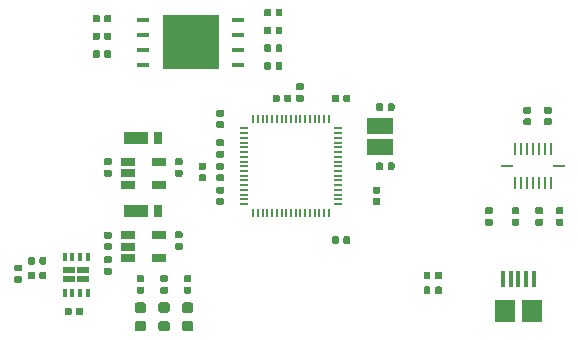
<source format=gtp>
G04 #@! TF.GenerationSoftware,KiCad,Pcbnew,(5.0.2)-1*
G04 #@! TF.CreationDate,2019-10-12T17:01:28+09:00*
G04 #@! TF.ProjectId,Motion,4d6f7469-6f6e-42e6-9b69-6361645f7063,rev?*
G04 #@! TF.SameCoordinates,Original*
G04 #@! TF.FileFunction,Paste,Top*
G04 #@! TF.FilePolarity,Positive*
%FSLAX46Y46*%
G04 Gerber Fmt 4.6, Leading zero omitted, Abs format (unit mm)*
G04 Created by KiCad (PCBNEW (5.0.2)-1) date 2019/10/12 17:01:28*
%MOMM*%
%LPD*%
G01*
G04 APERTURE LIST*
%ADD10C,0.100000*%
%ADD11C,0.590000*%
%ADD12C,0.875000*%
%ADD13R,2.000000X1.100000*%
%ADD14R,0.800000X1.100000*%
%ADD15R,0.400000X1.350000*%
%ADD16R,1.800000X1.900000*%
%ADD17O,0.200000X0.800000*%
%ADD18O,0.800000X0.200000*%
%ADD19R,0.350000X0.650000*%
%ADD20R,1.000000X0.600000*%
%ADD21R,1.220000X0.650000*%
%ADD22R,2.200000X1.350000*%
%ADD23R,1.000000X0.400000*%
%ADD24R,4.700000X4.600000*%
%ADD25R,0.250000X1.000000*%
%ADD26R,1.000000X0.250000*%
G04 APERTURE END LIST*
D10*
G04 #@! TO.C,R16*
G36*
X170436958Y-84970710D02*
X170451276Y-84972834D01*
X170465317Y-84976351D01*
X170478946Y-84981228D01*
X170492031Y-84987417D01*
X170504447Y-84994858D01*
X170516073Y-85003481D01*
X170526798Y-85013202D01*
X170536519Y-85023927D01*
X170545142Y-85035553D01*
X170552583Y-85047969D01*
X170558772Y-85061054D01*
X170563649Y-85074683D01*
X170567166Y-85088724D01*
X170569290Y-85103042D01*
X170570000Y-85117500D01*
X170570000Y-85412500D01*
X170569290Y-85426958D01*
X170567166Y-85441276D01*
X170563649Y-85455317D01*
X170558772Y-85468946D01*
X170552583Y-85482031D01*
X170545142Y-85494447D01*
X170536519Y-85506073D01*
X170526798Y-85516798D01*
X170516073Y-85526519D01*
X170504447Y-85535142D01*
X170492031Y-85542583D01*
X170478946Y-85548772D01*
X170465317Y-85553649D01*
X170451276Y-85557166D01*
X170436958Y-85559290D01*
X170422500Y-85560000D01*
X170077500Y-85560000D01*
X170063042Y-85559290D01*
X170048724Y-85557166D01*
X170034683Y-85553649D01*
X170021054Y-85548772D01*
X170007969Y-85542583D01*
X169995553Y-85535142D01*
X169983927Y-85526519D01*
X169973202Y-85516798D01*
X169963481Y-85506073D01*
X169954858Y-85494447D01*
X169947417Y-85482031D01*
X169941228Y-85468946D01*
X169936351Y-85455317D01*
X169932834Y-85441276D01*
X169930710Y-85426958D01*
X169930000Y-85412500D01*
X169930000Y-85117500D01*
X169930710Y-85103042D01*
X169932834Y-85088724D01*
X169936351Y-85074683D01*
X169941228Y-85061054D01*
X169947417Y-85047969D01*
X169954858Y-85035553D01*
X169963481Y-85023927D01*
X169973202Y-85013202D01*
X169983927Y-85003481D01*
X169995553Y-84994858D01*
X170007969Y-84987417D01*
X170021054Y-84981228D01*
X170034683Y-84976351D01*
X170048724Y-84972834D01*
X170063042Y-84970710D01*
X170077500Y-84970000D01*
X170422500Y-84970000D01*
X170436958Y-84970710D01*
X170436958Y-84970710D01*
G37*
D11*
X170250000Y-85265000D03*
D10*
G36*
X170436958Y-85940710D02*
X170451276Y-85942834D01*
X170465317Y-85946351D01*
X170478946Y-85951228D01*
X170492031Y-85957417D01*
X170504447Y-85964858D01*
X170516073Y-85973481D01*
X170526798Y-85983202D01*
X170536519Y-85993927D01*
X170545142Y-86005553D01*
X170552583Y-86017969D01*
X170558772Y-86031054D01*
X170563649Y-86044683D01*
X170567166Y-86058724D01*
X170569290Y-86073042D01*
X170570000Y-86087500D01*
X170570000Y-86382500D01*
X170569290Y-86396958D01*
X170567166Y-86411276D01*
X170563649Y-86425317D01*
X170558772Y-86438946D01*
X170552583Y-86452031D01*
X170545142Y-86464447D01*
X170536519Y-86476073D01*
X170526798Y-86486798D01*
X170516073Y-86496519D01*
X170504447Y-86505142D01*
X170492031Y-86512583D01*
X170478946Y-86518772D01*
X170465317Y-86523649D01*
X170451276Y-86527166D01*
X170436958Y-86529290D01*
X170422500Y-86530000D01*
X170077500Y-86530000D01*
X170063042Y-86529290D01*
X170048724Y-86527166D01*
X170034683Y-86523649D01*
X170021054Y-86518772D01*
X170007969Y-86512583D01*
X169995553Y-86505142D01*
X169983927Y-86496519D01*
X169973202Y-86486798D01*
X169963481Y-86476073D01*
X169954858Y-86464447D01*
X169947417Y-86452031D01*
X169941228Y-86438946D01*
X169936351Y-86425317D01*
X169932834Y-86411276D01*
X169930710Y-86396958D01*
X169930000Y-86382500D01*
X169930000Y-86087500D01*
X169930710Y-86073042D01*
X169932834Y-86058724D01*
X169936351Y-86044683D01*
X169941228Y-86031054D01*
X169947417Y-86017969D01*
X169954858Y-86005553D01*
X169963481Y-85993927D01*
X169973202Y-85983202D01*
X169983927Y-85973481D01*
X169995553Y-85964858D01*
X170007969Y-85957417D01*
X170021054Y-85951228D01*
X170034683Y-85946351D01*
X170048724Y-85942834D01*
X170063042Y-85940710D01*
X170077500Y-85940000D01*
X170422500Y-85940000D01*
X170436958Y-85940710D01*
X170436958Y-85940710D01*
G37*
D11*
X170250000Y-86235000D03*
G04 #@! TD*
D10*
G04 #@! TO.C,C30*
G36*
X168686958Y-85940710D02*
X168701276Y-85942834D01*
X168715317Y-85946351D01*
X168728946Y-85951228D01*
X168742031Y-85957417D01*
X168754447Y-85964858D01*
X168766073Y-85973481D01*
X168776798Y-85983202D01*
X168786519Y-85993927D01*
X168795142Y-86005553D01*
X168802583Y-86017969D01*
X168808772Y-86031054D01*
X168813649Y-86044683D01*
X168817166Y-86058724D01*
X168819290Y-86073042D01*
X168820000Y-86087500D01*
X168820000Y-86382500D01*
X168819290Y-86396958D01*
X168817166Y-86411276D01*
X168813649Y-86425317D01*
X168808772Y-86438946D01*
X168802583Y-86452031D01*
X168795142Y-86464447D01*
X168786519Y-86476073D01*
X168776798Y-86486798D01*
X168766073Y-86496519D01*
X168754447Y-86505142D01*
X168742031Y-86512583D01*
X168728946Y-86518772D01*
X168715317Y-86523649D01*
X168701276Y-86527166D01*
X168686958Y-86529290D01*
X168672500Y-86530000D01*
X168327500Y-86530000D01*
X168313042Y-86529290D01*
X168298724Y-86527166D01*
X168284683Y-86523649D01*
X168271054Y-86518772D01*
X168257969Y-86512583D01*
X168245553Y-86505142D01*
X168233927Y-86496519D01*
X168223202Y-86486798D01*
X168213481Y-86476073D01*
X168204858Y-86464447D01*
X168197417Y-86452031D01*
X168191228Y-86438946D01*
X168186351Y-86425317D01*
X168182834Y-86411276D01*
X168180710Y-86396958D01*
X168180000Y-86382500D01*
X168180000Y-86087500D01*
X168180710Y-86073042D01*
X168182834Y-86058724D01*
X168186351Y-86044683D01*
X168191228Y-86031054D01*
X168197417Y-86017969D01*
X168204858Y-86005553D01*
X168213481Y-85993927D01*
X168223202Y-85983202D01*
X168233927Y-85973481D01*
X168245553Y-85964858D01*
X168257969Y-85957417D01*
X168271054Y-85951228D01*
X168284683Y-85946351D01*
X168298724Y-85942834D01*
X168313042Y-85940710D01*
X168327500Y-85940000D01*
X168672500Y-85940000D01*
X168686958Y-85940710D01*
X168686958Y-85940710D01*
G37*
D11*
X168500000Y-86235000D03*
D10*
G36*
X168686958Y-84970710D02*
X168701276Y-84972834D01*
X168715317Y-84976351D01*
X168728946Y-84981228D01*
X168742031Y-84987417D01*
X168754447Y-84994858D01*
X168766073Y-85003481D01*
X168776798Y-85013202D01*
X168786519Y-85023927D01*
X168795142Y-85035553D01*
X168802583Y-85047969D01*
X168808772Y-85061054D01*
X168813649Y-85074683D01*
X168817166Y-85088724D01*
X168819290Y-85103042D01*
X168820000Y-85117500D01*
X168820000Y-85412500D01*
X168819290Y-85426958D01*
X168817166Y-85441276D01*
X168813649Y-85455317D01*
X168808772Y-85468946D01*
X168802583Y-85482031D01*
X168795142Y-85494447D01*
X168786519Y-85506073D01*
X168776798Y-85516798D01*
X168766073Y-85526519D01*
X168754447Y-85535142D01*
X168742031Y-85542583D01*
X168728946Y-85548772D01*
X168715317Y-85553649D01*
X168701276Y-85557166D01*
X168686958Y-85559290D01*
X168672500Y-85560000D01*
X168327500Y-85560000D01*
X168313042Y-85559290D01*
X168298724Y-85557166D01*
X168284683Y-85553649D01*
X168271054Y-85548772D01*
X168257969Y-85542583D01*
X168245553Y-85535142D01*
X168233927Y-85526519D01*
X168223202Y-85516798D01*
X168213481Y-85506073D01*
X168204858Y-85494447D01*
X168197417Y-85482031D01*
X168191228Y-85468946D01*
X168186351Y-85455317D01*
X168182834Y-85441276D01*
X168180710Y-85426958D01*
X168180000Y-85412500D01*
X168180000Y-85117500D01*
X168180710Y-85103042D01*
X168182834Y-85088724D01*
X168186351Y-85074683D01*
X168191228Y-85061054D01*
X168197417Y-85047969D01*
X168204858Y-85035553D01*
X168213481Y-85023927D01*
X168223202Y-85013202D01*
X168233927Y-85003481D01*
X168245553Y-84994858D01*
X168257969Y-84987417D01*
X168271054Y-84981228D01*
X168284683Y-84976351D01*
X168298724Y-84972834D01*
X168313042Y-84970710D01*
X168327500Y-84970000D01*
X168672500Y-84970000D01*
X168686958Y-84970710D01*
X168686958Y-84970710D01*
G37*
D11*
X168500000Y-85265000D03*
G04 #@! TD*
D10*
G04 #@! TO.C,R10*
G36*
X146676958Y-79680710D02*
X146691276Y-79682834D01*
X146705317Y-79686351D01*
X146718946Y-79691228D01*
X146732031Y-79697417D01*
X146744447Y-79704858D01*
X146756073Y-79713481D01*
X146766798Y-79723202D01*
X146776519Y-79733927D01*
X146785142Y-79745553D01*
X146792583Y-79757969D01*
X146798772Y-79771054D01*
X146803649Y-79784683D01*
X146807166Y-79798724D01*
X146809290Y-79813042D01*
X146810000Y-79827500D01*
X146810000Y-80172500D01*
X146809290Y-80186958D01*
X146807166Y-80201276D01*
X146803649Y-80215317D01*
X146798772Y-80228946D01*
X146792583Y-80242031D01*
X146785142Y-80254447D01*
X146776519Y-80266073D01*
X146766798Y-80276798D01*
X146756073Y-80286519D01*
X146744447Y-80295142D01*
X146732031Y-80302583D01*
X146718946Y-80308772D01*
X146705317Y-80313649D01*
X146691276Y-80317166D01*
X146676958Y-80319290D01*
X146662500Y-80320000D01*
X146367500Y-80320000D01*
X146353042Y-80319290D01*
X146338724Y-80317166D01*
X146324683Y-80313649D01*
X146311054Y-80308772D01*
X146297969Y-80302583D01*
X146285553Y-80295142D01*
X146273927Y-80286519D01*
X146263202Y-80276798D01*
X146253481Y-80266073D01*
X146244858Y-80254447D01*
X146237417Y-80242031D01*
X146231228Y-80228946D01*
X146226351Y-80215317D01*
X146222834Y-80201276D01*
X146220710Y-80186958D01*
X146220000Y-80172500D01*
X146220000Y-79827500D01*
X146220710Y-79813042D01*
X146222834Y-79798724D01*
X146226351Y-79784683D01*
X146231228Y-79771054D01*
X146237417Y-79757969D01*
X146244858Y-79745553D01*
X146253481Y-79733927D01*
X146263202Y-79723202D01*
X146273927Y-79713481D01*
X146285553Y-79704858D01*
X146297969Y-79697417D01*
X146311054Y-79691228D01*
X146324683Y-79686351D01*
X146338724Y-79682834D01*
X146353042Y-79680710D01*
X146367500Y-79680000D01*
X146662500Y-79680000D01*
X146676958Y-79680710D01*
X146676958Y-79680710D01*
G37*
D11*
X146515000Y-80000000D03*
D10*
G36*
X147646958Y-79680710D02*
X147661276Y-79682834D01*
X147675317Y-79686351D01*
X147688946Y-79691228D01*
X147702031Y-79697417D01*
X147714447Y-79704858D01*
X147726073Y-79713481D01*
X147736798Y-79723202D01*
X147746519Y-79733927D01*
X147755142Y-79745553D01*
X147762583Y-79757969D01*
X147768772Y-79771054D01*
X147773649Y-79784683D01*
X147777166Y-79798724D01*
X147779290Y-79813042D01*
X147780000Y-79827500D01*
X147780000Y-80172500D01*
X147779290Y-80186958D01*
X147777166Y-80201276D01*
X147773649Y-80215317D01*
X147768772Y-80228946D01*
X147762583Y-80242031D01*
X147755142Y-80254447D01*
X147746519Y-80266073D01*
X147736798Y-80276798D01*
X147726073Y-80286519D01*
X147714447Y-80295142D01*
X147702031Y-80302583D01*
X147688946Y-80308772D01*
X147675317Y-80313649D01*
X147661276Y-80317166D01*
X147646958Y-80319290D01*
X147632500Y-80320000D01*
X147337500Y-80320000D01*
X147323042Y-80319290D01*
X147308724Y-80317166D01*
X147294683Y-80313649D01*
X147281054Y-80308772D01*
X147267969Y-80302583D01*
X147255553Y-80295142D01*
X147243927Y-80286519D01*
X147233202Y-80276798D01*
X147223481Y-80266073D01*
X147214858Y-80254447D01*
X147207417Y-80242031D01*
X147201228Y-80228946D01*
X147196351Y-80215317D01*
X147192834Y-80201276D01*
X147190710Y-80186958D01*
X147190000Y-80172500D01*
X147190000Y-79827500D01*
X147190710Y-79813042D01*
X147192834Y-79798724D01*
X147196351Y-79784683D01*
X147201228Y-79771054D01*
X147207417Y-79757969D01*
X147214858Y-79745553D01*
X147223481Y-79733927D01*
X147233202Y-79723202D01*
X147243927Y-79713481D01*
X147255553Y-79704858D01*
X147267969Y-79697417D01*
X147281054Y-79691228D01*
X147294683Y-79686351D01*
X147308724Y-79682834D01*
X147323042Y-79680710D01*
X147337500Y-79680000D01*
X147632500Y-79680000D01*
X147646958Y-79680710D01*
X147646958Y-79680710D01*
G37*
D11*
X147485000Y-80000000D03*
G04 #@! TD*
D10*
G04 #@! TO.C,R9*
G36*
X132176958Y-80180710D02*
X132191276Y-80182834D01*
X132205317Y-80186351D01*
X132218946Y-80191228D01*
X132232031Y-80197417D01*
X132244447Y-80204858D01*
X132256073Y-80213481D01*
X132266798Y-80223202D01*
X132276519Y-80233927D01*
X132285142Y-80245553D01*
X132292583Y-80257969D01*
X132298772Y-80271054D01*
X132303649Y-80284683D01*
X132307166Y-80298724D01*
X132309290Y-80313042D01*
X132310000Y-80327500D01*
X132310000Y-80672500D01*
X132309290Y-80686958D01*
X132307166Y-80701276D01*
X132303649Y-80715317D01*
X132298772Y-80728946D01*
X132292583Y-80742031D01*
X132285142Y-80754447D01*
X132276519Y-80766073D01*
X132266798Y-80776798D01*
X132256073Y-80786519D01*
X132244447Y-80795142D01*
X132232031Y-80802583D01*
X132218946Y-80808772D01*
X132205317Y-80813649D01*
X132191276Y-80817166D01*
X132176958Y-80819290D01*
X132162500Y-80820000D01*
X131867500Y-80820000D01*
X131853042Y-80819290D01*
X131838724Y-80817166D01*
X131824683Y-80813649D01*
X131811054Y-80808772D01*
X131797969Y-80802583D01*
X131785553Y-80795142D01*
X131773927Y-80786519D01*
X131763202Y-80776798D01*
X131753481Y-80766073D01*
X131744858Y-80754447D01*
X131737417Y-80742031D01*
X131731228Y-80728946D01*
X131726351Y-80715317D01*
X131722834Y-80701276D01*
X131720710Y-80686958D01*
X131720000Y-80672500D01*
X131720000Y-80327500D01*
X131720710Y-80313042D01*
X131722834Y-80298724D01*
X131726351Y-80284683D01*
X131731228Y-80271054D01*
X131737417Y-80257969D01*
X131744858Y-80245553D01*
X131753481Y-80233927D01*
X131763202Y-80223202D01*
X131773927Y-80213481D01*
X131785553Y-80204858D01*
X131797969Y-80197417D01*
X131811054Y-80191228D01*
X131824683Y-80186351D01*
X131838724Y-80182834D01*
X131853042Y-80180710D01*
X131867500Y-80180000D01*
X132162500Y-80180000D01*
X132176958Y-80180710D01*
X132176958Y-80180710D01*
G37*
D11*
X132015000Y-80500000D03*
D10*
G36*
X133146958Y-80180710D02*
X133161276Y-80182834D01*
X133175317Y-80186351D01*
X133188946Y-80191228D01*
X133202031Y-80197417D01*
X133214447Y-80204858D01*
X133226073Y-80213481D01*
X133236798Y-80223202D01*
X133246519Y-80233927D01*
X133255142Y-80245553D01*
X133262583Y-80257969D01*
X133268772Y-80271054D01*
X133273649Y-80284683D01*
X133277166Y-80298724D01*
X133279290Y-80313042D01*
X133280000Y-80327500D01*
X133280000Y-80672500D01*
X133279290Y-80686958D01*
X133277166Y-80701276D01*
X133273649Y-80715317D01*
X133268772Y-80728946D01*
X133262583Y-80742031D01*
X133255142Y-80754447D01*
X133246519Y-80766073D01*
X133236798Y-80776798D01*
X133226073Y-80786519D01*
X133214447Y-80795142D01*
X133202031Y-80802583D01*
X133188946Y-80808772D01*
X133175317Y-80813649D01*
X133161276Y-80817166D01*
X133146958Y-80819290D01*
X133132500Y-80820000D01*
X132837500Y-80820000D01*
X132823042Y-80819290D01*
X132808724Y-80817166D01*
X132794683Y-80813649D01*
X132781054Y-80808772D01*
X132767969Y-80802583D01*
X132755553Y-80795142D01*
X132743927Y-80786519D01*
X132733202Y-80776798D01*
X132723481Y-80766073D01*
X132714858Y-80754447D01*
X132707417Y-80742031D01*
X132701228Y-80728946D01*
X132696351Y-80715317D01*
X132692834Y-80701276D01*
X132690710Y-80686958D01*
X132690000Y-80672500D01*
X132690000Y-80327500D01*
X132690710Y-80313042D01*
X132692834Y-80298724D01*
X132696351Y-80284683D01*
X132701228Y-80271054D01*
X132707417Y-80257969D01*
X132714858Y-80245553D01*
X132723481Y-80233927D01*
X132733202Y-80223202D01*
X132743927Y-80213481D01*
X132755553Y-80204858D01*
X132767969Y-80197417D01*
X132781054Y-80191228D01*
X132794683Y-80186351D01*
X132808724Y-80182834D01*
X132823042Y-80180710D01*
X132837500Y-80180000D01*
X133132500Y-80180000D01*
X133146958Y-80180710D01*
X133146958Y-80180710D01*
G37*
D11*
X132985000Y-80500000D03*
G04 #@! TD*
D10*
G04 #@! TO.C,R8*
G36*
X132176958Y-77180710D02*
X132191276Y-77182834D01*
X132205317Y-77186351D01*
X132218946Y-77191228D01*
X132232031Y-77197417D01*
X132244447Y-77204858D01*
X132256073Y-77213481D01*
X132266798Y-77223202D01*
X132276519Y-77233927D01*
X132285142Y-77245553D01*
X132292583Y-77257969D01*
X132298772Y-77271054D01*
X132303649Y-77284683D01*
X132307166Y-77298724D01*
X132309290Y-77313042D01*
X132310000Y-77327500D01*
X132310000Y-77672500D01*
X132309290Y-77686958D01*
X132307166Y-77701276D01*
X132303649Y-77715317D01*
X132298772Y-77728946D01*
X132292583Y-77742031D01*
X132285142Y-77754447D01*
X132276519Y-77766073D01*
X132266798Y-77776798D01*
X132256073Y-77786519D01*
X132244447Y-77795142D01*
X132232031Y-77802583D01*
X132218946Y-77808772D01*
X132205317Y-77813649D01*
X132191276Y-77817166D01*
X132176958Y-77819290D01*
X132162500Y-77820000D01*
X131867500Y-77820000D01*
X131853042Y-77819290D01*
X131838724Y-77817166D01*
X131824683Y-77813649D01*
X131811054Y-77808772D01*
X131797969Y-77802583D01*
X131785553Y-77795142D01*
X131773927Y-77786519D01*
X131763202Y-77776798D01*
X131753481Y-77766073D01*
X131744858Y-77754447D01*
X131737417Y-77742031D01*
X131731228Y-77728946D01*
X131726351Y-77715317D01*
X131722834Y-77701276D01*
X131720710Y-77686958D01*
X131720000Y-77672500D01*
X131720000Y-77327500D01*
X131720710Y-77313042D01*
X131722834Y-77298724D01*
X131726351Y-77284683D01*
X131731228Y-77271054D01*
X131737417Y-77257969D01*
X131744858Y-77245553D01*
X131753481Y-77233927D01*
X131763202Y-77223202D01*
X131773927Y-77213481D01*
X131785553Y-77204858D01*
X131797969Y-77197417D01*
X131811054Y-77191228D01*
X131824683Y-77186351D01*
X131838724Y-77182834D01*
X131853042Y-77180710D01*
X131867500Y-77180000D01*
X132162500Y-77180000D01*
X132176958Y-77180710D01*
X132176958Y-77180710D01*
G37*
D11*
X132015000Y-77500000D03*
D10*
G36*
X133146958Y-77180710D02*
X133161276Y-77182834D01*
X133175317Y-77186351D01*
X133188946Y-77191228D01*
X133202031Y-77197417D01*
X133214447Y-77204858D01*
X133226073Y-77213481D01*
X133236798Y-77223202D01*
X133246519Y-77233927D01*
X133255142Y-77245553D01*
X133262583Y-77257969D01*
X133268772Y-77271054D01*
X133273649Y-77284683D01*
X133277166Y-77298724D01*
X133279290Y-77313042D01*
X133280000Y-77327500D01*
X133280000Y-77672500D01*
X133279290Y-77686958D01*
X133277166Y-77701276D01*
X133273649Y-77715317D01*
X133268772Y-77728946D01*
X133262583Y-77742031D01*
X133255142Y-77754447D01*
X133246519Y-77766073D01*
X133236798Y-77776798D01*
X133226073Y-77786519D01*
X133214447Y-77795142D01*
X133202031Y-77802583D01*
X133188946Y-77808772D01*
X133175317Y-77813649D01*
X133161276Y-77817166D01*
X133146958Y-77819290D01*
X133132500Y-77820000D01*
X132837500Y-77820000D01*
X132823042Y-77819290D01*
X132808724Y-77817166D01*
X132794683Y-77813649D01*
X132781054Y-77808772D01*
X132767969Y-77802583D01*
X132755553Y-77795142D01*
X132743927Y-77786519D01*
X132733202Y-77776798D01*
X132723481Y-77766073D01*
X132714858Y-77754447D01*
X132707417Y-77742031D01*
X132701228Y-77728946D01*
X132696351Y-77715317D01*
X132692834Y-77701276D01*
X132690710Y-77686958D01*
X132690000Y-77672500D01*
X132690000Y-77327500D01*
X132690710Y-77313042D01*
X132692834Y-77298724D01*
X132696351Y-77284683D01*
X132701228Y-77271054D01*
X132707417Y-77257969D01*
X132714858Y-77245553D01*
X132723481Y-77233927D01*
X132733202Y-77223202D01*
X132743927Y-77213481D01*
X132755553Y-77204858D01*
X132767969Y-77197417D01*
X132781054Y-77191228D01*
X132794683Y-77186351D01*
X132808724Y-77182834D01*
X132823042Y-77180710D01*
X132837500Y-77180000D01*
X133132500Y-77180000D01*
X133146958Y-77180710D01*
X133146958Y-77180710D01*
G37*
D11*
X132985000Y-77500000D03*
G04 #@! TD*
D10*
G04 #@! TO.C,R6*
G36*
X132176958Y-78680710D02*
X132191276Y-78682834D01*
X132205317Y-78686351D01*
X132218946Y-78691228D01*
X132232031Y-78697417D01*
X132244447Y-78704858D01*
X132256073Y-78713481D01*
X132266798Y-78723202D01*
X132276519Y-78733927D01*
X132285142Y-78745553D01*
X132292583Y-78757969D01*
X132298772Y-78771054D01*
X132303649Y-78784683D01*
X132307166Y-78798724D01*
X132309290Y-78813042D01*
X132310000Y-78827500D01*
X132310000Y-79172500D01*
X132309290Y-79186958D01*
X132307166Y-79201276D01*
X132303649Y-79215317D01*
X132298772Y-79228946D01*
X132292583Y-79242031D01*
X132285142Y-79254447D01*
X132276519Y-79266073D01*
X132266798Y-79276798D01*
X132256073Y-79286519D01*
X132244447Y-79295142D01*
X132232031Y-79302583D01*
X132218946Y-79308772D01*
X132205317Y-79313649D01*
X132191276Y-79317166D01*
X132176958Y-79319290D01*
X132162500Y-79320000D01*
X131867500Y-79320000D01*
X131853042Y-79319290D01*
X131838724Y-79317166D01*
X131824683Y-79313649D01*
X131811054Y-79308772D01*
X131797969Y-79302583D01*
X131785553Y-79295142D01*
X131773927Y-79286519D01*
X131763202Y-79276798D01*
X131753481Y-79266073D01*
X131744858Y-79254447D01*
X131737417Y-79242031D01*
X131731228Y-79228946D01*
X131726351Y-79215317D01*
X131722834Y-79201276D01*
X131720710Y-79186958D01*
X131720000Y-79172500D01*
X131720000Y-78827500D01*
X131720710Y-78813042D01*
X131722834Y-78798724D01*
X131726351Y-78784683D01*
X131731228Y-78771054D01*
X131737417Y-78757969D01*
X131744858Y-78745553D01*
X131753481Y-78733927D01*
X131763202Y-78723202D01*
X131773927Y-78713481D01*
X131785553Y-78704858D01*
X131797969Y-78697417D01*
X131811054Y-78691228D01*
X131824683Y-78686351D01*
X131838724Y-78682834D01*
X131853042Y-78680710D01*
X131867500Y-78680000D01*
X132162500Y-78680000D01*
X132176958Y-78680710D01*
X132176958Y-78680710D01*
G37*
D11*
X132015000Y-79000000D03*
D10*
G36*
X133146958Y-78680710D02*
X133161276Y-78682834D01*
X133175317Y-78686351D01*
X133188946Y-78691228D01*
X133202031Y-78697417D01*
X133214447Y-78704858D01*
X133226073Y-78713481D01*
X133236798Y-78723202D01*
X133246519Y-78733927D01*
X133255142Y-78745553D01*
X133262583Y-78757969D01*
X133268772Y-78771054D01*
X133273649Y-78784683D01*
X133277166Y-78798724D01*
X133279290Y-78813042D01*
X133280000Y-78827500D01*
X133280000Y-79172500D01*
X133279290Y-79186958D01*
X133277166Y-79201276D01*
X133273649Y-79215317D01*
X133268772Y-79228946D01*
X133262583Y-79242031D01*
X133255142Y-79254447D01*
X133246519Y-79266073D01*
X133236798Y-79276798D01*
X133226073Y-79286519D01*
X133214447Y-79295142D01*
X133202031Y-79302583D01*
X133188946Y-79308772D01*
X133175317Y-79313649D01*
X133161276Y-79317166D01*
X133146958Y-79319290D01*
X133132500Y-79320000D01*
X132837500Y-79320000D01*
X132823042Y-79319290D01*
X132808724Y-79317166D01*
X132794683Y-79313649D01*
X132781054Y-79308772D01*
X132767969Y-79302583D01*
X132755553Y-79295142D01*
X132743927Y-79286519D01*
X132733202Y-79276798D01*
X132723481Y-79266073D01*
X132714858Y-79254447D01*
X132707417Y-79242031D01*
X132701228Y-79228946D01*
X132696351Y-79215317D01*
X132692834Y-79201276D01*
X132690710Y-79186958D01*
X132690000Y-79172500D01*
X132690000Y-78827500D01*
X132690710Y-78813042D01*
X132692834Y-78798724D01*
X132696351Y-78784683D01*
X132701228Y-78771054D01*
X132707417Y-78757969D01*
X132714858Y-78745553D01*
X132723481Y-78733927D01*
X132733202Y-78723202D01*
X132743927Y-78713481D01*
X132755553Y-78704858D01*
X132767969Y-78697417D01*
X132781054Y-78691228D01*
X132794683Y-78686351D01*
X132808724Y-78682834D01*
X132823042Y-78680710D01*
X132837500Y-78680000D01*
X133132500Y-78680000D01*
X133146958Y-78680710D01*
X133146958Y-78680710D01*
G37*
D11*
X132985000Y-79000000D03*
G04 #@! TD*
D10*
G04 #@! TO.C,R7*
G36*
X146676958Y-81180710D02*
X146691276Y-81182834D01*
X146705317Y-81186351D01*
X146718946Y-81191228D01*
X146732031Y-81197417D01*
X146744447Y-81204858D01*
X146756073Y-81213481D01*
X146766798Y-81223202D01*
X146776519Y-81233927D01*
X146785142Y-81245553D01*
X146792583Y-81257969D01*
X146798772Y-81271054D01*
X146803649Y-81284683D01*
X146807166Y-81298724D01*
X146809290Y-81313042D01*
X146810000Y-81327500D01*
X146810000Y-81672500D01*
X146809290Y-81686958D01*
X146807166Y-81701276D01*
X146803649Y-81715317D01*
X146798772Y-81728946D01*
X146792583Y-81742031D01*
X146785142Y-81754447D01*
X146776519Y-81766073D01*
X146766798Y-81776798D01*
X146756073Y-81786519D01*
X146744447Y-81795142D01*
X146732031Y-81802583D01*
X146718946Y-81808772D01*
X146705317Y-81813649D01*
X146691276Y-81817166D01*
X146676958Y-81819290D01*
X146662500Y-81820000D01*
X146367500Y-81820000D01*
X146353042Y-81819290D01*
X146338724Y-81817166D01*
X146324683Y-81813649D01*
X146311054Y-81808772D01*
X146297969Y-81802583D01*
X146285553Y-81795142D01*
X146273927Y-81786519D01*
X146263202Y-81776798D01*
X146253481Y-81766073D01*
X146244858Y-81754447D01*
X146237417Y-81742031D01*
X146231228Y-81728946D01*
X146226351Y-81715317D01*
X146222834Y-81701276D01*
X146220710Y-81686958D01*
X146220000Y-81672500D01*
X146220000Y-81327500D01*
X146220710Y-81313042D01*
X146222834Y-81298724D01*
X146226351Y-81284683D01*
X146231228Y-81271054D01*
X146237417Y-81257969D01*
X146244858Y-81245553D01*
X146253481Y-81233927D01*
X146263202Y-81223202D01*
X146273927Y-81213481D01*
X146285553Y-81204858D01*
X146297969Y-81197417D01*
X146311054Y-81191228D01*
X146324683Y-81186351D01*
X146338724Y-81182834D01*
X146353042Y-81180710D01*
X146367500Y-81180000D01*
X146662500Y-81180000D01*
X146676958Y-81180710D01*
X146676958Y-81180710D01*
G37*
D11*
X146515000Y-81500000D03*
D10*
G36*
X147646958Y-81180710D02*
X147661276Y-81182834D01*
X147675317Y-81186351D01*
X147688946Y-81191228D01*
X147702031Y-81197417D01*
X147714447Y-81204858D01*
X147726073Y-81213481D01*
X147736798Y-81223202D01*
X147746519Y-81233927D01*
X147755142Y-81245553D01*
X147762583Y-81257969D01*
X147768772Y-81271054D01*
X147773649Y-81284683D01*
X147777166Y-81298724D01*
X147779290Y-81313042D01*
X147780000Y-81327500D01*
X147780000Y-81672500D01*
X147779290Y-81686958D01*
X147777166Y-81701276D01*
X147773649Y-81715317D01*
X147768772Y-81728946D01*
X147762583Y-81742031D01*
X147755142Y-81754447D01*
X147746519Y-81766073D01*
X147736798Y-81776798D01*
X147726073Y-81786519D01*
X147714447Y-81795142D01*
X147702031Y-81802583D01*
X147688946Y-81808772D01*
X147675317Y-81813649D01*
X147661276Y-81817166D01*
X147646958Y-81819290D01*
X147632500Y-81820000D01*
X147337500Y-81820000D01*
X147323042Y-81819290D01*
X147308724Y-81817166D01*
X147294683Y-81813649D01*
X147281054Y-81808772D01*
X147267969Y-81802583D01*
X147255553Y-81795142D01*
X147243927Y-81786519D01*
X147233202Y-81776798D01*
X147223481Y-81766073D01*
X147214858Y-81754447D01*
X147207417Y-81742031D01*
X147201228Y-81728946D01*
X147196351Y-81715317D01*
X147192834Y-81701276D01*
X147190710Y-81686958D01*
X147190000Y-81672500D01*
X147190000Y-81327500D01*
X147190710Y-81313042D01*
X147192834Y-81298724D01*
X147196351Y-81284683D01*
X147201228Y-81271054D01*
X147207417Y-81257969D01*
X147214858Y-81245553D01*
X147223481Y-81233927D01*
X147233202Y-81223202D01*
X147243927Y-81213481D01*
X147255553Y-81204858D01*
X147267969Y-81197417D01*
X147281054Y-81191228D01*
X147294683Y-81186351D01*
X147308724Y-81182834D01*
X147323042Y-81180710D01*
X147337500Y-81180000D01*
X147632500Y-81180000D01*
X147646958Y-81180710D01*
X147646958Y-81180710D01*
G37*
D11*
X147485000Y-81500000D03*
G04 #@! TD*
D10*
G04 #@! TO.C,R4*
G36*
X160176958Y-100180710D02*
X160191276Y-100182834D01*
X160205317Y-100186351D01*
X160218946Y-100191228D01*
X160232031Y-100197417D01*
X160244447Y-100204858D01*
X160256073Y-100213481D01*
X160266798Y-100223202D01*
X160276519Y-100233927D01*
X160285142Y-100245553D01*
X160292583Y-100257969D01*
X160298772Y-100271054D01*
X160303649Y-100284683D01*
X160307166Y-100298724D01*
X160309290Y-100313042D01*
X160310000Y-100327500D01*
X160310000Y-100672500D01*
X160309290Y-100686958D01*
X160307166Y-100701276D01*
X160303649Y-100715317D01*
X160298772Y-100728946D01*
X160292583Y-100742031D01*
X160285142Y-100754447D01*
X160276519Y-100766073D01*
X160266798Y-100776798D01*
X160256073Y-100786519D01*
X160244447Y-100795142D01*
X160232031Y-100802583D01*
X160218946Y-100808772D01*
X160205317Y-100813649D01*
X160191276Y-100817166D01*
X160176958Y-100819290D01*
X160162500Y-100820000D01*
X159867500Y-100820000D01*
X159853042Y-100819290D01*
X159838724Y-100817166D01*
X159824683Y-100813649D01*
X159811054Y-100808772D01*
X159797969Y-100802583D01*
X159785553Y-100795142D01*
X159773927Y-100786519D01*
X159763202Y-100776798D01*
X159753481Y-100766073D01*
X159744858Y-100754447D01*
X159737417Y-100742031D01*
X159731228Y-100728946D01*
X159726351Y-100715317D01*
X159722834Y-100701276D01*
X159720710Y-100686958D01*
X159720000Y-100672500D01*
X159720000Y-100327500D01*
X159720710Y-100313042D01*
X159722834Y-100298724D01*
X159726351Y-100284683D01*
X159731228Y-100271054D01*
X159737417Y-100257969D01*
X159744858Y-100245553D01*
X159753481Y-100233927D01*
X159763202Y-100223202D01*
X159773927Y-100213481D01*
X159785553Y-100204858D01*
X159797969Y-100197417D01*
X159811054Y-100191228D01*
X159824683Y-100186351D01*
X159838724Y-100182834D01*
X159853042Y-100180710D01*
X159867500Y-100180000D01*
X160162500Y-100180000D01*
X160176958Y-100180710D01*
X160176958Y-100180710D01*
G37*
D11*
X160015000Y-100500000D03*
D10*
G36*
X161146958Y-100180710D02*
X161161276Y-100182834D01*
X161175317Y-100186351D01*
X161188946Y-100191228D01*
X161202031Y-100197417D01*
X161214447Y-100204858D01*
X161226073Y-100213481D01*
X161236798Y-100223202D01*
X161246519Y-100233927D01*
X161255142Y-100245553D01*
X161262583Y-100257969D01*
X161268772Y-100271054D01*
X161273649Y-100284683D01*
X161277166Y-100298724D01*
X161279290Y-100313042D01*
X161280000Y-100327500D01*
X161280000Y-100672500D01*
X161279290Y-100686958D01*
X161277166Y-100701276D01*
X161273649Y-100715317D01*
X161268772Y-100728946D01*
X161262583Y-100742031D01*
X161255142Y-100754447D01*
X161246519Y-100766073D01*
X161236798Y-100776798D01*
X161226073Y-100786519D01*
X161214447Y-100795142D01*
X161202031Y-100802583D01*
X161188946Y-100808772D01*
X161175317Y-100813649D01*
X161161276Y-100817166D01*
X161146958Y-100819290D01*
X161132500Y-100820000D01*
X160837500Y-100820000D01*
X160823042Y-100819290D01*
X160808724Y-100817166D01*
X160794683Y-100813649D01*
X160781054Y-100808772D01*
X160767969Y-100802583D01*
X160755553Y-100795142D01*
X160743927Y-100786519D01*
X160733202Y-100776798D01*
X160723481Y-100766073D01*
X160714858Y-100754447D01*
X160707417Y-100742031D01*
X160701228Y-100728946D01*
X160696351Y-100715317D01*
X160692834Y-100701276D01*
X160690710Y-100686958D01*
X160690000Y-100672500D01*
X160690000Y-100327500D01*
X160690710Y-100313042D01*
X160692834Y-100298724D01*
X160696351Y-100284683D01*
X160701228Y-100271054D01*
X160707417Y-100257969D01*
X160714858Y-100245553D01*
X160723481Y-100233927D01*
X160733202Y-100223202D01*
X160743927Y-100213481D01*
X160755553Y-100204858D01*
X160767969Y-100197417D01*
X160781054Y-100191228D01*
X160794683Y-100186351D01*
X160808724Y-100182834D01*
X160823042Y-100180710D01*
X160837500Y-100180000D01*
X161132500Y-100180000D01*
X161146958Y-100180710D01*
X161146958Y-100180710D01*
G37*
D11*
X160985000Y-100500000D03*
G04 #@! TD*
D10*
G04 #@! TO.C,C1*
G36*
X141186958Y-90675710D02*
X141201276Y-90677834D01*
X141215317Y-90681351D01*
X141228946Y-90686228D01*
X141242031Y-90692417D01*
X141254447Y-90699858D01*
X141266073Y-90708481D01*
X141276798Y-90718202D01*
X141286519Y-90728927D01*
X141295142Y-90740553D01*
X141302583Y-90752969D01*
X141308772Y-90766054D01*
X141313649Y-90779683D01*
X141317166Y-90793724D01*
X141319290Y-90808042D01*
X141320000Y-90822500D01*
X141320000Y-91117500D01*
X141319290Y-91131958D01*
X141317166Y-91146276D01*
X141313649Y-91160317D01*
X141308772Y-91173946D01*
X141302583Y-91187031D01*
X141295142Y-91199447D01*
X141286519Y-91211073D01*
X141276798Y-91221798D01*
X141266073Y-91231519D01*
X141254447Y-91240142D01*
X141242031Y-91247583D01*
X141228946Y-91253772D01*
X141215317Y-91258649D01*
X141201276Y-91262166D01*
X141186958Y-91264290D01*
X141172500Y-91265000D01*
X140827500Y-91265000D01*
X140813042Y-91264290D01*
X140798724Y-91262166D01*
X140784683Y-91258649D01*
X140771054Y-91253772D01*
X140757969Y-91247583D01*
X140745553Y-91240142D01*
X140733927Y-91231519D01*
X140723202Y-91221798D01*
X140713481Y-91211073D01*
X140704858Y-91199447D01*
X140697417Y-91187031D01*
X140691228Y-91173946D01*
X140686351Y-91160317D01*
X140682834Y-91146276D01*
X140680710Y-91131958D01*
X140680000Y-91117500D01*
X140680000Y-90822500D01*
X140680710Y-90808042D01*
X140682834Y-90793724D01*
X140686351Y-90779683D01*
X140691228Y-90766054D01*
X140697417Y-90752969D01*
X140704858Y-90740553D01*
X140713481Y-90728927D01*
X140723202Y-90718202D01*
X140733927Y-90708481D01*
X140745553Y-90699858D01*
X140757969Y-90692417D01*
X140771054Y-90686228D01*
X140784683Y-90681351D01*
X140798724Y-90677834D01*
X140813042Y-90675710D01*
X140827500Y-90675000D01*
X141172500Y-90675000D01*
X141186958Y-90675710D01*
X141186958Y-90675710D01*
G37*
D11*
X141000000Y-90970000D03*
D10*
G36*
X141186958Y-89705710D02*
X141201276Y-89707834D01*
X141215317Y-89711351D01*
X141228946Y-89716228D01*
X141242031Y-89722417D01*
X141254447Y-89729858D01*
X141266073Y-89738481D01*
X141276798Y-89748202D01*
X141286519Y-89758927D01*
X141295142Y-89770553D01*
X141302583Y-89782969D01*
X141308772Y-89796054D01*
X141313649Y-89809683D01*
X141317166Y-89823724D01*
X141319290Y-89838042D01*
X141320000Y-89852500D01*
X141320000Y-90147500D01*
X141319290Y-90161958D01*
X141317166Y-90176276D01*
X141313649Y-90190317D01*
X141308772Y-90203946D01*
X141302583Y-90217031D01*
X141295142Y-90229447D01*
X141286519Y-90241073D01*
X141276798Y-90251798D01*
X141266073Y-90261519D01*
X141254447Y-90270142D01*
X141242031Y-90277583D01*
X141228946Y-90283772D01*
X141215317Y-90288649D01*
X141201276Y-90292166D01*
X141186958Y-90294290D01*
X141172500Y-90295000D01*
X140827500Y-90295000D01*
X140813042Y-90294290D01*
X140798724Y-90292166D01*
X140784683Y-90288649D01*
X140771054Y-90283772D01*
X140757969Y-90277583D01*
X140745553Y-90270142D01*
X140733927Y-90261519D01*
X140723202Y-90251798D01*
X140713481Y-90241073D01*
X140704858Y-90229447D01*
X140697417Y-90217031D01*
X140691228Y-90203946D01*
X140686351Y-90190317D01*
X140682834Y-90176276D01*
X140680710Y-90161958D01*
X140680000Y-90147500D01*
X140680000Y-89852500D01*
X140680710Y-89838042D01*
X140682834Y-89823724D01*
X140686351Y-89809683D01*
X140691228Y-89796054D01*
X140697417Y-89782969D01*
X140704858Y-89770553D01*
X140713481Y-89758927D01*
X140723202Y-89748202D01*
X140733927Y-89738481D01*
X140745553Y-89729858D01*
X140757969Y-89722417D01*
X140771054Y-89716228D01*
X140784683Y-89711351D01*
X140798724Y-89707834D01*
X140813042Y-89705710D01*
X140827500Y-89705000D01*
X141172500Y-89705000D01*
X141186958Y-89705710D01*
X141186958Y-89705710D01*
G37*
D11*
X141000000Y-90000000D03*
G04 #@! TD*
D10*
G04 #@! TO.C,C2*
G36*
X142686958Y-89720710D02*
X142701276Y-89722834D01*
X142715317Y-89726351D01*
X142728946Y-89731228D01*
X142742031Y-89737417D01*
X142754447Y-89744858D01*
X142766073Y-89753481D01*
X142776798Y-89763202D01*
X142786519Y-89773927D01*
X142795142Y-89785553D01*
X142802583Y-89797969D01*
X142808772Y-89811054D01*
X142813649Y-89824683D01*
X142817166Y-89838724D01*
X142819290Y-89853042D01*
X142820000Y-89867500D01*
X142820000Y-90162500D01*
X142819290Y-90176958D01*
X142817166Y-90191276D01*
X142813649Y-90205317D01*
X142808772Y-90218946D01*
X142802583Y-90232031D01*
X142795142Y-90244447D01*
X142786519Y-90256073D01*
X142776798Y-90266798D01*
X142766073Y-90276519D01*
X142754447Y-90285142D01*
X142742031Y-90292583D01*
X142728946Y-90298772D01*
X142715317Y-90303649D01*
X142701276Y-90307166D01*
X142686958Y-90309290D01*
X142672500Y-90310000D01*
X142327500Y-90310000D01*
X142313042Y-90309290D01*
X142298724Y-90307166D01*
X142284683Y-90303649D01*
X142271054Y-90298772D01*
X142257969Y-90292583D01*
X142245553Y-90285142D01*
X142233927Y-90276519D01*
X142223202Y-90266798D01*
X142213481Y-90256073D01*
X142204858Y-90244447D01*
X142197417Y-90232031D01*
X142191228Y-90218946D01*
X142186351Y-90205317D01*
X142182834Y-90191276D01*
X142180710Y-90176958D01*
X142180000Y-90162500D01*
X142180000Y-89867500D01*
X142180710Y-89853042D01*
X142182834Y-89838724D01*
X142186351Y-89824683D01*
X142191228Y-89811054D01*
X142197417Y-89797969D01*
X142204858Y-89785553D01*
X142213481Y-89773927D01*
X142223202Y-89763202D01*
X142233927Y-89753481D01*
X142245553Y-89744858D01*
X142257969Y-89737417D01*
X142271054Y-89731228D01*
X142284683Y-89726351D01*
X142298724Y-89722834D01*
X142313042Y-89720710D01*
X142327500Y-89720000D01*
X142672500Y-89720000D01*
X142686958Y-89720710D01*
X142686958Y-89720710D01*
G37*
D11*
X142500000Y-90015000D03*
D10*
G36*
X142686958Y-90690710D02*
X142701276Y-90692834D01*
X142715317Y-90696351D01*
X142728946Y-90701228D01*
X142742031Y-90707417D01*
X142754447Y-90714858D01*
X142766073Y-90723481D01*
X142776798Y-90733202D01*
X142786519Y-90743927D01*
X142795142Y-90755553D01*
X142802583Y-90767969D01*
X142808772Y-90781054D01*
X142813649Y-90794683D01*
X142817166Y-90808724D01*
X142819290Y-90823042D01*
X142820000Y-90837500D01*
X142820000Y-91132500D01*
X142819290Y-91146958D01*
X142817166Y-91161276D01*
X142813649Y-91175317D01*
X142808772Y-91188946D01*
X142802583Y-91202031D01*
X142795142Y-91214447D01*
X142786519Y-91226073D01*
X142776798Y-91236798D01*
X142766073Y-91246519D01*
X142754447Y-91255142D01*
X142742031Y-91262583D01*
X142728946Y-91268772D01*
X142715317Y-91273649D01*
X142701276Y-91277166D01*
X142686958Y-91279290D01*
X142672500Y-91280000D01*
X142327500Y-91280000D01*
X142313042Y-91279290D01*
X142298724Y-91277166D01*
X142284683Y-91273649D01*
X142271054Y-91268772D01*
X142257969Y-91262583D01*
X142245553Y-91255142D01*
X142233927Y-91246519D01*
X142223202Y-91236798D01*
X142213481Y-91226073D01*
X142204858Y-91214447D01*
X142197417Y-91202031D01*
X142191228Y-91188946D01*
X142186351Y-91175317D01*
X142182834Y-91161276D01*
X142180710Y-91146958D01*
X142180000Y-91132500D01*
X142180000Y-90837500D01*
X142180710Y-90823042D01*
X142182834Y-90808724D01*
X142186351Y-90794683D01*
X142191228Y-90781054D01*
X142197417Y-90767969D01*
X142204858Y-90755553D01*
X142213481Y-90743927D01*
X142223202Y-90733202D01*
X142233927Y-90723481D01*
X142245553Y-90714858D01*
X142257969Y-90707417D01*
X142271054Y-90701228D01*
X142284683Y-90696351D01*
X142298724Y-90692834D01*
X142313042Y-90690710D01*
X142327500Y-90690000D01*
X142672500Y-90690000D01*
X142686958Y-90690710D01*
X142686958Y-90690710D01*
G37*
D11*
X142500000Y-90985000D03*
G04 #@! TD*
D10*
G04 #@! TO.C,C3*
G36*
X155936958Y-92690710D02*
X155951276Y-92692834D01*
X155965317Y-92696351D01*
X155978946Y-92701228D01*
X155992031Y-92707417D01*
X156004447Y-92714858D01*
X156016073Y-92723481D01*
X156026798Y-92733202D01*
X156036519Y-92743927D01*
X156045142Y-92755553D01*
X156052583Y-92767969D01*
X156058772Y-92781054D01*
X156063649Y-92794683D01*
X156067166Y-92808724D01*
X156069290Y-92823042D01*
X156070000Y-92837500D01*
X156070000Y-93132500D01*
X156069290Y-93146958D01*
X156067166Y-93161276D01*
X156063649Y-93175317D01*
X156058772Y-93188946D01*
X156052583Y-93202031D01*
X156045142Y-93214447D01*
X156036519Y-93226073D01*
X156026798Y-93236798D01*
X156016073Y-93246519D01*
X156004447Y-93255142D01*
X155992031Y-93262583D01*
X155978946Y-93268772D01*
X155965317Y-93273649D01*
X155951276Y-93277166D01*
X155936958Y-93279290D01*
X155922500Y-93280000D01*
X155577500Y-93280000D01*
X155563042Y-93279290D01*
X155548724Y-93277166D01*
X155534683Y-93273649D01*
X155521054Y-93268772D01*
X155507969Y-93262583D01*
X155495553Y-93255142D01*
X155483927Y-93246519D01*
X155473202Y-93236798D01*
X155463481Y-93226073D01*
X155454858Y-93214447D01*
X155447417Y-93202031D01*
X155441228Y-93188946D01*
X155436351Y-93175317D01*
X155432834Y-93161276D01*
X155430710Y-93146958D01*
X155430000Y-93132500D01*
X155430000Y-92837500D01*
X155430710Y-92823042D01*
X155432834Y-92808724D01*
X155436351Y-92794683D01*
X155441228Y-92781054D01*
X155447417Y-92767969D01*
X155454858Y-92755553D01*
X155463481Y-92743927D01*
X155473202Y-92733202D01*
X155483927Y-92723481D01*
X155495553Y-92714858D01*
X155507969Y-92707417D01*
X155521054Y-92701228D01*
X155534683Y-92696351D01*
X155548724Y-92692834D01*
X155563042Y-92690710D01*
X155577500Y-92690000D01*
X155922500Y-92690000D01*
X155936958Y-92690710D01*
X155936958Y-92690710D01*
G37*
D11*
X155750000Y-92985000D03*
D10*
G36*
X155936958Y-91720710D02*
X155951276Y-91722834D01*
X155965317Y-91726351D01*
X155978946Y-91731228D01*
X155992031Y-91737417D01*
X156004447Y-91744858D01*
X156016073Y-91753481D01*
X156026798Y-91763202D01*
X156036519Y-91773927D01*
X156045142Y-91785553D01*
X156052583Y-91797969D01*
X156058772Y-91811054D01*
X156063649Y-91824683D01*
X156067166Y-91838724D01*
X156069290Y-91853042D01*
X156070000Y-91867500D01*
X156070000Y-92162500D01*
X156069290Y-92176958D01*
X156067166Y-92191276D01*
X156063649Y-92205317D01*
X156058772Y-92218946D01*
X156052583Y-92232031D01*
X156045142Y-92244447D01*
X156036519Y-92256073D01*
X156026798Y-92266798D01*
X156016073Y-92276519D01*
X156004447Y-92285142D01*
X155992031Y-92292583D01*
X155978946Y-92298772D01*
X155965317Y-92303649D01*
X155951276Y-92307166D01*
X155936958Y-92309290D01*
X155922500Y-92310000D01*
X155577500Y-92310000D01*
X155563042Y-92309290D01*
X155548724Y-92307166D01*
X155534683Y-92303649D01*
X155521054Y-92298772D01*
X155507969Y-92292583D01*
X155495553Y-92285142D01*
X155483927Y-92276519D01*
X155473202Y-92266798D01*
X155463481Y-92256073D01*
X155454858Y-92244447D01*
X155447417Y-92232031D01*
X155441228Y-92218946D01*
X155436351Y-92205317D01*
X155432834Y-92191276D01*
X155430710Y-92176958D01*
X155430000Y-92162500D01*
X155430000Y-91867500D01*
X155430710Y-91853042D01*
X155432834Y-91838724D01*
X155436351Y-91824683D01*
X155441228Y-91811054D01*
X155447417Y-91797969D01*
X155454858Y-91785553D01*
X155463481Y-91773927D01*
X155473202Y-91763202D01*
X155483927Y-91753481D01*
X155495553Y-91744858D01*
X155507969Y-91737417D01*
X155521054Y-91731228D01*
X155534683Y-91726351D01*
X155548724Y-91722834D01*
X155563042Y-91720710D01*
X155577500Y-91720000D01*
X155922500Y-91720000D01*
X155936958Y-91720710D01*
X155936958Y-91720710D01*
G37*
D11*
X155750000Y-92015000D03*
G04 #@! TD*
D10*
G04 #@! TO.C,C4*
G36*
X152426958Y-95930710D02*
X152441276Y-95932834D01*
X152455317Y-95936351D01*
X152468946Y-95941228D01*
X152482031Y-95947417D01*
X152494447Y-95954858D01*
X152506073Y-95963481D01*
X152516798Y-95973202D01*
X152526519Y-95983927D01*
X152535142Y-95995553D01*
X152542583Y-96007969D01*
X152548772Y-96021054D01*
X152553649Y-96034683D01*
X152557166Y-96048724D01*
X152559290Y-96063042D01*
X152560000Y-96077500D01*
X152560000Y-96422500D01*
X152559290Y-96436958D01*
X152557166Y-96451276D01*
X152553649Y-96465317D01*
X152548772Y-96478946D01*
X152542583Y-96492031D01*
X152535142Y-96504447D01*
X152526519Y-96516073D01*
X152516798Y-96526798D01*
X152506073Y-96536519D01*
X152494447Y-96545142D01*
X152482031Y-96552583D01*
X152468946Y-96558772D01*
X152455317Y-96563649D01*
X152441276Y-96567166D01*
X152426958Y-96569290D01*
X152412500Y-96570000D01*
X152117500Y-96570000D01*
X152103042Y-96569290D01*
X152088724Y-96567166D01*
X152074683Y-96563649D01*
X152061054Y-96558772D01*
X152047969Y-96552583D01*
X152035553Y-96545142D01*
X152023927Y-96536519D01*
X152013202Y-96526798D01*
X152003481Y-96516073D01*
X151994858Y-96504447D01*
X151987417Y-96492031D01*
X151981228Y-96478946D01*
X151976351Y-96465317D01*
X151972834Y-96451276D01*
X151970710Y-96436958D01*
X151970000Y-96422500D01*
X151970000Y-96077500D01*
X151970710Y-96063042D01*
X151972834Y-96048724D01*
X151976351Y-96034683D01*
X151981228Y-96021054D01*
X151987417Y-96007969D01*
X151994858Y-95995553D01*
X152003481Y-95983927D01*
X152013202Y-95973202D01*
X152023927Y-95963481D01*
X152035553Y-95954858D01*
X152047969Y-95947417D01*
X152061054Y-95941228D01*
X152074683Y-95936351D01*
X152088724Y-95932834D01*
X152103042Y-95930710D01*
X152117500Y-95930000D01*
X152412500Y-95930000D01*
X152426958Y-95930710D01*
X152426958Y-95930710D01*
G37*
D11*
X152265000Y-96250000D03*
D10*
G36*
X153396958Y-95930710D02*
X153411276Y-95932834D01*
X153425317Y-95936351D01*
X153438946Y-95941228D01*
X153452031Y-95947417D01*
X153464447Y-95954858D01*
X153476073Y-95963481D01*
X153486798Y-95973202D01*
X153496519Y-95983927D01*
X153505142Y-95995553D01*
X153512583Y-96007969D01*
X153518772Y-96021054D01*
X153523649Y-96034683D01*
X153527166Y-96048724D01*
X153529290Y-96063042D01*
X153530000Y-96077500D01*
X153530000Y-96422500D01*
X153529290Y-96436958D01*
X153527166Y-96451276D01*
X153523649Y-96465317D01*
X153518772Y-96478946D01*
X153512583Y-96492031D01*
X153505142Y-96504447D01*
X153496519Y-96516073D01*
X153486798Y-96526798D01*
X153476073Y-96536519D01*
X153464447Y-96545142D01*
X153452031Y-96552583D01*
X153438946Y-96558772D01*
X153425317Y-96563649D01*
X153411276Y-96567166D01*
X153396958Y-96569290D01*
X153382500Y-96570000D01*
X153087500Y-96570000D01*
X153073042Y-96569290D01*
X153058724Y-96567166D01*
X153044683Y-96563649D01*
X153031054Y-96558772D01*
X153017969Y-96552583D01*
X153005553Y-96545142D01*
X152993927Y-96536519D01*
X152983202Y-96526798D01*
X152973481Y-96516073D01*
X152964858Y-96504447D01*
X152957417Y-96492031D01*
X152951228Y-96478946D01*
X152946351Y-96465317D01*
X152942834Y-96451276D01*
X152940710Y-96436958D01*
X152940000Y-96422500D01*
X152940000Y-96077500D01*
X152940710Y-96063042D01*
X152942834Y-96048724D01*
X152946351Y-96034683D01*
X152951228Y-96021054D01*
X152957417Y-96007969D01*
X152964858Y-95995553D01*
X152973481Y-95983927D01*
X152983202Y-95973202D01*
X152993927Y-95963481D01*
X153005553Y-95954858D01*
X153017969Y-95947417D01*
X153031054Y-95941228D01*
X153044683Y-95936351D01*
X153058724Y-95932834D01*
X153073042Y-95930710D01*
X153087500Y-95930000D01*
X153382500Y-95930000D01*
X153396958Y-95930710D01*
X153396958Y-95930710D01*
G37*
D11*
X153235000Y-96250000D03*
G04 #@! TD*
D10*
G04 #@! TO.C,C5*
G36*
X153396958Y-83930710D02*
X153411276Y-83932834D01*
X153425317Y-83936351D01*
X153438946Y-83941228D01*
X153452031Y-83947417D01*
X153464447Y-83954858D01*
X153476073Y-83963481D01*
X153486798Y-83973202D01*
X153496519Y-83983927D01*
X153505142Y-83995553D01*
X153512583Y-84007969D01*
X153518772Y-84021054D01*
X153523649Y-84034683D01*
X153527166Y-84048724D01*
X153529290Y-84063042D01*
X153530000Y-84077500D01*
X153530000Y-84422500D01*
X153529290Y-84436958D01*
X153527166Y-84451276D01*
X153523649Y-84465317D01*
X153518772Y-84478946D01*
X153512583Y-84492031D01*
X153505142Y-84504447D01*
X153496519Y-84516073D01*
X153486798Y-84526798D01*
X153476073Y-84536519D01*
X153464447Y-84545142D01*
X153452031Y-84552583D01*
X153438946Y-84558772D01*
X153425317Y-84563649D01*
X153411276Y-84567166D01*
X153396958Y-84569290D01*
X153382500Y-84570000D01*
X153087500Y-84570000D01*
X153073042Y-84569290D01*
X153058724Y-84567166D01*
X153044683Y-84563649D01*
X153031054Y-84558772D01*
X153017969Y-84552583D01*
X153005553Y-84545142D01*
X152993927Y-84536519D01*
X152983202Y-84526798D01*
X152973481Y-84516073D01*
X152964858Y-84504447D01*
X152957417Y-84492031D01*
X152951228Y-84478946D01*
X152946351Y-84465317D01*
X152942834Y-84451276D01*
X152940710Y-84436958D01*
X152940000Y-84422500D01*
X152940000Y-84077500D01*
X152940710Y-84063042D01*
X152942834Y-84048724D01*
X152946351Y-84034683D01*
X152951228Y-84021054D01*
X152957417Y-84007969D01*
X152964858Y-83995553D01*
X152973481Y-83983927D01*
X152983202Y-83973202D01*
X152993927Y-83963481D01*
X153005553Y-83954858D01*
X153017969Y-83947417D01*
X153031054Y-83941228D01*
X153044683Y-83936351D01*
X153058724Y-83932834D01*
X153073042Y-83930710D01*
X153087500Y-83930000D01*
X153382500Y-83930000D01*
X153396958Y-83930710D01*
X153396958Y-83930710D01*
G37*
D11*
X153235000Y-84250000D03*
D10*
G36*
X152426958Y-83930710D02*
X152441276Y-83932834D01*
X152455317Y-83936351D01*
X152468946Y-83941228D01*
X152482031Y-83947417D01*
X152494447Y-83954858D01*
X152506073Y-83963481D01*
X152516798Y-83973202D01*
X152526519Y-83983927D01*
X152535142Y-83995553D01*
X152542583Y-84007969D01*
X152548772Y-84021054D01*
X152553649Y-84034683D01*
X152557166Y-84048724D01*
X152559290Y-84063042D01*
X152560000Y-84077500D01*
X152560000Y-84422500D01*
X152559290Y-84436958D01*
X152557166Y-84451276D01*
X152553649Y-84465317D01*
X152548772Y-84478946D01*
X152542583Y-84492031D01*
X152535142Y-84504447D01*
X152526519Y-84516073D01*
X152516798Y-84526798D01*
X152506073Y-84536519D01*
X152494447Y-84545142D01*
X152482031Y-84552583D01*
X152468946Y-84558772D01*
X152455317Y-84563649D01*
X152441276Y-84567166D01*
X152426958Y-84569290D01*
X152412500Y-84570000D01*
X152117500Y-84570000D01*
X152103042Y-84569290D01*
X152088724Y-84567166D01*
X152074683Y-84563649D01*
X152061054Y-84558772D01*
X152047969Y-84552583D01*
X152035553Y-84545142D01*
X152023927Y-84536519D01*
X152013202Y-84526798D01*
X152003481Y-84516073D01*
X151994858Y-84504447D01*
X151987417Y-84492031D01*
X151981228Y-84478946D01*
X151976351Y-84465317D01*
X151972834Y-84451276D01*
X151970710Y-84436958D01*
X151970000Y-84422500D01*
X151970000Y-84077500D01*
X151970710Y-84063042D01*
X151972834Y-84048724D01*
X151976351Y-84034683D01*
X151981228Y-84021054D01*
X151987417Y-84007969D01*
X151994858Y-83995553D01*
X152003481Y-83983927D01*
X152013202Y-83973202D01*
X152023927Y-83963481D01*
X152035553Y-83954858D01*
X152047969Y-83947417D01*
X152061054Y-83941228D01*
X152074683Y-83936351D01*
X152088724Y-83932834D01*
X152103042Y-83930710D01*
X152117500Y-83930000D01*
X152412500Y-83930000D01*
X152426958Y-83930710D01*
X152426958Y-83930710D01*
G37*
D11*
X152265000Y-84250000D03*
G04 #@! TD*
D10*
G04 #@! TO.C,C6*
G36*
X142686958Y-85220710D02*
X142701276Y-85222834D01*
X142715317Y-85226351D01*
X142728946Y-85231228D01*
X142742031Y-85237417D01*
X142754447Y-85244858D01*
X142766073Y-85253481D01*
X142776798Y-85263202D01*
X142786519Y-85273927D01*
X142795142Y-85285553D01*
X142802583Y-85297969D01*
X142808772Y-85311054D01*
X142813649Y-85324683D01*
X142817166Y-85338724D01*
X142819290Y-85353042D01*
X142820000Y-85367500D01*
X142820000Y-85662500D01*
X142819290Y-85676958D01*
X142817166Y-85691276D01*
X142813649Y-85705317D01*
X142808772Y-85718946D01*
X142802583Y-85732031D01*
X142795142Y-85744447D01*
X142786519Y-85756073D01*
X142776798Y-85766798D01*
X142766073Y-85776519D01*
X142754447Y-85785142D01*
X142742031Y-85792583D01*
X142728946Y-85798772D01*
X142715317Y-85803649D01*
X142701276Y-85807166D01*
X142686958Y-85809290D01*
X142672500Y-85810000D01*
X142327500Y-85810000D01*
X142313042Y-85809290D01*
X142298724Y-85807166D01*
X142284683Y-85803649D01*
X142271054Y-85798772D01*
X142257969Y-85792583D01*
X142245553Y-85785142D01*
X142233927Y-85776519D01*
X142223202Y-85766798D01*
X142213481Y-85756073D01*
X142204858Y-85744447D01*
X142197417Y-85732031D01*
X142191228Y-85718946D01*
X142186351Y-85705317D01*
X142182834Y-85691276D01*
X142180710Y-85676958D01*
X142180000Y-85662500D01*
X142180000Y-85367500D01*
X142180710Y-85353042D01*
X142182834Y-85338724D01*
X142186351Y-85324683D01*
X142191228Y-85311054D01*
X142197417Y-85297969D01*
X142204858Y-85285553D01*
X142213481Y-85273927D01*
X142223202Y-85263202D01*
X142233927Y-85253481D01*
X142245553Y-85244858D01*
X142257969Y-85237417D01*
X142271054Y-85231228D01*
X142284683Y-85226351D01*
X142298724Y-85222834D01*
X142313042Y-85220710D01*
X142327500Y-85220000D01*
X142672500Y-85220000D01*
X142686958Y-85220710D01*
X142686958Y-85220710D01*
G37*
D11*
X142500000Y-85515000D03*
D10*
G36*
X142686958Y-86190710D02*
X142701276Y-86192834D01*
X142715317Y-86196351D01*
X142728946Y-86201228D01*
X142742031Y-86207417D01*
X142754447Y-86214858D01*
X142766073Y-86223481D01*
X142776798Y-86233202D01*
X142786519Y-86243927D01*
X142795142Y-86255553D01*
X142802583Y-86267969D01*
X142808772Y-86281054D01*
X142813649Y-86294683D01*
X142817166Y-86308724D01*
X142819290Y-86323042D01*
X142820000Y-86337500D01*
X142820000Y-86632500D01*
X142819290Y-86646958D01*
X142817166Y-86661276D01*
X142813649Y-86675317D01*
X142808772Y-86688946D01*
X142802583Y-86702031D01*
X142795142Y-86714447D01*
X142786519Y-86726073D01*
X142776798Y-86736798D01*
X142766073Y-86746519D01*
X142754447Y-86755142D01*
X142742031Y-86762583D01*
X142728946Y-86768772D01*
X142715317Y-86773649D01*
X142701276Y-86777166D01*
X142686958Y-86779290D01*
X142672500Y-86780000D01*
X142327500Y-86780000D01*
X142313042Y-86779290D01*
X142298724Y-86777166D01*
X142284683Y-86773649D01*
X142271054Y-86768772D01*
X142257969Y-86762583D01*
X142245553Y-86755142D01*
X142233927Y-86746519D01*
X142223202Y-86736798D01*
X142213481Y-86726073D01*
X142204858Y-86714447D01*
X142197417Y-86702031D01*
X142191228Y-86688946D01*
X142186351Y-86675317D01*
X142182834Y-86661276D01*
X142180710Y-86646958D01*
X142180000Y-86632500D01*
X142180000Y-86337500D01*
X142180710Y-86323042D01*
X142182834Y-86308724D01*
X142186351Y-86294683D01*
X142191228Y-86281054D01*
X142197417Y-86267969D01*
X142204858Y-86255553D01*
X142213481Y-86243927D01*
X142223202Y-86233202D01*
X142233927Y-86223481D01*
X142245553Y-86214858D01*
X142257969Y-86207417D01*
X142271054Y-86201228D01*
X142284683Y-86196351D01*
X142298724Y-86192834D01*
X142313042Y-86190710D01*
X142327500Y-86190000D01*
X142672500Y-86190000D01*
X142686958Y-86190710D01*
X142686958Y-86190710D01*
G37*
D11*
X142500000Y-86485000D03*
G04 #@! TD*
D10*
G04 #@! TO.C,C7*
G36*
X142686958Y-91720710D02*
X142701276Y-91722834D01*
X142715317Y-91726351D01*
X142728946Y-91731228D01*
X142742031Y-91737417D01*
X142754447Y-91744858D01*
X142766073Y-91753481D01*
X142776798Y-91763202D01*
X142786519Y-91773927D01*
X142795142Y-91785553D01*
X142802583Y-91797969D01*
X142808772Y-91811054D01*
X142813649Y-91824683D01*
X142817166Y-91838724D01*
X142819290Y-91853042D01*
X142820000Y-91867500D01*
X142820000Y-92162500D01*
X142819290Y-92176958D01*
X142817166Y-92191276D01*
X142813649Y-92205317D01*
X142808772Y-92218946D01*
X142802583Y-92232031D01*
X142795142Y-92244447D01*
X142786519Y-92256073D01*
X142776798Y-92266798D01*
X142766073Y-92276519D01*
X142754447Y-92285142D01*
X142742031Y-92292583D01*
X142728946Y-92298772D01*
X142715317Y-92303649D01*
X142701276Y-92307166D01*
X142686958Y-92309290D01*
X142672500Y-92310000D01*
X142327500Y-92310000D01*
X142313042Y-92309290D01*
X142298724Y-92307166D01*
X142284683Y-92303649D01*
X142271054Y-92298772D01*
X142257969Y-92292583D01*
X142245553Y-92285142D01*
X142233927Y-92276519D01*
X142223202Y-92266798D01*
X142213481Y-92256073D01*
X142204858Y-92244447D01*
X142197417Y-92232031D01*
X142191228Y-92218946D01*
X142186351Y-92205317D01*
X142182834Y-92191276D01*
X142180710Y-92176958D01*
X142180000Y-92162500D01*
X142180000Y-91867500D01*
X142180710Y-91853042D01*
X142182834Y-91838724D01*
X142186351Y-91824683D01*
X142191228Y-91811054D01*
X142197417Y-91797969D01*
X142204858Y-91785553D01*
X142213481Y-91773927D01*
X142223202Y-91763202D01*
X142233927Y-91753481D01*
X142245553Y-91744858D01*
X142257969Y-91737417D01*
X142271054Y-91731228D01*
X142284683Y-91726351D01*
X142298724Y-91722834D01*
X142313042Y-91720710D01*
X142327500Y-91720000D01*
X142672500Y-91720000D01*
X142686958Y-91720710D01*
X142686958Y-91720710D01*
G37*
D11*
X142500000Y-92015000D03*
D10*
G36*
X142686958Y-92690710D02*
X142701276Y-92692834D01*
X142715317Y-92696351D01*
X142728946Y-92701228D01*
X142742031Y-92707417D01*
X142754447Y-92714858D01*
X142766073Y-92723481D01*
X142776798Y-92733202D01*
X142786519Y-92743927D01*
X142795142Y-92755553D01*
X142802583Y-92767969D01*
X142808772Y-92781054D01*
X142813649Y-92794683D01*
X142817166Y-92808724D01*
X142819290Y-92823042D01*
X142820000Y-92837500D01*
X142820000Y-93132500D01*
X142819290Y-93146958D01*
X142817166Y-93161276D01*
X142813649Y-93175317D01*
X142808772Y-93188946D01*
X142802583Y-93202031D01*
X142795142Y-93214447D01*
X142786519Y-93226073D01*
X142776798Y-93236798D01*
X142766073Y-93246519D01*
X142754447Y-93255142D01*
X142742031Y-93262583D01*
X142728946Y-93268772D01*
X142715317Y-93273649D01*
X142701276Y-93277166D01*
X142686958Y-93279290D01*
X142672500Y-93280000D01*
X142327500Y-93280000D01*
X142313042Y-93279290D01*
X142298724Y-93277166D01*
X142284683Y-93273649D01*
X142271054Y-93268772D01*
X142257969Y-93262583D01*
X142245553Y-93255142D01*
X142233927Y-93246519D01*
X142223202Y-93236798D01*
X142213481Y-93226073D01*
X142204858Y-93214447D01*
X142197417Y-93202031D01*
X142191228Y-93188946D01*
X142186351Y-93175317D01*
X142182834Y-93161276D01*
X142180710Y-93146958D01*
X142180000Y-93132500D01*
X142180000Y-92837500D01*
X142180710Y-92823042D01*
X142182834Y-92808724D01*
X142186351Y-92794683D01*
X142191228Y-92781054D01*
X142197417Y-92767969D01*
X142204858Y-92755553D01*
X142213481Y-92743927D01*
X142223202Y-92733202D01*
X142233927Y-92723481D01*
X142245553Y-92714858D01*
X142257969Y-92707417D01*
X142271054Y-92701228D01*
X142284683Y-92696351D01*
X142298724Y-92692834D01*
X142313042Y-92690710D01*
X142327500Y-92690000D01*
X142672500Y-92690000D01*
X142686958Y-92690710D01*
X142686958Y-92690710D01*
G37*
D11*
X142500000Y-92985000D03*
G04 #@! TD*
D10*
G04 #@! TO.C,C8*
G36*
X147411958Y-83930710D02*
X147426276Y-83932834D01*
X147440317Y-83936351D01*
X147453946Y-83941228D01*
X147467031Y-83947417D01*
X147479447Y-83954858D01*
X147491073Y-83963481D01*
X147501798Y-83973202D01*
X147511519Y-83983927D01*
X147520142Y-83995553D01*
X147527583Y-84007969D01*
X147533772Y-84021054D01*
X147538649Y-84034683D01*
X147542166Y-84048724D01*
X147544290Y-84063042D01*
X147545000Y-84077500D01*
X147545000Y-84422500D01*
X147544290Y-84436958D01*
X147542166Y-84451276D01*
X147538649Y-84465317D01*
X147533772Y-84478946D01*
X147527583Y-84492031D01*
X147520142Y-84504447D01*
X147511519Y-84516073D01*
X147501798Y-84526798D01*
X147491073Y-84536519D01*
X147479447Y-84545142D01*
X147467031Y-84552583D01*
X147453946Y-84558772D01*
X147440317Y-84563649D01*
X147426276Y-84567166D01*
X147411958Y-84569290D01*
X147397500Y-84570000D01*
X147102500Y-84570000D01*
X147088042Y-84569290D01*
X147073724Y-84567166D01*
X147059683Y-84563649D01*
X147046054Y-84558772D01*
X147032969Y-84552583D01*
X147020553Y-84545142D01*
X147008927Y-84536519D01*
X146998202Y-84526798D01*
X146988481Y-84516073D01*
X146979858Y-84504447D01*
X146972417Y-84492031D01*
X146966228Y-84478946D01*
X146961351Y-84465317D01*
X146957834Y-84451276D01*
X146955710Y-84436958D01*
X146955000Y-84422500D01*
X146955000Y-84077500D01*
X146955710Y-84063042D01*
X146957834Y-84048724D01*
X146961351Y-84034683D01*
X146966228Y-84021054D01*
X146972417Y-84007969D01*
X146979858Y-83995553D01*
X146988481Y-83983927D01*
X146998202Y-83973202D01*
X147008927Y-83963481D01*
X147020553Y-83954858D01*
X147032969Y-83947417D01*
X147046054Y-83941228D01*
X147059683Y-83936351D01*
X147073724Y-83932834D01*
X147088042Y-83930710D01*
X147102500Y-83930000D01*
X147397500Y-83930000D01*
X147411958Y-83930710D01*
X147411958Y-83930710D01*
G37*
D11*
X147250000Y-84250000D03*
D10*
G36*
X148381958Y-83930710D02*
X148396276Y-83932834D01*
X148410317Y-83936351D01*
X148423946Y-83941228D01*
X148437031Y-83947417D01*
X148449447Y-83954858D01*
X148461073Y-83963481D01*
X148471798Y-83973202D01*
X148481519Y-83983927D01*
X148490142Y-83995553D01*
X148497583Y-84007969D01*
X148503772Y-84021054D01*
X148508649Y-84034683D01*
X148512166Y-84048724D01*
X148514290Y-84063042D01*
X148515000Y-84077500D01*
X148515000Y-84422500D01*
X148514290Y-84436958D01*
X148512166Y-84451276D01*
X148508649Y-84465317D01*
X148503772Y-84478946D01*
X148497583Y-84492031D01*
X148490142Y-84504447D01*
X148481519Y-84516073D01*
X148471798Y-84526798D01*
X148461073Y-84536519D01*
X148449447Y-84545142D01*
X148437031Y-84552583D01*
X148423946Y-84558772D01*
X148410317Y-84563649D01*
X148396276Y-84567166D01*
X148381958Y-84569290D01*
X148367500Y-84570000D01*
X148072500Y-84570000D01*
X148058042Y-84569290D01*
X148043724Y-84567166D01*
X148029683Y-84563649D01*
X148016054Y-84558772D01*
X148002969Y-84552583D01*
X147990553Y-84545142D01*
X147978927Y-84536519D01*
X147968202Y-84526798D01*
X147958481Y-84516073D01*
X147949858Y-84504447D01*
X147942417Y-84492031D01*
X147936228Y-84478946D01*
X147931351Y-84465317D01*
X147927834Y-84451276D01*
X147925710Y-84436958D01*
X147925000Y-84422500D01*
X147925000Y-84077500D01*
X147925710Y-84063042D01*
X147927834Y-84048724D01*
X147931351Y-84034683D01*
X147936228Y-84021054D01*
X147942417Y-84007969D01*
X147949858Y-83995553D01*
X147958481Y-83983927D01*
X147968202Y-83973202D01*
X147978927Y-83963481D01*
X147990553Y-83954858D01*
X148002969Y-83947417D01*
X148016054Y-83941228D01*
X148029683Y-83936351D01*
X148043724Y-83932834D01*
X148058042Y-83930710D01*
X148072500Y-83930000D01*
X148367500Y-83930000D01*
X148381958Y-83930710D01*
X148381958Y-83930710D01*
G37*
D11*
X148220000Y-84250000D03*
G04 #@! TD*
D10*
G04 #@! TO.C,C9*
G36*
X142686958Y-87720710D02*
X142701276Y-87722834D01*
X142715317Y-87726351D01*
X142728946Y-87731228D01*
X142742031Y-87737417D01*
X142754447Y-87744858D01*
X142766073Y-87753481D01*
X142776798Y-87763202D01*
X142786519Y-87773927D01*
X142795142Y-87785553D01*
X142802583Y-87797969D01*
X142808772Y-87811054D01*
X142813649Y-87824683D01*
X142817166Y-87838724D01*
X142819290Y-87853042D01*
X142820000Y-87867500D01*
X142820000Y-88162500D01*
X142819290Y-88176958D01*
X142817166Y-88191276D01*
X142813649Y-88205317D01*
X142808772Y-88218946D01*
X142802583Y-88232031D01*
X142795142Y-88244447D01*
X142786519Y-88256073D01*
X142776798Y-88266798D01*
X142766073Y-88276519D01*
X142754447Y-88285142D01*
X142742031Y-88292583D01*
X142728946Y-88298772D01*
X142715317Y-88303649D01*
X142701276Y-88307166D01*
X142686958Y-88309290D01*
X142672500Y-88310000D01*
X142327500Y-88310000D01*
X142313042Y-88309290D01*
X142298724Y-88307166D01*
X142284683Y-88303649D01*
X142271054Y-88298772D01*
X142257969Y-88292583D01*
X142245553Y-88285142D01*
X142233927Y-88276519D01*
X142223202Y-88266798D01*
X142213481Y-88256073D01*
X142204858Y-88244447D01*
X142197417Y-88232031D01*
X142191228Y-88218946D01*
X142186351Y-88205317D01*
X142182834Y-88191276D01*
X142180710Y-88176958D01*
X142180000Y-88162500D01*
X142180000Y-87867500D01*
X142180710Y-87853042D01*
X142182834Y-87838724D01*
X142186351Y-87824683D01*
X142191228Y-87811054D01*
X142197417Y-87797969D01*
X142204858Y-87785553D01*
X142213481Y-87773927D01*
X142223202Y-87763202D01*
X142233927Y-87753481D01*
X142245553Y-87744858D01*
X142257969Y-87737417D01*
X142271054Y-87731228D01*
X142284683Y-87726351D01*
X142298724Y-87722834D01*
X142313042Y-87720710D01*
X142327500Y-87720000D01*
X142672500Y-87720000D01*
X142686958Y-87720710D01*
X142686958Y-87720710D01*
G37*
D11*
X142500000Y-88015000D03*
D10*
G36*
X142686958Y-88690710D02*
X142701276Y-88692834D01*
X142715317Y-88696351D01*
X142728946Y-88701228D01*
X142742031Y-88707417D01*
X142754447Y-88714858D01*
X142766073Y-88723481D01*
X142776798Y-88733202D01*
X142786519Y-88743927D01*
X142795142Y-88755553D01*
X142802583Y-88767969D01*
X142808772Y-88781054D01*
X142813649Y-88794683D01*
X142817166Y-88808724D01*
X142819290Y-88823042D01*
X142820000Y-88837500D01*
X142820000Y-89132500D01*
X142819290Y-89146958D01*
X142817166Y-89161276D01*
X142813649Y-89175317D01*
X142808772Y-89188946D01*
X142802583Y-89202031D01*
X142795142Y-89214447D01*
X142786519Y-89226073D01*
X142776798Y-89236798D01*
X142766073Y-89246519D01*
X142754447Y-89255142D01*
X142742031Y-89262583D01*
X142728946Y-89268772D01*
X142715317Y-89273649D01*
X142701276Y-89277166D01*
X142686958Y-89279290D01*
X142672500Y-89280000D01*
X142327500Y-89280000D01*
X142313042Y-89279290D01*
X142298724Y-89277166D01*
X142284683Y-89273649D01*
X142271054Y-89268772D01*
X142257969Y-89262583D01*
X142245553Y-89255142D01*
X142233927Y-89246519D01*
X142223202Y-89236798D01*
X142213481Y-89226073D01*
X142204858Y-89214447D01*
X142197417Y-89202031D01*
X142191228Y-89188946D01*
X142186351Y-89175317D01*
X142182834Y-89161276D01*
X142180710Y-89146958D01*
X142180000Y-89132500D01*
X142180000Y-88837500D01*
X142180710Y-88823042D01*
X142182834Y-88808724D01*
X142186351Y-88794683D01*
X142191228Y-88781054D01*
X142197417Y-88767969D01*
X142204858Y-88755553D01*
X142213481Y-88743927D01*
X142223202Y-88733202D01*
X142233927Y-88723481D01*
X142245553Y-88714858D01*
X142257969Y-88707417D01*
X142271054Y-88701228D01*
X142284683Y-88696351D01*
X142298724Y-88692834D01*
X142313042Y-88690710D01*
X142327500Y-88690000D01*
X142672500Y-88690000D01*
X142686958Y-88690710D01*
X142686958Y-88690710D01*
G37*
D11*
X142500000Y-88985000D03*
G04 #@! TD*
D10*
G04 #@! TO.C,C10*
G36*
X149436958Y-83940710D02*
X149451276Y-83942834D01*
X149465317Y-83946351D01*
X149478946Y-83951228D01*
X149492031Y-83957417D01*
X149504447Y-83964858D01*
X149516073Y-83973481D01*
X149526798Y-83983202D01*
X149536519Y-83993927D01*
X149545142Y-84005553D01*
X149552583Y-84017969D01*
X149558772Y-84031054D01*
X149563649Y-84044683D01*
X149567166Y-84058724D01*
X149569290Y-84073042D01*
X149570000Y-84087500D01*
X149570000Y-84382500D01*
X149569290Y-84396958D01*
X149567166Y-84411276D01*
X149563649Y-84425317D01*
X149558772Y-84438946D01*
X149552583Y-84452031D01*
X149545142Y-84464447D01*
X149536519Y-84476073D01*
X149526798Y-84486798D01*
X149516073Y-84496519D01*
X149504447Y-84505142D01*
X149492031Y-84512583D01*
X149478946Y-84518772D01*
X149465317Y-84523649D01*
X149451276Y-84527166D01*
X149436958Y-84529290D01*
X149422500Y-84530000D01*
X149077500Y-84530000D01*
X149063042Y-84529290D01*
X149048724Y-84527166D01*
X149034683Y-84523649D01*
X149021054Y-84518772D01*
X149007969Y-84512583D01*
X148995553Y-84505142D01*
X148983927Y-84496519D01*
X148973202Y-84486798D01*
X148963481Y-84476073D01*
X148954858Y-84464447D01*
X148947417Y-84452031D01*
X148941228Y-84438946D01*
X148936351Y-84425317D01*
X148932834Y-84411276D01*
X148930710Y-84396958D01*
X148930000Y-84382500D01*
X148930000Y-84087500D01*
X148930710Y-84073042D01*
X148932834Y-84058724D01*
X148936351Y-84044683D01*
X148941228Y-84031054D01*
X148947417Y-84017969D01*
X148954858Y-84005553D01*
X148963481Y-83993927D01*
X148973202Y-83983202D01*
X148983927Y-83973481D01*
X148995553Y-83964858D01*
X149007969Y-83957417D01*
X149021054Y-83951228D01*
X149034683Y-83946351D01*
X149048724Y-83942834D01*
X149063042Y-83940710D01*
X149077500Y-83940000D01*
X149422500Y-83940000D01*
X149436958Y-83940710D01*
X149436958Y-83940710D01*
G37*
D11*
X149250000Y-84235000D03*
D10*
G36*
X149436958Y-82970710D02*
X149451276Y-82972834D01*
X149465317Y-82976351D01*
X149478946Y-82981228D01*
X149492031Y-82987417D01*
X149504447Y-82994858D01*
X149516073Y-83003481D01*
X149526798Y-83013202D01*
X149536519Y-83023927D01*
X149545142Y-83035553D01*
X149552583Y-83047969D01*
X149558772Y-83061054D01*
X149563649Y-83074683D01*
X149567166Y-83088724D01*
X149569290Y-83103042D01*
X149570000Y-83117500D01*
X149570000Y-83412500D01*
X149569290Y-83426958D01*
X149567166Y-83441276D01*
X149563649Y-83455317D01*
X149558772Y-83468946D01*
X149552583Y-83482031D01*
X149545142Y-83494447D01*
X149536519Y-83506073D01*
X149526798Y-83516798D01*
X149516073Y-83526519D01*
X149504447Y-83535142D01*
X149492031Y-83542583D01*
X149478946Y-83548772D01*
X149465317Y-83553649D01*
X149451276Y-83557166D01*
X149436958Y-83559290D01*
X149422500Y-83560000D01*
X149077500Y-83560000D01*
X149063042Y-83559290D01*
X149048724Y-83557166D01*
X149034683Y-83553649D01*
X149021054Y-83548772D01*
X149007969Y-83542583D01*
X148995553Y-83535142D01*
X148983927Y-83526519D01*
X148973202Y-83516798D01*
X148963481Y-83506073D01*
X148954858Y-83494447D01*
X148947417Y-83482031D01*
X148941228Y-83468946D01*
X148936351Y-83455317D01*
X148932834Y-83441276D01*
X148930710Y-83426958D01*
X148930000Y-83412500D01*
X148930000Y-83117500D01*
X148930710Y-83103042D01*
X148932834Y-83088724D01*
X148936351Y-83074683D01*
X148941228Y-83061054D01*
X148947417Y-83047969D01*
X148954858Y-83035553D01*
X148963481Y-83023927D01*
X148973202Y-83013202D01*
X148983927Y-83003481D01*
X148995553Y-82994858D01*
X149007969Y-82987417D01*
X149021054Y-82981228D01*
X149034683Y-82976351D01*
X149048724Y-82972834D01*
X149063042Y-82970710D01*
X149077500Y-82970000D01*
X149422500Y-82970000D01*
X149436958Y-82970710D01*
X149436958Y-82970710D01*
G37*
D11*
X149250000Y-83265000D03*
G04 #@! TD*
D10*
G04 #@! TO.C,C11*
G36*
X157131958Y-84680710D02*
X157146276Y-84682834D01*
X157160317Y-84686351D01*
X157173946Y-84691228D01*
X157187031Y-84697417D01*
X157199447Y-84704858D01*
X157211073Y-84713481D01*
X157221798Y-84723202D01*
X157231519Y-84733927D01*
X157240142Y-84745553D01*
X157247583Y-84757969D01*
X157253772Y-84771054D01*
X157258649Y-84784683D01*
X157262166Y-84798724D01*
X157264290Y-84813042D01*
X157265000Y-84827500D01*
X157265000Y-85172500D01*
X157264290Y-85186958D01*
X157262166Y-85201276D01*
X157258649Y-85215317D01*
X157253772Y-85228946D01*
X157247583Y-85242031D01*
X157240142Y-85254447D01*
X157231519Y-85266073D01*
X157221798Y-85276798D01*
X157211073Y-85286519D01*
X157199447Y-85295142D01*
X157187031Y-85302583D01*
X157173946Y-85308772D01*
X157160317Y-85313649D01*
X157146276Y-85317166D01*
X157131958Y-85319290D01*
X157117500Y-85320000D01*
X156822500Y-85320000D01*
X156808042Y-85319290D01*
X156793724Y-85317166D01*
X156779683Y-85313649D01*
X156766054Y-85308772D01*
X156752969Y-85302583D01*
X156740553Y-85295142D01*
X156728927Y-85286519D01*
X156718202Y-85276798D01*
X156708481Y-85266073D01*
X156699858Y-85254447D01*
X156692417Y-85242031D01*
X156686228Y-85228946D01*
X156681351Y-85215317D01*
X156677834Y-85201276D01*
X156675710Y-85186958D01*
X156675000Y-85172500D01*
X156675000Y-84827500D01*
X156675710Y-84813042D01*
X156677834Y-84798724D01*
X156681351Y-84784683D01*
X156686228Y-84771054D01*
X156692417Y-84757969D01*
X156699858Y-84745553D01*
X156708481Y-84733927D01*
X156718202Y-84723202D01*
X156728927Y-84713481D01*
X156740553Y-84704858D01*
X156752969Y-84697417D01*
X156766054Y-84691228D01*
X156779683Y-84686351D01*
X156793724Y-84682834D01*
X156808042Y-84680710D01*
X156822500Y-84680000D01*
X157117500Y-84680000D01*
X157131958Y-84680710D01*
X157131958Y-84680710D01*
G37*
D11*
X156970000Y-85000000D03*
D10*
G36*
X156161958Y-84680710D02*
X156176276Y-84682834D01*
X156190317Y-84686351D01*
X156203946Y-84691228D01*
X156217031Y-84697417D01*
X156229447Y-84704858D01*
X156241073Y-84713481D01*
X156251798Y-84723202D01*
X156261519Y-84733927D01*
X156270142Y-84745553D01*
X156277583Y-84757969D01*
X156283772Y-84771054D01*
X156288649Y-84784683D01*
X156292166Y-84798724D01*
X156294290Y-84813042D01*
X156295000Y-84827500D01*
X156295000Y-85172500D01*
X156294290Y-85186958D01*
X156292166Y-85201276D01*
X156288649Y-85215317D01*
X156283772Y-85228946D01*
X156277583Y-85242031D01*
X156270142Y-85254447D01*
X156261519Y-85266073D01*
X156251798Y-85276798D01*
X156241073Y-85286519D01*
X156229447Y-85295142D01*
X156217031Y-85302583D01*
X156203946Y-85308772D01*
X156190317Y-85313649D01*
X156176276Y-85317166D01*
X156161958Y-85319290D01*
X156147500Y-85320000D01*
X155852500Y-85320000D01*
X155838042Y-85319290D01*
X155823724Y-85317166D01*
X155809683Y-85313649D01*
X155796054Y-85308772D01*
X155782969Y-85302583D01*
X155770553Y-85295142D01*
X155758927Y-85286519D01*
X155748202Y-85276798D01*
X155738481Y-85266073D01*
X155729858Y-85254447D01*
X155722417Y-85242031D01*
X155716228Y-85228946D01*
X155711351Y-85215317D01*
X155707834Y-85201276D01*
X155705710Y-85186958D01*
X155705000Y-85172500D01*
X155705000Y-84827500D01*
X155705710Y-84813042D01*
X155707834Y-84798724D01*
X155711351Y-84784683D01*
X155716228Y-84771054D01*
X155722417Y-84757969D01*
X155729858Y-84745553D01*
X155738481Y-84733927D01*
X155748202Y-84723202D01*
X155758927Y-84713481D01*
X155770553Y-84704858D01*
X155782969Y-84697417D01*
X155796054Y-84691228D01*
X155809683Y-84686351D01*
X155823724Y-84682834D01*
X155838042Y-84680710D01*
X155852500Y-84680000D01*
X156147500Y-84680000D01*
X156161958Y-84680710D01*
X156161958Y-84680710D01*
G37*
D11*
X156000000Y-85000000D03*
G04 #@! TD*
D10*
G04 #@! TO.C,C12*
G36*
X156161958Y-89680710D02*
X156176276Y-89682834D01*
X156190317Y-89686351D01*
X156203946Y-89691228D01*
X156217031Y-89697417D01*
X156229447Y-89704858D01*
X156241073Y-89713481D01*
X156251798Y-89723202D01*
X156261519Y-89733927D01*
X156270142Y-89745553D01*
X156277583Y-89757969D01*
X156283772Y-89771054D01*
X156288649Y-89784683D01*
X156292166Y-89798724D01*
X156294290Y-89813042D01*
X156295000Y-89827500D01*
X156295000Y-90172500D01*
X156294290Y-90186958D01*
X156292166Y-90201276D01*
X156288649Y-90215317D01*
X156283772Y-90228946D01*
X156277583Y-90242031D01*
X156270142Y-90254447D01*
X156261519Y-90266073D01*
X156251798Y-90276798D01*
X156241073Y-90286519D01*
X156229447Y-90295142D01*
X156217031Y-90302583D01*
X156203946Y-90308772D01*
X156190317Y-90313649D01*
X156176276Y-90317166D01*
X156161958Y-90319290D01*
X156147500Y-90320000D01*
X155852500Y-90320000D01*
X155838042Y-90319290D01*
X155823724Y-90317166D01*
X155809683Y-90313649D01*
X155796054Y-90308772D01*
X155782969Y-90302583D01*
X155770553Y-90295142D01*
X155758927Y-90286519D01*
X155748202Y-90276798D01*
X155738481Y-90266073D01*
X155729858Y-90254447D01*
X155722417Y-90242031D01*
X155716228Y-90228946D01*
X155711351Y-90215317D01*
X155707834Y-90201276D01*
X155705710Y-90186958D01*
X155705000Y-90172500D01*
X155705000Y-89827500D01*
X155705710Y-89813042D01*
X155707834Y-89798724D01*
X155711351Y-89784683D01*
X155716228Y-89771054D01*
X155722417Y-89757969D01*
X155729858Y-89745553D01*
X155738481Y-89733927D01*
X155748202Y-89723202D01*
X155758927Y-89713481D01*
X155770553Y-89704858D01*
X155782969Y-89697417D01*
X155796054Y-89691228D01*
X155809683Y-89686351D01*
X155823724Y-89682834D01*
X155838042Y-89680710D01*
X155852500Y-89680000D01*
X156147500Y-89680000D01*
X156161958Y-89680710D01*
X156161958Y-89680710D01*
G37*
D11*
X156000000Y-90000000D03*
D10*
G36*
X157131958Y-89680710D02*
X157146276Y-89682834D01*
X157160317Y-89686351D01*
X157173946Y-89691228D01*
X157187031Y-89697417D01*
X157199447Y-89704858D01*
X157211073Y-89713481D01*
X157221798Y-89723202D01*
X157231519Y-89733927D01*
X157240142Y-89745553D01*
X157247583Y-89757969D01*
X157253772Y-89771054D01*
X157258649Y-89784683D01*
X157262166Y-89798724D01*
X157264290Y-89813042D01*
X157265000Y-89827500D01*
X157265000Y-90172500D01*
X157264290Y-90186958D01*
X157262166Y-90201276D01*
X157258649Y-90215317D01*
X157253772Y-90228946D01*
X157247583Y-90242031D01*
X157240142Y-90254447D01*
X157231519Y-90266073D01*
X157221798Y-90276798D01*
X157211073Y-90286519D01*
X157199447Y-90295142D01*
X157187031Y-90302583D01*
X157173946Y-90308772D01*
X157160317Y-90313649D01*
X157146276Y-90317166D01*
X157131958Y-90319290D01*
X157117500Y-90320000D01*
X156822500Y-90320000D01*
X156808042Y-90319290D01*
X156793724Y-90317166D01*
X156779683Y-90313649D01*
X156766054Y-90308772D01*
X156752969Y-90302583D01*
X156740553Y-90295142D01*
X156728927Y-90286519D01*
X156718202Y-90276798D01*
X156708481Y-90266073D01*
X156699858Y-90254447D01*
X156692417Y-90242031D01*
X156686228Y-90228946D01*
X156681351Y-90215317D01*
X156677834Y-90201276D01*
X156675710Y-90186958D01*
X156675000Y-90172500D01*
X156675000Y-89827500D01*
X156675710Y-89813042D01*
X156677834Y-89798724D01*
X156681351Y-89784683D01*
X156686228Y-89771054D01*
X156692417Y-89757969D01*
X156699858Y-89745553D01*
X156708481Y-89733927D01*
X156718202Y-89723202D01*
X156728927Y-89713481D01*
X156740553Y-89704858D01*
X156752969Y-89697417D01*
X156766054Y-89691228D01*
X156779683Y-89686351D01*
X156793724Y-89682834D01*
X156808042Y-89680710D01*
X156822500Y-89680000D01*
X157117500Y-89680000D01*
X157131958Y-89680710D01*
X157131958Y-89680710D01*
G37*
D11*
X156970000Y-90000000D03*
G04 #@! TD*
D10*
G04 #@! TO.C,C13*
G36*
X146676958Y-78180710D02*
X146691276Y-78182834D01*
X146705317Y-78186351D01*
X146718946Y-78191228D01*
X146732031Y-78197417D01*
X146744447Y-78204858D01*
X146756073Y-78213481D01*
X146766798Y-78223202D01*
X146776519Y-78233927D01*
X146785142Y-78245553D01*
X146792583Y-78257969D01*
X146798772Y-78271054D01*
X146803649Y-78284683D01*
X146807166Y-78298724D01*
X146809290Y-78313042D01*
X146810000Y-78327500D01*
X146810000Y-78672500D01*
X146809290Y-78686958D01*
X146807166Y-78701276D01*
X146803649Y-78715317D01*
X146798772Y-78728946D01*
X146792583Y-78742031D01*
X146785142Y-78754447D01*
X146776519Y-78766073D01*
X146766798Y-78776798D01*
X146756073Y-78786519D01*
X146744447Y-78795142D01*
X146732031Y-78802583D01*
X146718946Y-78808772D01*
X146705317Y-78813649D01*
X146691276Y-78817166D01*
X146676958Y-78819290D01*
X146662500Y-78820000D01*
X146367500Y-78820000D01*
X146353042Y-78819290D01*
X146338724Y-78817166D01*
X146324683Y-78813649D01*
X146311054Y-78808772D01*
X146297969Y-78802583D01*
X146285553Y-78795142D01*
X146273927Y-78786519D01*
X146263202Y-78776798D01*
X146253481Y-78766073D01*
X146244858Y-78754447D01*
X146237417Y-78742031D01*
X146231228Y-78728946D01*
X146226351Y-78715317D01*
X146222834Y-78701276D01*
X146220710Y-78686958D01*
X146220000Y-78672500D01*
X146220000Y-78327500D01*
X146220710Y-78313042D01*
X146222834Y-78298724D01*
X146226351Y-78284683D01*
X146231228Y-78271054D01*
X146237417Y-78257969D01*
X146244858Y-78245553D01*
X146253481Y-78233927D01*
X146263202Y-78223202D01*
X146273927Y-78213481D01*
X146285553Y-78204858D01*
X146297969Y-78197417D01*
X146311054Y-78191228D01*
X146324683Y-78186351D01*
X146338724Y-78182834D01*
X146353042Y-78180710D01*
X146367500Y-78180000D01*
X146662500Y-78180000D01*
X146676958Y-78180710D01*
X146676958Y-78180710D01*
G37*
D11*
X146515000Y-78500000D03*
D10*
G36*
X147646958Y-78180710D02*
X147661276Y-78182834D01*
X147675317Y-78186351D01*
X147688946Y-78191228D01*
X147702031Y-78197417D01*
X147714447Y-78204858D01*
X147726073Y-78213481D01*
X147736798Y-78223202D01*
X147746519Y-78233927D01*
X147755142Y-78245553D01*
X147762583Y-78257969D01*
X147768772Y-78271054D01*
X147773649Y-78284683D01*
X147777166Y-78298724D01*
X147779290Y-78313042D01*
X147780000Y-78327500D01*
X147780000Y-78672500D01*
X147779290Y-78686958D01*
X147777166Y-78701276D01*
X147773649Y-78715317D01*
X147768772Y-78728946D01*
X147762583Y-78742031D01*
X147755142Y-78754447D01*
X147746519Y-78766073D01*
X147736798Y-78776798D01*
X147726073Y-78786519D01*
X147714447Y-78795142D01*
X147702031Y-78802583D01*
X147688946Y-78808772D01*
X147675317Y-78813649D01*
X147661276Y-78817166D01*
X147646958Y-78819290D01*
X147632500Y-78820000D01*
X147337500Y-78820000D01*
X147323042Y-78819290D01*
X147308724Y-78817166D01*
X147294683Y-78813649D01*
X147281054Y-78808772D01*
X147267969Y-78802583D01*
X147255553Y-78795142D01*
X147243927Y-78786519D01*
X147233202Y-78776798D01*
X147223481Y-78766073D01*
X147214858Y-78754447D01*
X147207417Y-78742031D01*
X147201228Y-78728946D01*
X147196351Y-78715317D01*
X147192834Y-78701276D01*
X147190710Y-78686958D01*
X147190000Y-78672500D01*
X147190000Y-78327500D01*
X147190710Y-78313042D01*
X147192834Y-78298724D01*
X147196351Y-78284683D01*
X147201228Y-78271054D01*
X147207417Y-78257969D01*
X147214858Y-78245553D01*
X147223481Y-78233927D01*
X147233202Y-78223202D01*
X147243927Y-78213481D01*
X147255553Y-78204858D01*
X147267969Y-78197417D01*
X147281054Y-78191228D01*
X147294683Y-78186351D01*
X147308724Y-78182834D01*
X147323042Y-78180710D01*
X147337500Y-78180000D01*
X147632500Y-78180000D01*
X147646958Y-78180710D01*
X147646958Y-78180710D01*
G37*
D11*
X147485000Y-78500000D03*
G04 #@! TD*
D10*
G04 #@! TO.C,C14*
G36*
X146676958Y-76680710D02*
X146691276Y-76682834D01*
X146705317Y-76686351D01*
X146718946Y-76691228D01*
X146732031Y-76697417D01*
X146744447Y-76704858D01*
X146756073Y-76713481D01*
X146766798Y-76723202D01*
X146776519Y-76733927D01*
X146785142Y-76745553D01*
X146792583Y-76757969D01*
X146798772Y-76771054D01*
X146803649Y-76784683D01*
X146807166Y-76798724D01*
X146809290Y-76813042D01*
X146810000Y-76827500D01*
X146810000Y-77172500D01*
X146809290Y-77186958D01*
X146807166Y-77201276D01*
X146803649Y-77215317D01*
X146798772Y-77228946D01*
X146792583Y-77242031D01*
X146785142Y-77254447D01*
X146776519Y-77266073D01*
X146766798Y-77276798D01*
X146756073Y-77286519D01*
X146744447Y-77295142D01*
X146732031Y-77302583D01*
X146718946Y-77308772D01*
X146705317Y-77313649D01*
X146691276Y-77317166D01*
X146676958Y-77319290D01*
X146662500Y-77320000D01*
X146367500Y-77320000D01*
X146353042Y-77319290D01*
X146338724Y-77317166D01*
X146324683Y-77313649D01*
X146311054Y-77308772D01*
X146297969Y-77302583D01*
X146285553Y-77295142D01*
X146273927Y-77286519D01*
X146263202Y-77276798D01*
X146253481Y-77266073D01*
X146244858Y-77254447D01*
X146237417Y-77242031D01*
X146231228Y-77228946D01*
X146226351Y-77215317D01*
X146222834Y-77201276D01*
X146220710Y-77186958D01*
X146220000Y-77172500D01*
X146220000Y-76827500D01*
X146220710Y-76813042D01*
X146222834Y-76798724D01*
X146226351Y-76784683D01*
X146231228Y-76771054D01*
X146237417Y-76757969D01*
X146244858Y-76745553D01*
X146253481Y-76733927D01*
X146263202Y-76723202D01*
X146273927Y-76713481D01*
X146285553Y-76704858D01*
X146297969Y-76697417D01*
X146311054Y-76691228D01*
X146324683Y-76686351D01*
X146338724Y-76682834D01*
X146353042Y-76680710D01*
X146367500Y-76680000D01*
X146662500Y-76680000D01*
X146676958Y-76680710D01*
X146676958Y-76680710D01*
G37*
D11*
X146515000Y-77000000D03*
D10*
G36*
X147646958Y-76680710D02*
X147661276Y-76682834D01*
X147675317Y-76686351D01*
X147688946Y-76691228D01*
X147702031Y-76697417D01*
X147714447Y-76704858D01*
X147726073Y-76713481D01*
X147736798Y-76723202D01*
X147746519Y-76733927D01*
X147755142Y-76745553D01*
X147762583Y-76757969D01*
X147768772Y-76771054D01*
X147773649Y-76784683D01*
X147777166Y-76798724D01*
X147779290Y-76813042D01*
X147780000Y-76827500D01*
X147780000Y-77172500D01*
X147779290Y-77186958D01*
X147777166Y-77201276D01*
X147773649Y-77215317D01*
X147768772Y-77228946D01*
X147762583Y-77242031D01*
X147755142Y-77254447D01*
X147746519Y-77266073D01*
X147736798Y-77276798D01*
X147726073Y-77286519D01*
X147714447Y-77295142D01*
X147702031Y-77302583D01*
X147688946Y-77308772D01*
X147675317Y-77313649D01*
X147661276Y-77317166D01*
X147646958Y-77319290D01*
X147632500Y-77320000D01*
X147337500Y-77320000D01*
X147323042Y-77319290D01*
X147308724Y-77317166D01*
X147294683Y-77313649D01*
X147281054Y-77308772D01*
X147267969Y-77302583D01*
X147255553Y-77295142D01*
X147243927Y-77286519D01*
X147233202Y-77276798D01*
X147223481Y-77266073D01*
X147214858Y-77254447D01*
X147207417Y-77242031D01*
X147201228Y-77228946D01*
X147196351Y-77215317D01*
X147192834Y-77201276D01*
X147190710Y-77186958D01*
X147190000Y-77172500D01*
X147190000Y-76827500D01*
X147190710Y-76813042D01*
X147192834Y-76798724D01*
X147196351Y-76784683D01*
X147201228Y-76771054D01*
X147207417Y-76757969D01*
X147214858Y-76745553D01*
X147223481Y-76733927D01*
X147233202Y-76723202D01*
X147243927Y-76713481D01*
X147255553Y-76704858D01*
X147267969Y-76697417D01*
X147281054Y-76691228D01*
X147294683Y-76686351D01*
X147308724Y-76682834D01*
X147323042Y-76680710D01*
X147337500Y-76680000D01*
X147632500Y-76680000D01*
X147646958Y-76680710D01*
X147646958Y-76680710D01*
G37*
D11*
X147485000Y-77000000D03*
G04 #@! TD*
D10*
G04 #@! TO.C,C15*
G36*
X133186958Y-96505710D02*
X133201276Y-96507834D01*
X133215317Y-96511351D01*
X133228946Y-96516228D01*
X133242031Y-96522417D01*
X133254447Y-96529858D01*
X133266073Y-96538481D01*
X133276798Y-96548202D01*
X133286519Y-96558927D01*
X133295142Y-96570553D01*
X133302583Y-96582969D01*
X133308772Y-96596054D01*
X133313649Y-96609683D01*
X133317166Y-96623724D01*
X133319290Y-96638042D01*
X133320000Y-96652500D01*
X133320000Y-96947500D01*
X133319290Y-96961958D01*
X133317166Y-96976276D01*
X133313649Y-96990317D01*
X133308772Y-97003946D01*
X133302583Y-97017031D01*
X133295142Y-97029447D01*
X133286519Y-97041073D01*
X133276798Y-97051798D01*
X133266073Y-97061519D01*
X133254447Y-97070142D01*
X133242031Y-97077583D01*
X133228946Y-97083772D01*
X133215317Y-97088649D01*
X133201276Y-97092166D01*
X133186958Y-97094290D01*
X133172500Y-97095000D01*
X132827500Y-97095000D01*
X132813042Y-97094290D01*
X132798724Y-97092166D01*
X132784683Y-97088649D01*
X132771054Y-97083772D01*
X132757969Y-97077583D01*
X132745553Y-97070142D01*
X132733927Y-97061519D01*
X132723202Y-97051798D01*
X132713481Y-97041073D01*
X132704858Y-97029447D01*
X132697417Y-97017031D01*
X132691228Y-97003946D01*
X132686351Y-96990317D01*
X132682834Y-96976276D01*
X132680710Y-96961958D01*
X132680000Y-96947500D01*
X132680000Y-96652500D01*
X132680710Y-96638042D01*
X132682834Y-96623724D01*
X132686351Y-96609683D01*
X132691228Y-96596054D01*
X132697417Y-96582969D01*
X132704858Y-96570553D01*
X132713481Y-96558927D01*
X132723202Y-96548202D01*
X132733927Y-96538481D01*
X132745553Y-96529858D01*
X132757969Y-96522417D01*
X132771054Y-96516228D01*
X132784683Y-96511351D01*
X132798724Y-96507834D01*
X132813042Y-96505710D01*
X132827500Y-96505000D01*
X133172500Y-96505000D01*
X133186958Y-96505710D01*
X133186958Y-96505710D01*
G37*
D11*
X133000000Y-96800000D03*
D10*
G36*
X133186958Y-95535710D02*
X133201276Y-95537834D01*
X133215317Y-95541351D01*
X133228946Y-95546228D01*
X133242031Y-95552417D01*
X133254447Y-95559858D01*
X133266073Y-95568481D01*
X133276798Y-95578202D01*
X133286519Y-95588927D01*
X133295142Y-95600553D01*
X133302583Y-95612969D01*
X133308772Y-95626054D01*
X133313649Y-95639683D01*
X133317166Y-95653724D01*
X133319290Y-95668042D01*
X133320000Y-95682500D01*
X133320000Y-95977500D01*
X133319290Y-95991958D01*
X133317166Y-96006276D01*
X133313649Y-96020317D01*
X133308772Y-96033946D01*
X133302583Y-96047031D01*
X133295142Y-96059447D01*
X133286519Y-96071073D01*
X133276798Y-96081798D01*
X133266073Y-96091519D01*
X133254447Y-96100142D01*
X133242031Y-96107583D01*
X133228946Y-96113772D01*
X133215317Y-96118649D01*
X133201276Y-96122166D01*
X133186958Y-96124290D01*
X133172500Y-96125000D01*
X132827500Y-96125000D01*
X132813042Y-96124290D01*
X132798724Y-96122166D01*
X132784683Y-96118649D01*
X132771054Y-96113772D01*
X132757969Y-96107583D01*
X132745553Y-96100142D01*
X132733927Y-96091519D01*
X132723202Y-96081798D01*
X132713481Y-96071073D01*
X132704858Y-96059447D01*
X132697417Y-96047031D01*
X132691228Y-96033946D01*
X132686351Y-96020317D01*
X132682834Y-96006276D01*
X132680710Y-95991958D01*
X132680000Y-95977500D01*
X132680000Y-95682500D01*
X132680710Y-95668042D01*
X132682834Y-95653724D01*
X132686351Y-95639683D01*
X132691228Y-95626054D01*
X132697417Y-95612969D01*
X132704858Y-95600553D01*
X132713481Y-95588927D01*
X132723202Y-95578202D01*
X132733927Y-95568481D01*
X132745553Y-95559858D01*
X132757969Y-95552417D01*
X132771054Y-95546228D01*
X132784683Y-95541351D01*
X132798724Y-95537834D01*
X132813042Y-95535710D01*
X132827500Y-95535000D01*
X133172500Y-95535000D01*
X133186958Y-95535710D01*
X133186958Y-95535710D01*
G37*
D11*
X133000000Y-95830000D03*
G04 #@! TD*
D10*
G04 #@! TO.C,C16*
G36*
X139186958Y-95520710D02*
X139201276Y-95522834D01*
X139215317Y-95526351D01*
X139228946Y-95531228D01*
X139242031Y-95537417D01*
X139254447Y-95544858D01*
X139266073Y-95553481D01*
X139276798Y-95563202D01*
X139286519Y-95573927D01*
X139295142Y-95585553D01*
X139302583Y-95597969D01*
X139308772Y-95611054D01*
X139313649Y-95624683D01*
X139317166Y-95638724D01*
X139319290Y-95653042D01*
X139320000Y-95667500D01*
X139320000Y-95962500D01*
X139319290Y-95976958D01*
X139317166Y-95991276D01*
X139313649Y-96005317D01*
X139308772Y-96018946D01*
X139302583Y-96032031D01*
X139295142Y-96044447D01*
X139286519Y-96056073D01*
X139276798Y-96066798D01*
X139266073Y-96076519D01*
X139254447Y-96085142D01*
X139242031Y-96092583D01*
X139228946Y-96098772D01*
X139215317Y-96103649D01*
X139201276Y-96107166D01*
X139186958Y-96109290D01*
X139172500Y-96110000D01*
X138827500Y-96110000D01*
X138813042Y-96109290D01*
X138798724Y-96107166D01*
X138784683Y-96103649D01*
X138771054Y-96098772D01*
X138757969Y-96092583D01*
X138745553Y-96085142D01*
X138733927Y-96076519D01*
X138723202Y-96066798D01*
X138713481Y-96056073D01*
X138704858Y-96044447D01*
X138697417Y-96032031D01*
X138691228Y-96018946D01*
X138686351Y-96005317D01*
X138682834Y-95991276D01*
X138680710Y-95976958D01*
X138680000Y-95962500D01*
X138680000Y-95667500D01*
X138680710Y-95653042D01*
X138682834Y-95638724D01*
X138686351Y-95624683D01*
X138691228Y-95611054D01*
X138697417Y-95597969D01*
X138704858Y-95585553D01*
X138713481Y-95573927D01*
X138723202Y-95563202D01*
X138733927Y-95553481D01*
X138745553Y-95544858D01*
X138757969Y-95537417D01*
X138771054Y-95531228D01*
X138784683Y-95526351D01*
X138798724Y-95522834D01*
X138813042Y-95520710D01*
X138827500Y-95520000D01*
X139172500Y-95520000D01*
X139186958Y-95520710D01*
X139186958Y-95520710D01*
G37*
D11*
X139000000Y-95815000D03*
D10*
G36*
X139186958Y-96490710D02*
X139201276Y-96492834D01*
X139215317Y-96496351D01*
X139228946Y-96501228D01*
X139242031Y-96507417D01*
X139254447Y-96514858D01*
X139266073Y-96523481D01*
X139276798Y-96533202D01*
X139286519Y-96543927D01*
X139295142Y-96555553D01*
X139302583Y-96567969D01*
X139308772Y-96581054D01*
X139313649Y-96594683D01*
X139317166Y-96608724D01*
X139319290Y-96623042D01*
X139320000Y-96637500D01*
X139320000Y-96932500D01*
X139319290Y-96946958D01*
X139317166Y-96961276D01*
X139313649Y-96975317D01*
X139308772Y-96988946D01*
X139302583Y-97002031D01*
X139295142Y-97014447D01*
X139286519Y-97026073D01*
X139276798Y-97036798D01*
X139266073Y-97046519D01*
X139254447Y-97055142D01*
X139242031Y-97062583D01*
X139228946Y-97068772D01*
X139215317Y-97073649D01*
X139201276Y-97077166D01*
X139186958Y-97079290D01*
X139172500Y-97080000D01*
X138827500Y-97080000D01*
X138813042Y-97079290D01*
X138798724Y-97077166D01*
X138784683Y-97073649D01*
X138771054Y-97068772D01*
X138757969Y-97062583D01*
X138745553Y-97055142D01*
X138733927Y-97046519D01*
X138723202Y-97036798D01*
X138713481Y-97026073D01*
X138704858Y-97014447D01*
X138697417Y-97002031D01*
X138691228Y-96988946D01*
X138686351Y-96975317D01*
X138682834Y-96961276D01*
X138680710Y-96946958D01*
X138680000Y-96932500D01*
X138680000Y-96637500D01*
X138680710Y-96623042D01*
X138682834Y-96608724D01*
X138686351Y-96594683D01*
X138691228Y-96581054D01*
X138697417Y-96567969D01*
X138704858Y-96555553D01*
X138713481Y-96543927D01*
X138723202Y-96533202D01*
X138733927Y-96523481D01*
X138745553Y-96514858D01*
X138757969Y-96507417D01*
X138771054Y-96501228D01*
X138784683Y-96496351D01*
X138798724Y-96492834D01*
X138813042Y-96490710D01*
X138827500Y-96490000D01*
X139172500Y-96490000D01*
X139186958Y-96490710D01*
X139186958Y-96490710D01*
G37*
D11*
X139000000Y-96785000D03*
G04 #@! TD*
D10*
G04 #@! TO.C,C17*
G36*
X133186958Y-90290710D02*
X133201276Y-90292834D01*
X133215317Y-90296351D01*
X133228946Y-90301228D01*
X133242031Y-90307417D01*
X133254447Y-90314858D01*
X133266073Y-90323481D01*
X133276798Y-90333202D01*
X133286519Y-90343927D01*
X133295142Y-90355553D01*
X133302583Y-90367969D01*
X133308772Y-90381054D01*
X133313649Y-90394683D01*
X133317166Y-90408724D01*
X133319290Y-90423042D01*
X133320000Y-90437500D01*
X133320000Y-90732500D01*
X133319290Y-90746958D01*
X133317166Y-90761276D01*
X133313649Y-90775317D01*
X133308772Y-90788946D01*
X133302583Y-90802031D01*
X133295142Y-90814447D01*
X133286519Y-90826073D01*
X133276798Y-90836798D01*
X133266073Y-90846519D01*
X133254447Y-90855142D01*
X133242031Y-90862583D01*
X133228946Y-90868772D01*
X133215317Y-90873649D01*
X133201276Y-90877166D01*
X133186958Y-90879290D01*
X133172500Y-90880000D01*
X132827500Y-90880000D01*
X132813042Y-90879290D01*
X132798724Y-90877166D01*
X132784683Y-90873649D01*
X132771054Y-90868772D01*
X132757969Y-90862583D01*
X132745553Y-90855142D01*
X132733927Y-90846519D01*
X132723202Y-90836798D01*
X132713481Y-90826073D01*
X132704858Y-90814447D01*
X132697417Y-90802031D01*
X132691228Y-90788946D01*
X132686351Y-90775317D01*
X132682834Y-90761276D01*
X132680710Y-90746958D01*
X132680000Y-90732500D01*
X132680000Y-90437500D01*
X132680710Y-90423042D01*
X132682834Y-90408724D01*
X132686351Y-90394683D01*
X132691228Y-90381054D01*
X132697417Y-90367969D01*
X132704858Y-90355553D01*
X132713481Y-90343927D01*
X132723202Y-90333202D01*
X132733927Y-90323481D01*
X132745553Y-90314858D01*
X132757969Y-90307417D01*
X132771054Y-90301228D01*
X132784683Y-90296351D01*
X132798724Y-90292834D01*
X132813042Y-90290710D01*
X132827500Y-90290000D01*
X133172500Y-90290000D01*
X133186958Y-90290710D01*
X133186958Y-90290710D01*
G37*
D11*
X133000000Y-90585000D03*
D10*
G36*
X133186958Y-89320710D02*
X133201276Y-89322834D01*
X133215317Y-89326351D01*
X133228946Y-89331228D01*
X133242031Y-89337417D01*
X133254447Y-89344858D01*
X133266073Y-89353481D01*
X133276798Y-89363202D01*
X133286519Y-89373927D01*
X133295142Y-89385553D01*
X133302583Y-89397969D01*
X133308772Y-89411054D01*
X133313649Y-89424683D01*
X133317166Y-89438724D01*
X133319290Y-89453042D01*
X133320000Y-89467500D01*
X133320000Y-89762500D01*
X133319290Y-89776958D01*
X133317166Y-89791276D01*
X133313649Y-89805317D01*
X133308772Y-89818946D01*
X133302583Y-89832031D01*
X133295142Y-89844447D01*
X133286519Y-89856073D01*
X133276798Y-89866798D01*
X133266073Y-89876519D01*
X133254447Y-89885142D01*
X133242031Y-89892583D01*
X133228946Y-89898772D01*
X133215317Y-89903649D01*
X133201276Y-89907166D01*
X133186958Y-89909290D01*
X133172500Y-89910000D01*
X132827500Y-89910000D01*
X132813042Y-89909290D01*
X132798724Y-89907166D01*
X132784683Y-89903649D01*
X132771054Y-89898772D01*
X132757969Y-89892583D01*
X132745553Y-89885142D01*
X132733927Y-89876519D01*
X132723202Y-89866798D01*
X132713481Y-89856073D01*
X132704858Y-89844447D01*
X132697417Y-89832031D01*
X132691228Y-89818946D01*
X132686351Y-89805317D01*
X132682834Y-89791276D01*
X132680710Y-89776958D01*
X132680000Y-89762500D01*
X132680000Y-89467500D01*
X132680710Y-89453042D01*
X132682834Y-89438724D01*
X132686351Y-89424683D01*
X132691228Y-89411054D01*
X132697417Y-89397969D01*
X132704858Y-89385553D01*
X132713481Y-89373927D01*
X132723202Y-89363202D01*
X132733927Y-89353481D01*
X132745553Y-89344858D01*
X132757969Y-89337417D01*
X132771054Y-89331228D01*
X132784683Y-89326351D01*
X132798724Y-89322834D01*
X132813042Y-89320710D01*
X132827500Y-89320000D01*
X133172500Y-89320000D01*
X133186958Y-89320710D01*
X133186958Y-89320710D01*
G37*
D11*
X133000000Y-89615000D03*
G04 #@! TD*
D10*
G04 #@! TO.C,C18*
G36*
X139186958Y-90290710D02*
X139201276Y-90292834D01*
X139215317Y-90296351D01*
X139228946Y-90301228D01*
X139242031Y-90307417D01*
X139254447Y-90314858D01*
X139266073Y-90323481D01*
X139276798Y-90333202D01*
X139286519Y-90343927D01*
X139295142Y-90355553D01*
X139302583Y-90367969D01*
X139308772Y-90381054D01*
X139313649Y-90394683D01*
X139317166Y-90408724D01*
X139319290Y-90423042D01*
X139320000Y-90437500D01*
X139320000Y-90732500D01*
X139319290Y-90746958D01*
X139317166Y-90761276D01*
X139313649Y-90775317D01*
X139308772Y-90788946D01*
X139302583Y-90802031D01*
X139295142Y-90814447D01*
X139286519Y-90826073D01*
X139276798Y-90836798D01*
X139266073Y-90846519D01*
X139254447Y-90855142D01*
X139242031Y-90862583D01*
X139228946Y-90868772D01*
X139215317Y-90873649D01*
X139201276Y-90877166D01*
X139186958Y-90879290D01*
X139172500Y-90880000D01*
X138827500Y-90880000D01*
X138813042Y-90879290D01*
X138798724Y-90877166D01*
X138784683Y-90873649D01*
X138771054Y-90868772D01*
X138757969Y-90862583D01*
X138745553Y-90855142D01*
X138733927Y-90846519D01*
X138723202Y-90836798D01*
X138713481Y-90826073D01*
X138704858Y-90814447D01*
X138697417Y-90802031D01*
X138691228Y-90788946D01*
X138686351Y-90775317D01*
X138682834Y-90761276D01*
X138680710Y-90746958D01*
X138680000Y-90732500D01*
X138680000Y-90437500D01*
X138680710Y-90423042D01*
X138682834Y-90408724D01*
X138686351Y-90394683D01*
X138691228Y-90381054D01*
X138697417Y-90367969D01*
X138704858Y-90355553D01*
X138713481Y-90343927D01*
X138723202Y-90333202D01*
X138733927Y-90323481D01*
X138745553Y-90314858D01*
X138757969Y-90307417D01*
X138771054Y-90301228D01*
X138784683Y-90296351D01*
X138798724Y-90292834D01*
X138813042Y-90290710D01*
X138827500Y-90290000D01*
X139172500Y-90290000D01*
X139186958Y-90290710D01*
X139186958Y-90290710D01*
G37*
D11*
X139000000Y-90585000D03*
D10*
G36*
X139186958Y-89320710D02*
X139201276Y-89322834D01*
X139215317Y-89326351D01*
X139228946Y-89331228D01*
X139242031Y-89337417D01*
X139254447Y-89344858D01*
X139266073Y-89353481D01*
X139276798Y-89363202D01*
X139286519Y-89373927D01*
X139295142Y-89385553D01*
X139302583Y-89397969D01*
X139308772Y-89411054D01*
X139313649Y-89424683D01*
X139317166Y-89438724D01*
X139319290Y-89453042D01*
X139320000Y-89467500D01*
X139320000Y-89762500D01*
X139319290Y-89776958D01*
X139317166Y-89791276D01*
X139313649Y-89805317D01*
X139308772Y-89818946D01*
X139302583Y-89832031D01*
X139295142Y-89844447D01*
X139286519Y-89856073D01*
X139276798Y-89866798D01*
X139266073Y-89876519D01*
X139254447Y-89885142D01*
X139242031Y-89892583D01*
X139228946Y-89898772D01*
X139215317Y-89903649D01*
X139201276Y-89907166D01*
X139186958Y-89909290D01*
X139172500Y-89910000D01*
X138827500Y-89910000D01*
X138813042Y-89909290D01*
X138798724Y-89907166D01*
X138784683Y-89903649D01*
X138771054Y-89898772D01*
X138757969Y-89892583D01*
X138745553Y-89885142D01*
X138733927Y-89876519D01*
X138723202Y-89866798D01*
X138713481Y-89856073D01*
X138704858Y-89844447D01*
X138697417Y-89832031D01*
X138691228Y-89818946D01*
X138686351Y-89805317D01*
X138682834Y-89791276D01*
X138680710Y-89776958D01*
X138680000Y-89762500D01*
X138680000Y-89467500D01*
X138680710Y-89453042D01*
X138682834Y-89438724D01*
X138686351Y-89424683D01*
X138691228Y-89411054D01*
X138697417Y-89397969D01*
X138704858Y-89385553D01*
X138713481Y-89373927D01*
X138723202Y-89363202D01*
X138733927Y-89353481D01*
X138745553Y-89344858D01*
X138757969Y-89337417D01*
X138771054Y-89331228D01*
X138784683Y-89326351D01*
X138798724Y-89322834D01*
X138813042Y-89320710D01*
X138827500Y-89320000D01*
X139172500Y-89320000D01*
X139186958Y-89320710D01*
X139186958Y-89320710D01*
G37*
D11*
X139000000Y-89615000D03*
G04 #@! TD*
D10*
G04 #@! TO.C,C26*
G36*
X130761958Y-101980710D02*
X130776276Y-101982834D01*
X130790317Y-101986351D01*
X130803946Y-101991228D01*
X130817031Y-101997417D01*
X130829447Y-102004858D01*
X130841073Y-102013481D01*
X130851798Y-102023202D01*
X130861519Y-102033927D01*
X130870142Y-102045553D01*
X130877583Y-102057969D01*
X130883772Y-102071054D01*
X130888649Y-102084683D01*
X130892166Y-102098724D01*
X130894290Y-102113042D01*
X130895000Y-102127500D01*
X130895000Y-102472500D01*
X130894290Y-102486958D01*
X130892166Y-102501276D01*
X130888649Y-102515317D01*
X130883772Y-102528946D01*
X130877583Y-102542031D01*
X130870142Y-102554447D01*
X130861519Y-102566073D01*
X130851798Y-102576798D01*
X130841073Y-102586519D01*
X130829447Y-102595142D01*
X130817031Y-102602583D01*
X130803946Y-102608772D01*
X130790317Y-102613649D01*
X130776276Y-102617166D01*
X130761958Y-102619290D01*
X130747500Y-102620000D01*
X130452500Y-102620000D01*
X130438042Y-102619290D01*
X130423724Y-102617166D01*
X130409683Y-102613649D01*
X130396054Y-102608772D01*
X130382969Y-102602583D01*
X130370553Y-102595142D01*
X130358927Y-102586519D01*
X130348202Y-102576798D01*
X130338481Y-102566073D01*
X130329858Y-102554447D01*
X130322417Y-102542031D01*
X130316228Y-102528946D01*
X130311351Y-102515317D01*
X130307834Y-102501276D01*
X130305710Y-102486958D01*
X130305000Y-102472500D01*
X130305000Y-102127500D01*
X130305710Y-102113042D01*
X130307834Y-102098724D01*
X130311351Y-102084683D01*
X130316228Y-102071054D01*
X130322417Y-102057969D01*
X130329858Y-102045553D01*
X130338481Y-102033927D01*
X130348202Y-102023202D01*
X130358927Y-102013481D01*
X130370553Y-102004858D01*
X130382969Y-101997417D01*
X130396054Y-101991228D01*
X130409683Y-101986351D01*
X130423724Y-101982834D01*
X130438042Y-101980710D01*
X130452500Y-101980000D01*
X130747500Y-101980000D01*
X130761958Y-101980710D01*
X130761958Y-101980710D01*
G37*
D11*
X130600000Y-102300000D03*
D10*
G36*
X129791958Y-101980710D02*
X129806276Y-101982834D01*
X129820317Y-101986351D01*
X129833946Y-101991228D01*
X129847031Y-101997417D01*
X129859447Y-102004858D01*
X129871073Y-102013481D01*
X129881798Y-102023202D01*
X129891519Y-102033927D01*
X129900142Y-102045553D01*
X129907583Y-102057969D01*
X129913772Y-102071054D01*
X129918649Y-102084683D01*
X129922166Y-102098724D01*
X129924290Y-102113042D01*
X129925000Y-102127500D01*
X129925000Y-102472500D01*
X129924290Y-102486958D01*
X129922166Y-102501276D01*
X129918649Y-102515317D01*
X129913772Y-102528946D01*
X129907583Y-102542031D01*
X129900142Y-102554447D01*
X129891519Y-102566073D01*
X129881798Y-102576798D01*
X129871073Y-102586519D01*
X129859447Y-102595142D01*
X129847031Y-102602583D01*
X129833946Y-102608772D01*
X129820317Y-102613649D01*
X129806276Y-102617166D01*
X129791958Y-102619290D01*
X129777500Y-102620000D01*
X129482500Y-102620000D01*
X129468042Y-102619290D01*
X129453724Y-102617166D01*
X129439683Y-102613649D01*
X129426054Y-102608772D01*
X129412969Y-102602583D01*
X129400553Y-102595142D01*
X129388927Y-102586519D01*
X129378202Y-102576798D01*
X129368481Y-102566073D01*
X129359858Y-102554447D01*
X129352417Y-102542031D01*
X129346228Y-102528946D01*
X129341351Y-102515317D01*
X129337834Y-102501276D01*
X129335710Y-102486958D01*
X129335000Y-102472500D01*
X129335000Y-102127500D01*
X129335710Y-102113042D01*
X129337834Y-102098724D01*
X129341351Y-102084683D01*
X129346228Y-102071054D01*
X129352417Y-102057969D01*
X129359858Y-102045553D01*
X129368481Y-102033927D01*
X129378202Y-102023202D01*
X129388927Y-102013481D01*
X129400553Y-102004858D01*
X129412969Y-101997417D01*
X129426054Y-101991228D01*
X129439683Y-101986351D01*
X129453724Y-101982834D01*
X129468042Y-101980710D01*
X129482500Y-101980000D01*
X129777500Y-101980000D01*
X129791958Y-101980710D01*
X129791958Y-101980710D01*
G37*
D11*
X129630000Y-102300000D03*
G04 #@! TD*
D10*
G04 #@! TO.C,C27*
G36*
X133186958Y-97620710D02*
X133201276Y-97622834D01*
X133215317Y-97626351D01*
X133228946Y-97631228D01*
X133242031Y-97637417D01*
X133254447Y-97644858D01*
X133266073Y-97653481D01*
X133276798Y-97663202D01*
X133286519Y-97673927D01*
X133295142Y-97685553D01*
X133302583Y-97697969D01*
X133308772Y-97711054D01*
X133313649Y-97724683D01*
X133317166Y-97738724D01*
X133319290Y-97753042D01*
X133320000Y-97767500D01*
X133320000Y-98062500D01*
X133319290Y-98076958D01*
X133317166Y-98091276D01*
X133313649Y-98105317D01*
X133308772Y-98118946D01*
X133302583Y-98132031D01*
X133295142Y-98144447D01*
X133286519Y-98156073D01*
X133276798Y-98166798D01*
X133266073Y-98176519D01*
X133254447Y-98185142D01*
X133242031Y-98192583D01*
X133228946Y-98198772D01*
X133215317Y-98203649D01*
X133201276Y-98207166D01*
X133186958Y-98209290D01*
X133172500Y-98210000D01*
X132827500Y-98210000D01*
X132813042Y-98209290D01*
X132798724Y-98207166D01*
X132784683Y-98203649D01*
X132771054Y-98198772D01*
X132757969Y-98192583D01*
X132745553Y-98185142D01*
X132733927Y-98176519D01*
X132723202Y-98166798D01*
X132713481Y-98156073D01*
X132704858Y-98144447D01*
X132697417Y-98132031D01*
X132691228Y-98118946D01*
X132686351Y-98105317D01*
X132682834Y-98091276D01*
X132680710Y-98076958D01*
X132680000Y-98062500D01*
X132680000Y-97767500D01*
X132680710Y-97753042D01*
X132682834Y-97738724D01*
X132686351Y-97724683D01*
X132691228Y-97711054D01*
X132697417Y-97697969D01*
X132704858Y-97685553D01*
X132713481Y-97673927D01*
X132723202Y-97663202D01*
X132733927Y-97653481D01*
X132745553Y-97644858D01*
X132757969Y-97637417D01*
X132771054Y-97631228D01*
X132784683Y-97626351D01*
X132798724Y-97622834D01*
X132813042Y-97620710D01*
X132827500Y-97620000D01*
X133172500Y-97620000D01*
X133186958Y-97620710D01*
X133186958Y-97620710D01*
G37*
D11*
X133000000Y-97915000D03*
D10*
G36*
X133186958Y-98590710D02*
X133201276Y-98592834D01*
X133215317Y-98596351D01*
X133228946Y-98601228D01*
X133242031Y-98607417D01*
X133254447Y-98614858D01*
X133266073Y-98623481D01*
X133276798Y-98633202D01*
X133286519Y-98643927D01*
X133295142Y-98655553D01*
X133302583Y-98667969D01*
X133308772Y-98681054D01*
X133313649Y-98694683D01*
X133317166Y-98708724D01*
X133319290Y-98723042D01*
X133320000Y-98737500D01*
X133320000Y-99032500D01*
X133319290Y-99046958D01*
X133317166Y-99061276D01*
X133313649Y-99075317D01*
X133308772Y-99088946D01*
X133302583Y-99102031D01*
X133295142Y-99114447D01*
X133286519Y-99126073D01*
X133276798Y-99136798D01*
X133266073Y-99146519D01*
X133254447Y-99155142D01*
X133242031Y-99162583D01*
X133228946Y-99168772D01*
X133215317Y-99173649D01*
X133201276Y-99177166D01*
X133186958Y-99179290D01*
X133172500Y-99180000D01*
X132827500Y-99180000D01*
X132813042Y-99179290D01*
X132798724Y-99177166D01*
X132784683Y-99173649D01*
X132771054Y-99168772D01*
X132757969Y-99162583D01*
X132745553Y-99155142D01*
X132733927Y-99146519D01*
X132723202Y-99136798D01*
X132713481Y-99126073D01*
X132704858Y-99114447D01*
X132697417Y-99102031D01*
X132691228Y-99088946D01*
X132686351Y-99075317D01*
X132682834Y-99061276D01*
X132680710Y-99046958D01*
X132680000Y-99032500D01*
X132680000Y-98737500D01*
X132680710Y-98723042D01*
X132682834Y-98708724D01*
X132686351Y-98694683D01*
X132691228Y-98681054D01*
X132697417Y-98667969D01*
X132704858Y-98655553D01*
X132713481Y-98643927D01*
X132723202Y-98633202D01*
X132733927Y-98623481D01*
X132745553Y-98614858D01*
X132757969Y-98607417D01*
X132771054Y-98601228D01*
X132784683Y-98596351D01*
X132798724Y-98592834D01*
X132813042Y-98590710D01*
X132827500Y-98590000D01*
X133172500Y-98590000D01*
X133186958Y-98590710D01*
X133186958Y-98590710D01*
G37*
D11*
X133000000Y-98885000D03*
G04 #@! TD*
D10*
G04 #@! TO.C,D1*
G36*
X140027691Y-103101053D02*
X140048926Y-103104203D01*
X140069750Y-103109419D01*
X140089962Y-103116651D01*
X140109368Y-103125830D01*
X140127781Y-103136866D01*
X140145024Y-103149654D01*
X140160930Y-103164070D01*
X140175346Y-103179976D01*
X140188134Y-103197219D01*
X140199170Y-103215632D01*
X140208349Y-103235038D01*
X140215581Y-103255250D01*
X140220797Y-103276074D01*
X140223947Y-103297309D01*
X140225000Y-103318750D01*
X140225000Y-103756250D01*
X140223947Y-103777691D01*
X140220797Y-103798926D01*
X140215581Y-103819750D01*
X140208349Y-103839962D01*
X140199170Y-103859368D01*
X140188134Y-103877781D01*
X140175346Y-103895024D01*
X140160930Y-103910930D01*
X140145024Y-103925346D01*
X140127781Y-103938134D01*
X140109368Y-103949170D01*
X140089962Y-103958349D01*
X140069750Y-103965581D01*
X140048926Y-103970797D01*
X140027691Y-103973947D01*
X140006250Y-103975000D01*
X139493750Y-103975000D01*
X139472309Y-103973947D01*
X139451074Y-103970797D01*
X139430250Y-103965581D01*
X139410038Y-103958349D01*
X139390632Y-103949170D01*
X139372219Y-103938134D01*
X139354976Y-103925346D01*
X139339070Y-103910930D01*
X139324654Y-103895024D01*
X139311866Y-103877781D01*
X139300830Y-103859368D01*
X139291651Y-103839962D01*
X139284419Y-103819750D01*
X139279203Y-103798926D01*
X139276053Y-103777691D01*
X139275000Y-103756250D01*
X139275000Y-103318750D01*
X139276053Y-103297309D01*
X139279203Y-103276074D01*
X139284419Y-103255250D01*
X139291651Y-103235038D01*
X139300830Y-103215632D01*
X139311866Y-103197219D01*
X139324654Y-103179976D01*
X139339070Y-103164070D01*
X139354976Y-103149654D01*
X139372219Y-103136866D01*
X139390632Y-103125830D01*
X139410038Y-103116651D01*
X139430250Y-103109419D01*
X139451074Y-103104203D01*
X139472309Y-103101053D01*
X139493750Y-103100000D01*
X140006250Y-103100000D01*
X140027691Y-103101053D01*
X140027691Y-103101053D01*
G37*
D12*
X139750000Y-103537500D03*
D10*
G36*
X140027691Y-101526053D02*
X140048926Y-101529203D01*
X140069750Y-101534419D01*
X140089962Y-101541651D01*
X140109368Y-101550830D01*
X140127781Y-101561866D01*
X140145024Y-101574654D01*
X140160930Y-101589070D01*
X140175346Y-101604976D01*
X140188134Y-101622219D01*
X140199170Y-101640632D01*
X140208349Y-101660038D01*
X140215581Y-101680250D01*
X140220797Y-101701074D01*
X140223947Y-101722309D01*
X140225000Y-101743750D01*
X140225000Y-102181250D01*
X140223947Y-102202691D01*
X140220797Y-102223926D01*
X140215581Y-102244750D01*
X140208349Y-102264962D01*
X140199170Y-102284368D01*
X140188134Y-102302781D01*
X140175346Y-102320024D01*
X140160930Y-102335930D01*
X140145024Y-102350346D01*
X140127781Y-102363134D01*
X140109368Y-102374170D01*
X140089962Y-102383349D01*
X140069750Y-102390581D01*
X140048926Y-102395797D01*
X140027691Y-102398947D01*
X140006250Y-102400000D01*
X139493750Y-102400000D01*
X139472309Y-102398947D01*
X139451074Y-102395797D01*
X139430250Y-102390581D01*
X139410038Y-102383349D01*
X139390632Y-102374170D01*
X139372219Y-102363134D01*
X139354976Y-102350346D01*
X139339070Y-102335930D01*
X139324654Y-102320024D01*
X139311866Y-102302781D01*
X139300830Y-102284368D01*
X139291651Y-102264962D01*
X139284419Y-102244750D01*
X139279203Y-102223926D01*
X139276053Y-102202691D01*
X139275000Y-102181250D01*
X139275000Y-101743750D01*
X139276053Y-101722309D01*
X139279203Y-101701074D01*
X139284419Y-101680250D01*
X139291651Y-101660038D01*
X139300830Y-101640632D01*
X139311866Y-101622219D01*
X139324654Y-101604976D01*
X139339070Y-101589070D01*
X139354976Y-101574654D01*
X139372219Y-101561866D01*
X139390632Y-101550830D01*
X139410038Y-101541651D01*
X139430250Y-101534419D01*
X139451074Y-101529203D01*
X139472309Y-101526053D01*
X139493750Y-101525000D01*
X140006250Y-101525000D01*
X140027691Y-101526053D01*
X140027691Y-101526053D01*
G37*
D12*
X139750000Y-101962500D03*
G04 #@! TD*
D10*
G04 #@! TO.C,D2*
G36*
X138027691Y-103101053D02*
X138048926Y-103104203D01*
X138069750Y-103109419D01*
X138089962Y-103116651D01*
X138109368Y-103125830D01*
X138127781Y-103136866D01*
X138145024Y-103149654D01*
X138160930Y-103164070D01*
X138175346Y-103179976D01*
X138188134Y-103197219D01*
X138199170Y-103215632D01*
X138208349Y-103235038D01*
X138215581Y-103255250D01*
X138220797Y-103276074D01*
X138223947Y-103297309D01*
X138225000Y-103318750D01*
X138225000Y-103756250D01*
X138223947Y-103777691D01*
X138220797Y-103798926D01*
X138215581Y-103819750D01*
X138208349Y-103839962D01*
X138199170Y-103859368D01*
X138188134Y-103877781D01*
X138175346Y-103895024D01*
X138160930Y-103910930D01*
X138145024Y-103925346D01*
X138127781Y-103938134D01*
X138109368Y-103949170D01*
X138089962Y-103958349D01*
X138069750Y-103965581D01*
X138048926Y-103970797D01*
X138027691Y-103973947D01*
X138006250Y-103975000D01*
X137493750Y-103975000D01*
X137472309Y-103973947D01*
X137451074Y-103970797D01*
X137430250Y-103965581D01*
X137410038Y-103958349D01*
X137390632Y-103949170D01*
X137372219Y-103938134D01*
X137354976Y-103925346D01*
X137339070Y-103910930D01*
X137324654Y-103895024D01*
X137311866Y-103877781D01*
X137300830Y-103859368D01*
X137291651Y-103839962D01*
X137284419Y-103819750D01*
X137279203Y-103798926D01*
X137276053Y-103777691D01*
X137275000Y-103756250D01*
X137275000Y-103318750D01*
X137276053Y-103297309D01*
X137279203Y-103276074D01*
X137284419Y-103255250D01*
X137291651Y-103235038D01*
X137300830Y-103215632D01*
X137311866Y-103197219D01*
X137324654Y-103179976D01*
X137339070Y-103164070D01*
X137354976Y-103149654D01*
X137372219Y-103136866D01*
X137390632Y-103125830D01*
X137410038Y-103116651D01*
X137430250Y-103109419D01*
X137451074Y-103104203D01*
X137472309Y-103101053D01*
X137493750Y-103100000D01*
X138006250Y-103100000D01*
X138027691Y-103101053D01*
X138027691Y-103101053D01*
G37*
D12*
X137750000Y-103537500D03*
D10*
G36*
X138027691Y-101526053D02*
X138048926Y-101529203D01*
X138069750Y-101534419D01*
X138089962Y-101541651D01*
X138109368Y-101550830D01*
X138127781Y-101561866D01*
X138145024Y-101574654D01*
X138160930Y-101589070D01*
X138175346Y-101604976D01*
X138188134Y-101622219D01*
X138199170Y-101640632D01*
X138208349Y-101660038D01*
X138215581Y-101680250D01*
X138220797Y-101701074D01*
X138223947Y-101722309D01*
X138225000Y-101743750D01*
X138225000Y-102181250D01*
X138223947Y-102202691D01*
X138220797Y-102223926D01*
X138215581Y-102244750D01*
X138208349Y-102264962D01*
X138199170Y-102284368D01*
X138188134Y-102302781D01*
X138175346Y-102320024D01*
X138160930Y-102335930D01*
X138145024Y-102350346D01*
X138127781Y-102363134D01*
X138109368Y-102374170D01*
X138089962Y-102383349D01*
X138069750Y-102390581D01*
X138048926Y-102395797D01*
X138027691Y-102398947D01*
X138006250Y-102400000D01*
X137493750Y-102400000D01*
X137472309Y-102398947D01*
X137451074Y-102395797D01*
X137430250Y-102390581D01*
X137410038Y-102383349D01*
X137390632Y-102374170D01*
X137372219Y-102363134D01*
X137354976Y-102350346D01*
X137339070Y-102335930D01*
X137324654Y-102320024D01*
X137311866Y-102302781D01*
X137300830Y-102284368D01*
X137291651Y-102264962D01*
X137284419Y-102244750D01*
X137279203Y-102223926D01*
X137276053Y-102202691D01*
X137275000Y-102181250D01*
X137275000Y-101743750D01*
X137276053Y-101722309D01*
X137279203Y-101701074D01*
X137284419Y-101680250D01*
X137291651Y-101660038D01*
X137300830Y-101640632D01*
X137311866Y-101622219D01*
X137324654Y-101604976D01*
X137339070Y-101589070D01*
X137354976Y-101574654D01*
X137372219Y-101561866D01*
X137390632Y-101550830D01*
X137410038Y-101541651D01*
X137430250Y-101534419D01*
X137451074Y-101529203D01*
X137472309Y-101526053D01*
X137493750Y-101525000D01*
X138006250Y-101525000D01*
X138027691Y-101526053D01*
X138027691Y-101526053D01*
G37*
D12*
X137750000Y-101962500D03*
G04 #@! TD*
D10*
G04 #@! TO.C,D3*
G36*
X136027691Y-101526053D02*
X136048926Y-101529203D01*
X136069750Y-101534419D01*
X136089962Y-101541651D01*
X136109368Y-101550830D01*
X136127781Y-101561866D01*
X136145024Y-101574654D01*
X136160930Y-101589070D01*
X136175346Y-101604976D01*
X136188134Y-101622219D01*
X136199170Y-101640632D01*
X136208349Y-101660038D01*
X136215581Y-101680250D01*
X136220797Y-101701074D01*
X136223947Y-101722309D01*
X136225000Y-101743750D01*
X136225000Y-102181250D01*
X136223947Y-102202691D01*
X136220797Y-102223926D01*
X136215581Y-102244750D01*
X136208349Y-102264962D01*
X136199170Y-102284368D01*
X136188134Y-102302781D01*
X136175346Y-102320024D01*
X136160930Y-102335930D01*
X136145024Y-102350346D01*
X136127781Y-102363134D01*
X136109368Y-102374170D01*
X136089962Y-102383349D01*
X136069750Y-102390581D01*
X136048926Y-102395797D01*
X136027691Y-102398947D01*
X136006250Y-102400000D01*
X135493750Y-102400000D01*
X135472309Y-102398947D01*
X135451074Y-102395797D01*
X135430250Y-102390581D01*
X135410038Y-102383349D01*
X135390632Y-102374170D01*
X135372219Y-102363134D01*
X135354976Y-102350346D01*
X135339070Y-102335930D01*
X135324654Y-102320024D01*
X135311866Y-102302781D01*
X135300830Y-102284368D01*
X135291651Y-102264962D01*
X135284419Y-102244750D01*
X135279203Y-102223926D01*
X135276053Y-102202691D01*
X135275000Y-102181250D01*
X135275000Y-101743750D01*
X135276053Y-101722309D01*
X135279203Y-101701074D01*
X135284419Y-101680250D01*
X135291651Y-101660038D01*
X135300830Y-101640632D01*
X135311866Y-101622219D01*
X135324654Y-101604976D01*
X135339070Y-101589070D01*
X135354976Y-101574654D01*
X135372219Y-101561866D01*
X135390632Y-101550830D01*
X135410038Y-101541651D01*
X135430250Y-101534419D01*
X135451074Y-101529203D01*
X135472309Y-101526053D01*
X135493750Y-101525000D01*
X136006250Y-101525000D01*
X136027691Y-101526053D01*
X136027691Y-101526053D01*
G37*
D12*
X135750000Y-101962500D03*
D10*
G36*
X136027691Y-103101053D02*
X136048926Y-103104203D01*
X136069750Y-103109419D01*
X136089962Y-103116651D01*
X136109368Y-103125830D01*
X136127781Y-103136866D01*
X136145024Y-103149654D01*
X136160930Y-103164070D01*
X136175346Y-103179976D01*
X136188134Y-103197219D01*
X136199170Y-103215632D01*
X136208349Y-103235038D01*
X136215581Y-103255250D01*
X136220797Y-103276074D01*
X136223947Y-103297309D01*
X136225000Y-103318750D01*
X136225000Y-103756250D01*
X136223947Y-103777691D01*
X136220797Y-103798926D01*
X136215581Y-103819750D01*
X136208349Y-103839962D01*
X136199170Y-103859368D01*
X136188134Y-103877781D01*
X136175346Y-103895024D01*
X136160930Y-103910930D01*
X136145024Y-103925346D01*
X136127781Y-103938134D01*
X136109368Y-103949170D01*
X136089962Y-103958349D01*
X136069750Y-103965581D01*
X136048926Y-103970797D01*
X136027691Y-103973947D01*
X136006250Y-103975000D01*
X135493750Y-103975000D01*
X135472309Y-103973947D01*
X135451074Y-103970797D01*
X135430250Y-103965581D01*
X135410038Y-103958349D01*
X135390632Y-103949170D01*
X135372219Y-103938134D01*
X135354976Y-103925346D01*
X135339070Y-103910930D01*
X135324654Y-103895024D01*
X135311866Y-103877781D01*
X135300830Y-103859368D01*
X135291651Y-103839962D01*
X135284419Y-103819750D01*
X135279203Y-103798926D01*
X135276053Y-103777691D01*
X135275000Y-103756250D01*
X135275000Y-103318750D01*
X135276053Y-103297309D01*
X135279203Y-103276074D01*
X135284419Y-103255250D01*
X135291651Y-103235038D01*
X135300830Y-103215632D01*
X135311866Y-103197219D01*
X135324654Y-103179976D01*
X135339070Y-103164070D01*
X135354976Y-103149654D01*
X135372219Y-103136866D01*
X135390632Y-103125830D01*
X135410038Y-103116651D01*
X135430250Y-103109419D01*
X135451074Y-103104203D01*
X135472309Y-103101053D01*
X135493750Y-103100000D01*
X136006250Y-103100000D01*
X136027691Y-103101053D01*
X136027691Y-103101053D01*
G37*
D12*
X135750000Y-103537500D03*
G04 #@! TD*
D13*
G04 #@! TO.C,D4*
X135350000Y-93800000D03*
D14*
X137250000Y-93800000D03*
G04 #@! TD*
G04 #@! TO.C,D5*
X137250000Y-87600000D03*
D13*
X135350000Y-87600000D03*
G04 #@! TD*
D15*
G04 #@! TO.C,J3*
X166450000Y-99575000D03*
X167100000Y-99575000D03*
X167750000Y-99575000D03*
X168400000Y-99575000D03*
X169050000Y-99575000D03*
D16*
X166600000Y-102250000D03*
X168900000Y-102250000D03*
G04 #@! TD*
D10*
G04 #@! TO.C,R1*
G36*
X139936958Y-100190710D02*
X139951276Y-100192834D01*
X139965317Y-100196351D01*
X139978946Y-100201228D01*
X139992031Y-100207417D01*
X140004447Y-100214858D01*
X140016073Y-100223481D01*
X140026798Y-100233202D01*
X140036519Y-100243927D01*
X140045142Y-100255553D01*
X140052583Y-100267969D01*
X140058772Y-100281054D01*
X140063649Y-100294683D01*
X140067166Y-100308724D01*
X140069290Y-100323042D01*
X140070000Y-100337500D01*
X140070000Y-100632500D01*
X140069290Y-100646958D01*
X140067166Y-100661276D01*
X140063649Y-100675317D01*
X140058772Y-100688946D01*
X140052583Y-100702031D01*
X140045142Y-100714447D01*
X140036519Y-100726073D01*
X140026798Y-100736798D01*
X140016073Y-100746519D01*
X140004447Y-100755142D01*
X139992031Y-100762583D01*
X139978946Y-100768772D01*
X139965317Y-100773649D01*
X139951276Y-100777166D01*
X139936958Y-100779290D01*
X139922500Y-100780000D01*
X139577500Y-100780000D01*
X139563042Y-100779290D01*
X139548724Y-100777166D01*
X139534683Y-100773649D01*
X139521054Y-100768772D01*
X139507969Y-100762583D01*
X139495553Y-100755142D01*
X139483927Y-100746519D01*
X139473202Y-100736798D01*
X139463481Y-100726073D01*
X139454858Y-100714447D01*
X139447417Y-100702031D01*
X139441228Y-100688946D01*
X139436351Y-100675317D01*
X139432834Y-100661276D01*
X139430710Y-100646958D01*
X139430000Y-100632500D01*
X139430000Y-100337500D01*
X139430710Y-100323042D01*
X139432834Y-100308724D01*
X139436351Y-100294683D01*
X139441228Y-100281054D01*
X139447417Y-100267969D01*
X139454858Y-100255553D01*
X139463481Y-100243927D01*
X139473202Y-100233202D01*
X139483927Y-100223481D01*
X139495553Y-100214858D01*
X139507969Y-100207417D01*
X139521054Y-100201228D01*
X139534683Y-100196351D01*
X139548724Y-100192834D01*
X139563042Y-100190710D01*
X139577500Y-100190000D01*
X139922500Y-100190000D01*
X139936958Y-100190710D01*
X139936958Y-100190710D01*
G37*
D11*
X139750000Y-100485000D03*
D10*
G36*
X139936958Y-99220710D02*
X139951276Y-99222834D01*
X139965317Y-99226351D01*
X139978946Y-99231228D01*
X139992031Y-99237417D01*
X140004447Y-99244858D01*
X140016073Y-99253481D01*
X140026798Y-99263202D01*
X140036519Y-99273927D01*
X140045142Y-99285553D01*
X140052583Y-99297969D01*
X140058772Y-99311054D01*
X140063649Y-99324683D01*
X140067166Y-99338724D01*
X140069290Y-99353042D01*
X140070000Y-99367500D01*
X140070000Y-99662500D01*
X140069290Y-99676958D01*
X140067166Y-99691276D01*
X140063649Y-99705317D01*
X140058772Y-99718946D01*
X140052583Y-99732031D01*
X140045142Y-99744447D01*
X140036519Y-99756073D01*
X140026798Y-99766798D01*
X140016073Y-99776519D01*
X140004447Y-99785142D01*
X139992031Y-99792583D01*
X139978946Y-99798772D01*
X139965317Y-99803649D01*
X139951276Y-99807166D01*
X139936958Y-99809290D01*
X139922500Y-99810000D01*
X139577500Y-99810000D01*
X139563042Y-99809290D01*
X139548724Y-99807166D01*
X139534683Y-99803649D01*
X139521054Y-99798772D01*
X139507969Y-99792583D01*
X139495553Y-99785142D01*
X139483927Y-99776519D01*
X139473202Y-99766798D01*
X139463481Y-99756073D01*
X139454858Y-99744447D01*
X139447417Y-99732031D01*
X139441228Y-99718946D01*
X139436351Y-99705317D01*
X139432834Y-99691276D01*
X139430710Y-99676958D01*
X139430000Y-99662500D01*
X139430000Y-99367500D01*
X139430710Y-99353042D01*
X139432834Y-99338724D01*
X139436351Y-99324683D01*
X139441228Y-99311054D01*
X139447417Y-99297969D01*
X139454858Y-99285553D01*
X139463481Y-99273927D01*
X139473202Y-99263202D01*
X139483927Y-99253481D01*
X139495553Y-99244858D01*
X139507969Y-99237417D01*
X139521054Y-99231228D01*
X139534683Y-99226351D01*
X139548724Y-99222834D01*
X139563042Y-99220710D01*
X139577500Y-99220000D01*
X139922500Y-99220000D01*
X139936958Y-99220710D01*
X139936958Y-99220710D01*
G37*
D11*
X139750000Y-99515000D03*
G04 #@! TD*
D10*
G04 #@! TO.C,R2*
G36*
X137936958Y-99220710D02*
X137951276Y-99222834D01*
X137965317Y-99226351D01*
X137978946Y-99231228D01*
X137992031Y-99237417D01*
X138004447Y-99244858D01*
X138016073Y-99253481D01*
X138026798Y-99263202D01*
X138036519Y-99273927D01*
X138045142Y-99285553D01*
X138052583Y-99297969D01*
X138058772Y-99311054D01*
X138063649Y-99324683D01*
X138067166Y-99338724D01*
X138069290Y-99353042D01*
X138070000Y-99367500D01*
X138070000Y-99662500D01*
X138069290Y-99676958D01*
X138067166Y-99691276D01*
X138063649Y-99705317D01*
X138058772Y-99718946D01*
X138052583Y-99732031D01*
X138045142Y-99744447D01*
X138036519Y-99756073D01*
X138026798Y-99766798D01*
X138016073Y-99776519D01*
X138004447Y-99785142D01*
X137992031Y-99792583D01*
X137978946Y-99798772D01*
X137965317Y-99803649D01*
X137951276Y-99807166D01*
X137936958Y-99809290D01*
X137922500Y-99810000D01*
X137577500Y-99810000D01*
X137563042Y-99809290D01*
X137548724Y-99807166D01*
X137534683Y-99803649D01*
X137521054Y-99798772D01*
X137507969Y-99792583D01*
X137495553Y-99785142D01*
X137483927Y-99776519D01*
X137473202Y-99766798D01*
X137463481Y-99756073D01*
X137454858Y-99744447D01*
X137447417Y-99732031D01*
X137441228Y-99718946D01*
X137436351Y-99705317D01*
X137432834Y-99691276D01*
X137430710Y-99676958D01*
X137430000Y-99662500D01*
X137430000Y-99367500D01*
X137430710Y-99353042D01*
X137432834Y-99338724D01*
X137436351Y-99324683D01*
X137441228Y-99311054D01*
X137447417Y-99297969D01*
X137454858Y-99285553D01*
X137463481Y-99273927D01*
X137473202Y-99263202D01*
X137483927Y-99253481D01*
X137495553Y-99244858D01*
X137507969Y-99237417D01*
X137521054Y-99231228D01*
X137534683Y-99226351D01*
X137548724Y-99222834D01*
X137563042Y-99220710D01*
X137577500Y-99220000D01*
X137922500Y-99220000D01*
X137936958Y-99220710D01*
X137936958Y-99220710D01*
G37*
D11*
X137750000Y-99515000D03*
D10*
G36*
X137936958Y-100190710D02*
X137951276Y-100192834D01*
X137965317Y-100196351D01*
X137978946Y-100201228D01*
X137992031Y-100207417D01*
X138004447Y-100214858D01*
X138016073Y-100223481D01*
X138026798Y-100233202D01*
X138036519Y-100243927D01*
X138045142Y-100255553D01*
X138052583Y-100267969D01*
X138058772Y-100281054D01*
X138063649Y-100294683D01*
X138067166Y-100308724D01*
X138069290Y-100323042D01*
X138070000Y-100337500D01*
X138070000Y-100632500D01*
X138069290Y-100646958D01*
X138067166Y-100661276D01*
X138063649Y-100675317D01*
X138058772Y-100688946D01*
X138052583Y-100702031D01*
X138045142Y-100714447D01*
X138036519Y-100726073D01*
X138026798Y-100736798D01*
X138016073Y-100746519D01*
X138004447Y-100755142D01*
X137992031Y-100762583D01*
X137978946Y-100768772D01*
X137965317Y-100773649D01*
X137951276Y-100777166D01*
X137936958Y-100779290D01*
X137922500Y-100780000D01*
X137577500Y-100780000D01*
X137563042Y-100779290D01*
X137548724Y-100777166D01*
X137534683Y-100773649D01*
X137521054Y-100768772D01*
X137507969Y-100762583D01*
X137495553Y-100755142D01*
X137483927Y-100746519D01*
X137473202Y-100736798D01*
X137463481Y-100726073D01*
X137454858Y-100714447D01*
X137447417Y-100702031D01*
X137441228Y-100688946D01*
X137436351Y-100675317D01*
X137432834Y-100661276D01*
X137430710Y-100646958D01*
X137430000Y-100632500D01*
X137430000Y-100337500D01*
X137430710Y-100323042D01*
X137432834Y-100308724D01*
X137436351Y-100294683D01*
X137441228Y-100281054D01*
X137447417Y-100267969D01*
X137454858Y-100255553D01*
X137463481Y-100243927D01*
X137473202Y-100233202D01*
X137483927Y-100223481D01*
X137495553Y-100214858D01*
X137507969Y-100207417D01*
X137521054Y-100201228D01*
X137534683Y-100196351D01*
X137548724Y-100192834D01*
X137563042Y-100190710D01*
X137577500Y-100190000D01*
X137922500Y-100190000D01*
X137936958Y-100190710D01*
X137936958Y-100190710D01*
G37*
D11*
X137750000Y-100485000D03*
G04 #@! TD*
D10*
G04 #@! TO.C,R3*
G36*
X135936958Y-100190710D02*
X135951276Y-100192834D01*
X135965317Y-100196351D01*
X135978946Y-100201228D01*
X135992031Y-100207417D01*
X136004447Y-100214858D01*
X136016073Y-100223481D01*
X136026798Y-100233202D01*
X136036519Y-100243927D01*
X136045142Y-100255553D01*
X136052583Y-100267969D01*
X136058772Y-100281054D01*
X136063649Y-100294683D01*
X136067166Y-100308724D01*
X136069290Y-100323042D01*
X136070000Y-100337500D01*
X136070000Y-100632500D01*
X136069290Y-100646958D01*
X136067166Y-100661276D01*
X136063649Y-100675317D01*
X136058772Y-100688946D01*
X136052583Y-100702031D01*
X136045142Y-100714447D01*
X136036519Y-100726073D01*
X136026798Y-100736798D01*
X136016073Y-100746519D01*
X136004447Y-100755142D01*
X135992031Y-100762583D01*
X135978946Y-100768772D01*
X135965317Y-100773649D01*
X135951276Y-100777166D01*
X135936958Y-100779290D01*
X135922500Y-100780000D01*
X135577500Y-100780000D01*
X135563042Y-100779290D01*
X135548724Y-100777166D01*
X135534683Y-100773649D01*
X135521054Y-100768772D01*
X135507969Y-100762583D01*
X135495553Y-100755142D01*
X135483927Y-100746519D01*
X135473202Y-100736798D01*
X135463481Y-100726073D01*
X135454858Y-100714447D01*
X135447417Y-100702031D01*
X135441228Y-100688946D01*
X135436351Y-100675317D01*
X135432834Y-100661276D01*
X135430710Y-100646958D01*
X135430000Y-100632500D01*
X135430000Y-100337500D01*
X135430710Y-100323042D01*
X135432834Y-100308724D01*
X135436351Y-100294683D01*
X135441228Y-100281054D01*
X135447417Y-100267969D01*
X135454858Y-100255553D01*
X135463481Y-100243927D01*
X135473202Y-100233202D01*
X135483927Y-100223481D01*
X135495553Y-100214858D01*
X135507969Y-100207417D01*
X135521054Y-100201228D01*
X135534683Y-100196351D01*
X135548724Y-100192834D01*
X135563042Y-100190710D01*
X135577500Y-100190000D01*
X135922500Y-100190000D01*
X135936958Y-100190710D01*
X135936958Y-100190710D01*
G37*
D11*
X135750000Y-100485000D03*
D10*
G36*
X135936958Y-99220710D02*
X135951276Y-99222834D01*
X135965317Y-99226351D01*
X135978946Y-99231228D01*
X135992031Y-99237417D01*
X136004447Y-99244858D01*
X136016073Y-99253481D01*
X136026798Y-99263202D01*
X136036519Y-99273927D01*
X136045142Y-99285553D01*
X136052583Y-99297969D01*
X136058772Y-99311054D01*
X136063649Y-99324683D01*
X136067166Y-99338724D01*
X136069290Y-99353042D01*
X136070000Y-99367500D01*
X136070000Y-99662500D01*
X136069290Y-99676958D01*
X136067166Y-99691276D01*
X136063649Y-99705317D01*
X136058772Y-99718946D01*
X136052583Y-99732031D01*
X136045142Y-99744447D01*
X136036519Y-99756073D01*
X136026798Y-99766798D01*
X136016073Y-99776519D01*
X136004447Y-99785142D01*
X135992031Y-99792583D01*
X135978946Y-99798772D01*
X135965317Y-99803649D01*
X135951276Y-99807166D01*
X135936958Y-99809290D01*
X135922500Y-99810000D01*
X135577500Y-99810000D01*
X135563042Y-99809290D01*
X135548724Y-99807166D01*
X135534683Y-99803649D01*
X135521054Y-99798772D01*
X135507969Y-99792583D01*
X135495553Y-99785142D01*
X135483927Y-99776519D01*
X135473202Y-99766798D01*
X135463481Y-99756073D01*
X135454858Y-99744447D01*
X135447417Y-99732031D01*
X135441228Y-99718946D01*
X135436351Y-99705317D01*
X135432834Y-99691276D01*
X135430710Y-99676958D01*
X135430000Y-99662500D01*
X135430000Y-99367500D01*
X135430710Y-99353042D01*
X135432834Y-99338724D01*
X135436351Y-99324683D01*
X135441228Y-99311054D01*
X135447417Y-99297969D01*
X135454858Y-99285553D01*
X135463481Y-99273927D01*
X135473202Y-99263202D01*
X135483927Y-99253481D01*
X135495553Y-99244858D01*
X135507969Y-99237417D01*
X135521054Y-99231228D01*
X135534683Y-99226351D01*
X135548724Y-99222834D01*
X135563042Y-99220710D01*
X135577500Y-99220000D01*
X135922500Y-99220000D01*
X135936958Y-99220710D01*
X135936958Y-99220710D01*
G37*
D11*
X135750000Y-99515000D03*
G04 #@! TD*
D10*
G04 #@! TO.C,R5*
G36*
X160176958Y-98930710D02*
X160191276Y-98932834D01*
X160205317Y-98936351D01*
X160218946Y-98941228D01*
X160232031Y-98947417D01*
X160244447Y-98954858D01*
X160256073Y-98963481D01*
X160266798Y-98973202D01*
X160276519Y-98983927D01*
X160285142Y-98995553D01*
X160292583Y-99007969D01*
X160298772Y-99021054D01*
X160303649Y-99034683D01*
X160307166Y-99048724D01*
X160309290Y-99063042D01*
X160310000Y-99077500D01*
X160310000Y-99422500D01*
X160309290Y-99436958D01*
X160307166Y-99451276D01*
X160303649Y-99465317D01*
X160298772Y-99478946D01*
X160292583Y-99492031D01*
X160285142Y-99504447D01*
X160276519Y-99516073D01*
X160266798Y-99526798D01*
X160256073Y-99536519D01*
X160244447Y-99545142D01*
X160232031Y-99552583D01*
X160218946Y-99558772D01*
X160205317Y-99563649D01*
X160191276Y-99567166D01*
X160176958Y-99569290D01*
X160162500Y-99570000D01*
X159867500Y-99570000D01*
X159853042Y-99569290D01*
X159838724Y-99567166D01*
X159824683Y-99563649D01*
X159811054Y-99558772D01*
X159797969Y-99552583D01*
X159785553Y-99545142D01*
X159773927Y-99536519D01*
X159763202Y-99526798D01*
X159753481Y-99516073D01*
X159744858Y-99504447D01*
X159737417Y-99492031D01*
X159731228Y-99478946D01*
X159726351Y-99465317D01*
X159722834Y-99451276D01*
X159720710Y-99436958D01*
X159720000Y-99422500D01*
X159720000Y-99077500D01*
X159720710Y-99063042D01*
X159722834Y-99048724D01*
X159726351Y-99034683D01*
X159731228Y-99021054D01*
X159737417Y-99007969D01*
X159744858Y-98995553D01*
X159753481Y-98983927D01*
X159763202Y-98973202D01*
X159773927Y-98963481D01*
X159785553Y-98954858D01*
X159797969Y-98947417D01*
X159811054Y-98941228D01*
X159824683Y-98936351D01*
X159838724Y-98932834D01*
X159853042Y-98930710D01*
X159867500Y-98930000D01*
X160162500Y-98930000D01*
X160176958Y-98930710D01*
X160176958Y-98930710D01*
G37*
D11*
X160015000Y-99250000D03*
D10*
G36*
X161146958Y-98930710D02*
X161161276Y-98932834D01*
X161175317Y-98936351D01*
X161188946Y-98941228D01*
X161202031Y-98947417D01*
X161214447Y-98954858D01*
X161226073Y-98963481D01*
X161236798Y-98973202D01*
X161246519Y-98983927D01*
X161255142Y-98995553D01*
X161262583Y-99007969D01*
X161268772Y-99021054D01*
X161273649Y-99034683D01*
X161277166Y-99048724D01*
X161279290Y-99063042D01*
X161280000Y-99077500D01*
X161280000Y-99422500D01*
X161279290Y-99436958D01*
X161277166Y-99451276D01*
X161273649Y-99465317D01*
X161268772Y-99478946D01*
X161262583Y-99492031D01*
X161255142Y-99504447D01*
X161246519Y-99516073D01*
X161236798Y-99526798D01*
X161226073Y-99536519D01*
X161214447Y-99545142D01*
X161202031Y-99552583D01*
X161188946Y-99558772D01*
X161175317Y-99563649D01*
X161161276Y-99567166D01*
X161146958Y-99569290D01*
X161132500Y-99570000D01*
X160837500Y-99570000D01*
X160823042Y-99569290D01*
X160808724Y-99567166D01*
X160794683Y-99563649D01*
X160781054Y-99558772D01*
X160767969Y-99552583D01*
X160755553Y-99545142D01*
X160743927Y-99536519D01*
X160733202Y-99526798D01*
X160723481Y-99516073D01*
X160714858Y-99504447D01*
X160707417Y-99492031D01*
X160701228Y-99478946D01*
X160696351Y-99465317D01*
X160692834Y-99451276D01*
X160690710Y-99436958D01*
X160690000Y-99422500D01*
X160690000Y-99077500D01*
X160690710Y-99063042D01*
X160692834Y-99048724D01*
X160696351Y-99034683D01*
X160701228Y-99021054D01*
X160707417Y-99007969D01*
X160714858Y-98995553D01*
X160723481Y-98983927D01*
X160733202Y-98973202D01*
X160743927Y-98963481D01*
X160755553Y-98954858D01*
X160767969Y-98947417D01*
X160781054Y-98941228D01*
X160794683Y-98936351D01*
X160808724Y-98932834D01*
X160823042Y-98930710D01*
X160837500Y-98930000D01*
X161132500Y-98930000D01*
X161146958Y-98930710D01*
X161146958Y-98930710D01*
G37*
D11*
X160985000Y-99250000D03*
G04 #@! TD*
D10*
G04 #@! TO.C,R11*
G36*
X126691958Y-98930710D02*
X126706276Y-98932834D01*
X126720317Y-98936351D01*
X126733946Y-98941228D01*
X126747031Y-98947417D01*
X126759447Y-98954858D01*
X126771073Y-98963481D01*
X126781798Y-98973202D01*
X126791519Y-98983927D01*
X126800142Y-98995553D01*
X126807583Y-99007969D01*
X126813772Y-99021054D01*
X126818649Y-99034683D01*
X126822166Y-99048724D01*
X126824290Y-99063042D01*
X126825000Y-99077500D01*
X126825000Y-99422500D01*
X126824290Y-99436958D01*
X126822166Y-99451276D01*
X126818649Y-99465317D01*
X126813772Y-99478946D01*
X126807583Y-99492031D01*
X126800142Y-99504447D01*
X126791519Y-99516073D01*
X126781798Y-99526798D01*
X126771073Y-99536519D01*
X126759447Y-99545142D01*
X126747031Y-99552583D01*
X126733946Y-99558772D01*
X126720317Y-99563649D01*
X126706276Y-99567166D01*
X126691958Y-99569290D01*
X126677500Y-99570000D01*
X126382500Y-99570000D01*
X126368042Y-99569290D01*
X126353724Y-99567166D01*
X126339683Y-99563649D01*
X126326054Y-99558772D01*
X126312969Y-99552583D01*
X126300553Y-99545142D01*
X126288927Y-99536519D01*
X126278202Y-99526798D01*
X126268481Y-99516073D01*
X126259858Y-99504447D01*
X126252417Y-99492031D01*
X126246228Y-99478946D01*
X126241351Y-99465317D01*
X126237834Y-99451276D01*
X126235710Y-99436958D01*
X126235000Y-99422500D01*
X126235000Y-99077500D01*
X126235710Y-99063042D01*
X126237834Y-99048724D01*
X126241351Y-99034683D01*
X126246228Y-99021054D01*
X126252417Y-99007969D01*
X126259858Y-98995553D01*
X126268481Y-98983927D01*
X126278202Y-98973202D01*
X126288927Y-98963481D01*
X126300553Y-98954858D01*
X126312969Y-98947417D01*
X126326054Y-98941228D01*
X126339683Y-98936351D01*
X126353724Y-98932834D01*
X126368042Y-98930710D01*
X126382500Y-98930000D01*
X126677500Y-98930000D01*
X126691958Y-98930710D01*
X126691958Y-98930710D01*
G37*
D11*
X126530000Y-99250000D03*
D10*
G36*
X127661958Y-98930710D02*
X127676276Y-98932834D01*
X127690317Y-98936351D01*
X127703946Y-98941228D01*
X127717031Y-98947417D01*
X127729447Y-98954858D01*
X127741073Y-98963481D01*
X127751798Y-98973202D01*
X127761519Y-98983927D01*
X127770142Y-98995553D01*
X127777583Y-99007969D01*
X127783772Y-99021054D01*
X127788649Y-99034683D01*
X127792166Y-99048724D01*
X127794290Y-99063042D01*
X127795000Y-99077500D01*
X127795000Y-99422500D01*
X127794290Y-99436958D01*
X127792166Y-99451276D01*
X127788649Y-99465317D01*
X127783772Y-99478946D01*
X127777583Y-99492031D01*
X127770142Y-99504447D01*
X127761519Y-99516073D01*
X127751798Y-99526798D01*
X127741073Y-99536519D01*
X127729447Y-99545142D01*
X127717031Y-99552583D01*
X127703946Y-99558772D01*
X127690317Y-99563649D01*
X127676276Y-99567166D01*
X127661958Y-99569290D01*
X127647500Y-99570000D01*
X127352500Y-99570000D01*
X127338042Y-99569290D01*
X127323724Y-99567166D01*
X127309683Y-99563649D01*
X127296054Y-99558772D01*
X127282969Y-99552583D01*
X127270553Y-99545142D01*
X127258927Y-99536519D01*
X127248202Y-99526798D01*
X127238481Y-99516073D01*
X127229858Y-99504447D01*
X127222417Y-99492031D01*
X127216228Y-99478946D01*
X127211351Y-99465317D01*
X127207834Y-99451276D01*
X127205710Y-99436958D01*
X127205000Y-99422500D01*
X127205000Y-99077500D01*
X127205710Y-99063042D01*
X127207834Y-99048724D01*
X127211351Y-99034683D01*
X127216228Y-99021054D01*
X127222417Y-99007969D01*
X127229858Y-98995553D01*
X127238481Y-98983927D01*
X127248202Y-98973202D01*
X127258927Y-98963481D01*
X127270553Y-98954858D01*
X127282969Y-98947417D01*
X127296054Y-98941228D01*
X127309683Y-98936351D01*
X127323724Y-98932834D01*
X127338042Y-98930710D01*
X127352500Y-98930000D01*
X127647500Y-98930000D01*
X127661958Y-98930710D01*
X127661958Y-98930710D01*
G37*
D11*
X127500000Y-99250000D03*
G04 #@! TD*
D10*
G04 #@! TO.C,R12*
G36*
X127661958Y-97680710D02*
X127676276Y-97682834D01*
X127690317Y-97686351D01*
X127703946Y-97691228D01*
X127717031Y-97697417D01*
X127729447Y-97704858D01*
X127741073Y-97713481D01*
X127751798Y-97723202D01*
X127761519Y-97733927D01*
X127770142Y-97745553D01*
X127777583Y-97757969D01*
X127783772Y-97771054D01*
X127788649Y-97784683D01*
X127792166Y-97798724D01*
X127794290Y-97813042D01*
X127795000Y-97827500D01*
X127795000Y-98172500D01*
X127794290Y-98186958D01*
X127792166Y-98201276D01*
X127788649Y-98215317D01*
X127783772Y-98228946D01*
X127777583Y-98242031D01*
X127770142Y-98254447D01*
X127761519Y-98266073D01*
X127751798Y-98276798D01*
X127741073Y-98286519D01*
X127729447Y-98295142D01*
X127717031Y-98302583D01*
X127703946Y-98308772D01*
X127690317Y-98313649D01*
X127676276Y-98317166D01*
X127661958Y-98319290D01*
X127647500Y-98320000D01*
X127352500Y-98320000D01*
X127338042Y-98319290D01*
X127323724Y-98317166D01*
X127309683Y-98313649D01*
X127296054Y-98308772D01*
X127282969Y-98302583D01*
X127270553Y-98295142D01*
X127258927Y-98286519D01*
X127248202Y-98276798D01*
X127238481Y-98266073D01*
X127229858Y-98254447D01*
X127222417Y-98242031D01*
X127216228Y-98228946D01*
X127211351Y-98215317D01*
X127207834Y-98201276D01*
X127205710Y-98186958D01*
X127205000Y-98172500D01*
X127205000Y-97827500D01*
X127205710Y-97813042D01*
X127207834Y-97798724D01*
X127211351Y-97784683D01*
X127216228Y-97771054D01*
X127222417Y-97757969D01*
X127229858Y-97745553D01*
X127238481Y-97733927D01*
X127248202Y-97723202D01*
X127258927Y-97713481D01*
X127270553Y-97704858D01*
X127282969Y-97697417D01*
X127296054Y-97691228D01*
X127309683Y-97686351D01*
X127323724Y-97682834D01*
X127338042Y-97680710D01*
X127352500Y-97680000D01*
X127647500Y-97680000D01*
X127661958Y-97680710D01*
X127661958Y-97680710D01*
G37*
D11*
X127500000Y-98000000D03*
D10*
G36*
X126691958Y-97680710D02*
X126706276Y-97682834D01*
X126720317Y-97686351D01*
X126733946Y-97691228D01*
X126747031Y-97697417D01*
X126759447Y-97704858D01*
X126771073Y-97713481D01*
X126781798Y-97723202D01*
X126791519Y-97733927D01*
X126800142Y-97745553D01*
X126807583Y-97757969D01*
X126813772Y-97771054D01*
X126818649Y-97784683D01*
X126822166Y-97798724D01*
X126824290Y-97813042D01*
X126825000Y-97827500D01*
X126825000Y-98172500D01*
X126824290Y-98186958D01*
X126822166Y-98201276D01*
X126818649Y-98215317D01*
X126813772Y-98228946D01*
X126807583Y-98242031D01*
X126800142Y-98254447D01*
X126791519Y-98266073D01*
X126781798Y-98276798D01*
X126771073Y-98286519D01*
X126759447Y-98295142D01*
X126747031Y-98302583D01*
X126733946Y-98308772D01*
X126720317Y-98313649D01*
X126706276Y-98317166D01*
X126691958Y-98319290D01*
X126677500Y-98320000D01*
X126382500Y-98320000D01*
X126368042Y-98319290D01*
X126353724Y-98317166D01*
X126339683Y-98313649D01*
X126326054Y-98308772D01*
X126312969Y-98302583D01*
X126300553Y-98295142D01*
X126288927Y-98286519D01*
X126278202Y-98276798D01*
X126268481Y-98266073D01*
X126259858Y-98254447D01*
X126252417Y-98242031D01*
X126246228Y-98228946D01*
X126241351Y-98215317D01*
X126237834Y-98201276D01*
X126235710Y-98186958D01*
X126235000Y-98172500D01*
X126235000Y-97827500D01*
X126235710Y-97813042D01*
X126237834Y-97798724D01*
X126241351Y-97784683D01*
X126246228Y-97771054D01*
X126252417Y-97757969D01*
X126259858Y-97745553D01*
X126268481Y-97733927D01*
X126278202Y-97723202D01*
X126288927Y-97713481D01*
X126300553Y-97704858D01*
X126312969Y-97697417D01*
X126326054Y-97691228D01*
X126339683Y-97686351D01*
X126353724Y-97682834D01*
X126368042Y-97680710D01*
X126382500Y-97680000D01*
X126677500Y-97680000D01*
X126691958Y-97680710D01*
X126691958Y-97680710D01*
G37*
D11*
X126530000Y-98000000D03*
G04 #@! TD*
D17*
G04 #@! TO.C,U1*
X145300000Y-94000000D03*
X145700000Y-94000000D03*
X146100000Y-94000000D03*
X146500000Y-94000000D03*
X146900000Y-94000000D03*
X147300000Y-94000000D03*
X147700000Y-94000000D03*
X148100000Y-94000000D03*
X148500000Y-94000000D03*
X148900000Y-94000000D03*
X149300000Y-94000000D03*
X149700000Y-94000000D03*
X150100000Y-94000000D03*
X150500000Y-94000000D03*
X150900000Y-94000000D03*
X151300000Y-94000000D03*
X151700000Y-94000000D03*
D18*
X152500000Y-93200000D03*
X152500000Y-92800000D03*
X152500000Y-92400000D03*
X152500000Y-92000000D03*
X152500000Y-91600000D03*
X152500000Y-91200000D03*
X152500000Y-90800000D03*
X152500000Y-90400000D03*
X152500000Y-90000000D03*
X152500000Y-89600000D03*
X152500000Y-89200000D03*
X152500000Y-88800000D03*
X152500000Y-88400000D03*
X152500000Y-88000000D03*
X152500000Y-87600000D03*
X152500000Y-87200000D03*
X152500000Y-86800000D03*
D17*
X151700000Y-86000000D03*
X151300000Y-86000000D03*
X150900000Y-86000000D03*
X150500000Y-86000000D03*
X150100000Y-86000000D03*
X149700000Y-86000000D03*
X149300000Y-86000000D03*
X148900000Y-86000000D03*
X148500000Y-86000000D03*
X148100000Y-86000000D03*
X147700000Y-86000000D03*
X147300000Y-86000000D03*
X146900000Y-86000000D03*
X146500000Y-86000000D03*
X146100000Y-86000000D03*
X145700000Y-86000000D03*
X145300000Y-86000000D03*
D18*
X144500000Y-86800000D03*
X144500000Y-87200000D03*
X144500000Y-87600000D03*
X144500000Y-88000000D03*
X144500000Y-88400000D03*
X144500000Y-88800000D03*
X144500000Y-89200000D03*
X144500000Y-89600000D03*
X144500000Y-90000000D03*
X144500000Y-90400000D03*
X144500000Y-90800000D03*
X144500000Y-91200000D03*
X144500000Y-91600000D03*
X144500000Y-92000000D03*
X144500000Y-92400000D03*
X144500000Y-92800000D03*
X144500000Y-93200000D03*
G04 #@! TD*
D19*
G04 #@! TO.C,U3*
X129325000Y-100750000D03*
X129975000Y-100750000D03*
X130625000Y-100750000D03*
X131275000Y-100750000D03*
X131275000Y-97650000D03*
X130625000Y-97650000D03*
X129975000Y-97650000D03*
X129325000Y-97650000D03*
D20*
X130900000Y-99587500D03*
X130900000Y-98812500D03*
X129700000Y-98812500D03*
X129700000Y-99587500D03*
G04 #@! TD*
D21*
G04 #@! TO.C,VR1*
X134690000Y-95850000D03*
X134690000Y-96800000D03*
X134690000Y-97750000D03*
X137310000Y-97750000D03*
X137310000Y-95850000D03*
G04 #@! TD*
G04 #@! TO.C,VR2*
X137310000Y-89650000D03*
X137310000Y-91550000D03*
X134690000Y-91550000D03*
X134690000Y-90600000D03*
X134690000Y-89650000D03*
G04 #@! TD*
D22*
G04 #@! TO.C,Y1*
X156000000Y-88375000D03*
X156000000Y-86625000D03*
G04 #@! TD*
D10*
G04 #@! TO.C,C25*
G36*
X125586958Y-99290710D02*
X125601276Y-99292834D01*
X125615317Y-99296351D01*
X125628946Y-99301228D01*
X125642031Y-99307417D01*
X125654447Y-99314858D01*
X125666073Y-99323481D01*
X125676798Y-99333202D01*
X125686519Y-99343927D01*
X125695142Y-99355553D01*
X125702583Y-99367969D01*
X125708772Y-99381054D01*
X125713649Y-99394683D01*
X125717166Y-99408724D01*
X125719290Y-99423042D01*
X125720000Y-99437500D01*
X125720000Y-99732500D01*
X125719290Y-99746958D01*
X125717166Y-99761276D01*
X125713649Y-99775317D01*
X125708772Y-99788946D01*
X125702583Y-99802031D01*
X125695142Y-99814447D01*
X125686519Y-99826073D01*
X125676798Y-99836798D01*
X125666073Y-99846519D01*
X125654447Y-99855142D01*
X125642031Y-99862583D01*
X125628946Y-99868772D01*
X125615317Y-99873649D01*
X125601276Y-99877166D01*
X125586958Y-99879290D01*
X125572500Y-99880000D01*
X125227500Y-99880000D01*
X125213042Y-99879290D01*
X125198724Y-99877166D01*
X125184683Y-99873649D01*
X125171054Y-99868772D01*
X125157969Y-99862583D01*
X125145553Y-99855142D01*
X125133927Y-99846519D01*
X125123202Y-99836798D01*
X125113481Y-99826073D01*
X125104858Y-99814447D01*
X125097417Y-99802031D01*
X125091228Y-99788946D01*
X125086351Y-99775317D01*
X125082834Y-99761276D01*
X125080710Y-99746958D01*
X125080000Y-99732500D01*
X125080000Y-99437500D01*
X125080710Y-99423042D01*
X125082834Y-99408724D01*
X125086351Y-99394683D01*
X125091228Y-99381054D01*
X125097417Y-99367969D01*
X125104858Y-99355553D01*
X125113481Y-99343927D01*
X125123202Y-99333202D01*
X125133927Y-99323481D01*
X125145553Y-99314858D01*
X125157969Y-99307417D01*
X125171054Y-99301228D01*
X125184683Y-99296351D01*
X125198724Y-99292834D01*
X125213042Y-99290710D01*
X125227500Y-99290000D01*
X125572500Y-99290000D01*
X125586958Y-99290710D01*
X125586958Y-99290710D01*
G37*
D11*
X125400000Y-99585000D03*
D10*
G36*
X125586958Y-98320710D02*
X125601276Y-98322834D01*
X125615317Y-98326351D01*
X125628946Y-98331228D01*
X125642031Y-98337417D01*
X125654447Y-98344858D01*
X125666073Y-98353481D01*
X125676798Y-98363202D01*
X125686519Y-98373927D01*
X125695142Y-98385553D01*
X125702583Y-98397969D01*
X125708772Y-98411054D01*
X125713649Y-98424683D01*
X125717166Y-98438724D01*
X125719290Y-98453042D01*
X125720000Y-98467500D01*
X125720000Y-98762500D01*
X125719290Y-98776958D01*
X125717166Y-98791276D01*
X125713649Y-98805317D01*
X125708772Y-98818946D01*
X125702583Y-98832031D01*
X125695142Y-98844447D01*
X125686519Y-98856073D01*
X125676798Y-98866798D01*
X125666073Y-98876519D01*
X125654447Y-98885142D01*
X125642031Y-98892583D01*
X125628946Y-98898772D01*
X125615317Y-98903649D01*
X125601276Y-98907166D01*
X125586958Y-98909290D01*
X125572500Y-98910000D01*
X125227500Y-98910000D01*
X125213042Y-98909290D01*
X125198724Y-98907166D01*
X125184683Y-98903649D01*
X125171054Y-98898772D01*
X125157969Y-98892583D01*
X125145553Y-98885142D01*
X125133927Y-98876519D01*
X125123202Y-98866798D01*
X125113481Y-98856073D01*
X125104858Y-98844447D01*
X125097417Y-98832031D01*
X125091228Y-98818946D01*
X125086351Y-98805317D01*
X125082834Y-98791276D01*
X125080710Y-98776958D01*
X125080000Y-98762500D01*
X125080000Y-98467500D01*
X125080710Y-98453042D01*
X125082834Y-98438724D01*
X125086351Y-98424683D01*
X125091228Y-98411054D01*
X125097417Y-98397969D01*
X125104858Y-98385553D01*
X125113481Y-98373927D01*
X125123202Y-98363202D01*
X125133927Y-98353481D01*
X125145553Y-98344858D01*
X125157969Y-98337417D01*
X125171054Y-98331228D01*
X125184683Y-98326351D01*
X125198724Y-98322834D01*
X125213042Y-98320710D01*
X125227500Y-98320000D01*
X125572500Y-98320000D01*
X125586958Y-98320710D01*
X125586958Y-98320710D01*
G37*
D11*
X125400000Y-98615000D03*
G04 #@! TD*
D10*
G04 #@! TO.C,C29*
G36*
X169686958Y-93470710D02*
X169701276Y-93472834D01*
X169715317Y-93476351D01*
X169728946Y-93481228D01*
X169742031Y-93487417D01*
X169754447Y-93494858D01*
X169766073Y-93503481D01*
X169776798Y-93513202D01*
X169786519Y-93523927D01*
X169795142Y-93535553D01*
X169802583Y-93547969D01*
X169808772Y-93561054D01*
X169813649Y-93574683D01*
X169817166Y-93588724D01*
X169819290Y-93603042D01*
X169820000Y-93617500D01*
X169820000Y-93912500D01*
X169819290Y-93926958D01*
X169817166Y-93941276D01*
X169813649Y-93955317D01*
X169808772Y-93968946D01*
X169802583Y-93982031D01*
X169795142Y-93994447D01*
X169786519Y-94006073D01*
X169776798Y-94016798D01*
X169766073Y-94026519D01*
X169754447Y-94035142D01*
X169742031Y-94042583D01*
X169728946Y-94048772D01*
X169715317Y-94053649D01*
X169701276Y-94057166D01*
X169686958Y-94059290D01*
X169672500Y-94060000D01*
X169327500Y-94060000D01*
X169313042Y-94059290D01*
X169298724Y-94057166D01*
X169284683Y-94053649D01*
X169271054Y-94048772D01*
X169257969Y-94042583D01*
X169245553Y-94035142D01*
X169233927Y-94026519D01*
X169223202Y-94016798D01*
X169213481Y-94006073D01*
X169204858Y-93994447D01*
X169197417Y-93982031D01*
X169191228Y-93968946D01*
X169186351Y-93955317D01*
X169182834Y-93941276D01*
X169180710Y-93926958D01*
X169180000Y-93912500D01*
X169180000Y-93617500D01*
X169180710Y-93603042D01*
X169182834Y-93588724D01*
X169186351Y-93574683D01*
X169191228Y-93561054D01*
X169197417Y-93547969D01*
X169204858Y-93535553D01*
X169213481Y-93523927D01*
X169223202Y-93513202D01*
X169233927Y-93503481D01*
X169245553Y-93494858D01*
X169257969Y-93487417D01*
X169271054Y-93481228D01*
X169284683Y-93476351D01*
X169298724Y-93472834D01*
X169313042Y-93470710D01*
X169327500Y-93470000D01*
X169672500Y-93470000D01*
X169686958Y-93470710D01*
X169686958Y-93470710D01*
G37*
D11*
X169500000Y-93765000D03*
D10*
G36*
X169686958Y-94440710D02*
X169701276Y-94442834D01*
X169715317Y-94446351D01*
X169728946Y-94451228D01*
X169742031Y-94457417D01*
X169754447Y-94464858D01*
X169766073Y-94473481D01*
X169776798Y-94483202D01*
X169786519Y-94493927D01*
X169795142Y-94505553D01*
X169802583Y-94517969D01*
X169808772Y-94531054D01*
X169813649Y-94544683D01*
X169817166Y-94558724D01*
X169819290Y-94573042D01*
X169820000Y-94587500D01*
X169820000Y-94882500D01*
X169819290Y-94896958D01*
X169817166Y-94911276D01*
X169813649Y-94925317D01*
X169808772Y-94938946D01*
X169802583Y-94952031D01*
X169795142Y-94964447D01*
X169786519Y-94976073D01*
X169776798Y-94986798D01*
X169766073Y-94996519D01*
X169754447Y-95005142D01*
X169742031Y-95012583D01*
X169728946Y-95018772D01*
X169715317Y-95023649D01*
X169701276Y-95027166D01*
X169686958Y-95029290D01*
X169672500Y-95030000D01*
X169327500Y-95030000D01*
X169313042Y-95029290D01*
X169298724Y-95027166D01*
X169284683Y-95023649D01*
X169271054Y-95018772D01*
X169257969Y-95012583D01*
X169245553Y-95005142D01*
X169233927Y-94996519D01*
X169223202Y-94986798D01*
X169213481Y-94976073D01*
X169204858Y-94964447D01*
X169197417Y-94952031D01*
X169191228Y-94938946D01*
X169186351Y-94925317D01*
X169182834Y-94911276D01*
X169180710Y-94896958D01*
X169180000Y-94882500D01*
X169180000Y-94587500D01*
X169180710Y-94573042D01*
X169182834Y-94558724D01*
X169186351Y-94544683D01*
X169191228Y-94531054D01*
X169197417Y-94517969D01*
X169204858Y-94505553D01*
X169213481Y-94493927D01*
X169223202Y-94483202D01*
X169233927Y-94473481D01*
X169245553Y-94464858D01*
X169257969Y-94457417D01*
X169271054Y-94451228D01*
X169284683Y-94446351D01*
X169298724Y-94442834D01*
X169313042Y-94440710D01*
X169327500Y-94440000D01*
X169672500Y-94440000D01*
X169686958Y-94440710D01*
X169686958Y-94440710D01*
G37*
D11*
X169500000Y-94735000D03*
G04 #@! TD*
D10*
G04 #@! TO.C,R13*
G36*
X171436958Y-93470710D02*
X171451276Y-93472834D01*
X171465317Y-93476351D01*
X171478946Y-93481228D01*
X171492031Y-93487417D01*
X171504447Y-93494858D01*
X171516073Y-93503481D01*
X171526798Y-93513202D01*
X171536519Y-93523927D01*
X171545142Y-93535553D01*
X171552583Y-93547969D01*
X171558772Y-93561054D01*
X171563649Y-93574683D01*
X171567166Y-93588724D01*
X171569290Y-93603042D01*
X171570000Y-93617500D01*
X171570000Y-93912500D01*
X171569290Y-93926958D01*
X171567166Y-93941276D01*
X171563649Y-93955317D01*
X171558772Y-93968946D01*
X171552583Y-93982031D01*
X171545142Y-93994447D01*
X171536519Y-94006073D01*
X171526798Y-94016798D01*
X171516073Y-94026519D01*
X171504447Y-94035142D01*
X171492031Y-94042583D01*
X171478946Y-94048772D01*
X171465317Y-94053649D01*
X171451276Y-94057166D01*
X171436958Y-94059290D01*
X171422500Y-94060000D01*
X171077500Y-94060000D01*
X171063042Y-94059290D01*
X171048724Y-94057166D01*
X171034683Y-94053649D01*
X171021054Y-94048772D01*
X171007969Y-94042583D01*
X170995553Y-94035142D01*
X170983927Y-94026519D01*
X170973202Y-94016798D01*
X170963481Y-94006073D01*
X170954858Y-93994447D01*
X170947417Y-93982031D01*
X170941228Y-93968946D01*
X170936351Y-93955317D01*
X170932834Y-93941276D01*
X170930710Y-93926958D01*
X170930000Y-93912500D01*
X170930000Y-93617500D01*
X170930710Y-93603042D01*
X170932834Y-93588724D01*
X170936351Y-93574683D01*
X170941228Y-93561054D01*
X170947417Y-93547969D01*
X170954858Y-93535553D01*
X170963481Y-93523927D01*
X170973202Y-93513202D01*
X170983927Y-93503481D01*
X170995553Y-93494858D01*
X171007969Y-93487417D01*
X171021054Y-93481228D01*
X171034683Y-93476351D01*
X171048724Y-93472834D01*
X171063042Y-93470710D01*
X171077500Y-93470000D01*
X171422500Y-93470000D01*
X171436958Y-93470710D01*
X171436958Y-93470710D01*
G37*
D11*
X171250000Y-93765000D03*
D10*
G36*
X171436958Y-94440710D02*
X171451276Y-94442834D01*
X171465317Y-94446351D01*
X171478946Y-94451228D01*
X171492031Y-94457417D01*
X171504447Y-94464858D01*
X171516073Y-94473481D01*
X171526798Y-94483202D01*
X171536519Y-94493927D01*
X171545142Y-94505553D01*
X171552583Y-94517969D01*
X171558772Y-94531054D01*
X171563649Y-94544683D01*
X171567166Y-94558724D01*
X171569290Y-94573042D01*
X171570000Y-94587500D01*
X171570000Y-94882500D01*
X171569290Y-94896958D01*
X171567166Y-94911276D01*
X171563649Y-94925317D01*
X171558772Y-94938946D01*
X171552583Y-94952031D01*
X171545142Y-94964447D01*
X171536519Y-94976073D01*
X171526798Y-94986798D01*
X171516073Y-94996519D01*
X171504447Y-95005142D01*
X171492031Y-95012583D01*
X171478946Y-95018772D01*
X171465317Y-95023649D01*
X171451276Y-95027166D01*
X171436958Y-95029290D01*
X171422500Y-95030000D01*
X171077500Y-95030000D01*
X171063042Y-95029290D01*
X171048724Y-95027166D01*
X171034683Y-95023649D01*
X171021054Y-95018772D01*
X171007969Y-95012583D01*
X170995553Y-95005142D01*
X170983927Y-94996519D01*
X170973202Y-94986798D01*
X170963481Y-94976073D01*
X170954858Y-94964447D01*
X170947417Y-94952031D01*
X170941228Y-94938946D01*
X170936351Y-94925317D01*
X170932834Y-94911276D01*
X170930710Y-94896958D01*
X170930000Y-94882500D01*
X170930000Y-94587500D01*
X170930710Y-94573042D01*
X170932834Y-94558724D01*
X170936351Y-94544683D01*
X170941228Y-94531054D01*
X170947417Y-94517969D01*
X170954858Y-94505553D01*
X170963481Y-94493927D01*
X170973202Y-94483202D01*
X170983927Y-94473481D01*
X170995553Y-94464858D01*
X171007969Y-94457417D01*
X171021054Y-94451228D01*
X171034683Y-94446351D01*
X171048724Y-94442834D01*
X171063042Y-94440710D01*
X171077500Y-94440000D01*
X171422500Y-94440000D01*
X171436958Y-94440710D01*
X171436958Y-94440710D01*
G37*
D11*
X171250000Y-94735000D03*
G04 #@! TD*
D10*
G04 #@! TO.C,R14*
G36*
X165436958Y-94440710D02*
X165451276Y-94442834D01*
X165465317Y-94446351D01*
X165478946Y-94451228D01*
X165492031Y-94457417D01*
X165504447Y-94464858D01*
X165516073Y-94473481D01*
X165526798Y-94483202D01*
X165536519Y-94493927D01*
X165545142Y-94505553D01*
X165552583Y-94517969D01*
X165558772Y-94531054D01*
X165563649Y-94544683D01*
X165567166Y-94558724D01*
X165569290Y-94573042D01*
X165570000Y-94587500D01*
X165570000Y-94882500D01*
X165569290Y-94896958D01*
X165567166Y-94911276D01*
X165563649Y-94925317D01*
X165558772Y-94938946D01*
X165552583Y-94952031D01*
X165545142Y-94964447D01*
X165536519Y-94976073D01*
X165526798Y-94986798D01*
X165516073Y-94996519D01*
X165504447Y-95005142D01*
X165492031Y-95012583D01*
X165478946Y-95018772D01*
X165465317Y-95023649D01*
X165451276Y-95027166D01*
X165436958Y-95029290D01*
X165422500Y-95030000D01*
X165077500Y-95030000D01*
X165063042Y-95029290D01*
X165048724Y-95027166D01*
X165034683Y-95023649D01*
X165021054Y-95018772D01*
X165007969Y-95012583D01*
X164995553Y-95005142D01*
X164983927Y-94996519D01*
X164973202Y-94986798D01*
X164963481Y-94976073D01*
X164954858Y-94964447D01*
X164947417Y-94952031D01*
X164941228Y-94938946D01*
X164936351Y-94925317D01*
X164932834Y-94911276D01*
X164930710Y-94896958D01*
X164930000Y-94882500D01*
X164930000Y-94587500D01*
X164930710Y-94573042D01*
X164932834Y-94558724D01*
X164936351Y-94544683D01*
X164941228Y-94531054D01*
X164947417Y-94517969D01*
X164954858Y-94505553D01*
X164963481Y-94493927D01*
X164973202Y-94483202D01*
X164983927Y-94473481D01*
X164995553Y-94464858D01*
X165007969Y-94457417D01*
X165021054Y-94451228D01*
X165034683Y-94446351D01*
X165048724Y-94442834D01*
X165063042Y-94440710D01*
X165077500Y-94440000D01*
X165422500Y-94440000D01*
X165436958Y-94440710D01*
X165436958Y-94440710D01*
G37*
D11*
X165250000Y-94735000D03*
D10*
G36*
X165436958Y-93470710D02*
X165451276Y-93472834D01*
X165465317Y-93476351D01*
X165478946Y-93481228D01*
X165492031Y-93487417D01*
X165504447Y-93494858D01*
X165516073Y-93503481D01*
X165526798Y-93513202D01*
X165536519Y-93523927D01*
X165545142Y-93535553D01*
X165552583Y-93547969D01*
X165558772Y-93561054D01*
X165563649Y-93574683D01*
X165567166Y-93588724D01*
X165569290Y-93603042D01*
X165570000Y-93617500D01*
X165570000Y-93912500D01*
X165569290Y-93926958D01*
X165567166Y-93941276D01*
X165563649Y-93955317D01*
X165558772Y-93968946D01*
X165552583Y-93982031D01*
X165545142Y-93994447D01*
X165536519Y-94006073D01*
X165526798Y-94016798D01*
X165516073Y-94026519D01*
X165504447Y-94035142D01*
X165492031Y-94042583D01*
X165478946Y-94048772D01*
X165465317Y-94053649D01*
X165451276Y-94057166D01*
X165436958Y-94059290D01*
X165422500Y-94060000D01*
X165077500Y-94060000D01*
X165063042Y-94059290D01*
X165048724Y-94057166D01*
X165034683Y-94053649D01*
X165021054Y-94048772D01*
X165007969Y-94042583D01*
X164995553Y-94035142D01*
X164983927Y-94026519D01*
X164973202Y-94016798D01*
X164963481Y-94006073D01*
X164954858Y-93994447D01*
X164947417Y-93982031D01*
X164941228Y-93968946D01*
X164936351Y-93955317D01*
X164932834Y-93941276D01*
X164930710Y-93926958D01*
X164930000Y-93912500D01*
X164930000Y-93617500D01*
X164930710Y-93603042D01*
X164932834Y-93588724D01*
X164936351Y-93574683D01*
X164941228Y-93561054D01*
X164947417Y-93547969D01*
X164954858Y-93535553D01*
X164963481Y-93523927D01*
X164973202Y-93513202D01*
X164983927Y-93503481D01*
X164995553Y-93494858D01*
X165007969Y-93487417D01*
X165021054Y-93481228D01*
X165034683Y-93476351D01*
X165048724Y-93472834D01*
X165063042Y-93470710D01*
X165077500Y-93470000D01*
X165422500Y-93470000D01*
X165436958Y-93470710D01*
X165436958Y-93470710D01*
G37*
D11*
X165250000Y-93765000D03*
G04 #@! TD*
D10*
G04 #@! TO.C,R15*
G36*
X167686958Y-93470710D02*
X167701276Y-93472834D01*
X167715317Y-93476351D01*
X167728946Y-93481228D01*
X167742031Y-93487417D01*
X167754447Y-93494858D01*
X167766073Y-93503481D01*
X167776798Y-93513202D01*
X167786519Y-93523927D01*
X167795142Y-93535553D01*
X167802583Y-93547969D01*
X167808772Y-93561054D01*
X167813649Y-93574683D01*
X167817166Y-93588724D01*
X167819290Y-93603042D01*
X167820000Y-93617500D01*
X167820000Y-93912500D01*
X167819290Y-93926958D01*
X167817166Y-93941276D01*
X167813649Y-93955317D01*
X167808772Y-93968946D01*
X167802583Y-93982031D01*
X167795142Y-93994447D01*
X167786519Y-94006073D01*
X167776798Y-94016798D01*
X167766073Y-94026519D01*
X167754447Y-94035142D01*
X167742031Y-94042583D01*
X167728946Y-94048772D01*
X167715317Y-94053649D01*
X167701276Y-94057166D01*
X167686958Y-94059290D01*
X167672500Y-94060000D01*
X167327500Y-94060000D01*
X167313042Y-94059290D01*
X167298724Y-94057166D01*
X167284683Y-94053649D01*
X167271054Y-94048772D01*
X167257969Y-94042583D01*
X167245553Y-94035142D01*
X167233927Y-94026519D01*
X167223202Y-94016798D01*
X167213481Y-94006073D01*
X167204858Y-93994447D01*
X167197417Y-93982031D01*
X167191228Y-93968946D01*
X167186351Y-93955317D01*
X167182834Y-93941276D01*
X167180710Y-93926958D01*
X167180000Y-93912500D01*
X167180000Y-93617500D01*
X167180710Y-93603042D01*
X167182834Y-93588724D01*
X167186351Y-93574683D01*
X167191228Y-93561054D01*
X167197417Y-93547969D01*
X167204858Y-93535553D01*
X167213481Y-93523927D01*
X167223202Y-93513202D01*
X167233927Y-93503481D01*
X167245553Y-93494858D01*
X167257969Y-93487417D01*
X167271054Y-93481228D01*
X167284683Y-93476351D01*
X167298724Y-93472834D01*
X167313042Y-93470710D01*
X167327500Y-93470000D01*
X167672500Y-93470000D01*
X167686958Y-93470710D01*
X167686958Y-93470710D01*
G37*
D11*
X167500000Y-93765000D03*
D10*
G36*
X167686958Y-94440710D02*
X167701276Y-94442834D01*
X167715317Y-94446351D01*
X167728946Y-94451228D01*
X167742031Y-94457417D01*
X167754447Y-94464858D01*
X167766073Y-94473481D01*
X167776798Y-94483202D01*
X167786519Y-94493927D01*
X167795142Y-94505553D01*
X167802583Y-94517969D01*
X167808772Y-94531054D01*
X167813649Y-94544683D01*
X167817166Y-94558724D01*
X167819290Y-94573042D01*
X167820000Y-94587500D01*
X167820000Y-94882500D01*
X167819290Y-94896958D01*
X167817166Y-94911276D01*
X167813649Y-94925317D01*
X167808772Y-94938946D01*
X167802583Y-94952031D01*
X167795142Y-94964447D01*
X167786519Y-94976073D01*
X167776798Y-94986798D01*
X167766073Y-94996519D01*
X167754447Y-95005142D01*
X167742031Y-95012583D01*
X167728946Y-95018772D01*
X167715317Y-95023649D01*
X167701276Y-95027166D01*
X167686958Y-95029290D01*
X167672500Y-95030000D01*
X167327500Y-95030000D01*
X167313042Y-95029290D01*
X167298724Y-95027166D01*
X167284683Y-95023649D01*
X167271054Y-95018772D01*
X167257969Y-95012583D01*
X167245553Y-95005142D01*
X167233927Y-94996519D01*
X167223202Y-94986798D01*
X167213481Y-94976073D01*
X167204858Y-94964447D01*
X167197417Y-94952031D01*
X167191228Y-94938946D01*
X167186351Y-94925317D01*
X167182834Y-94911276D01*
X167180710Y-94896958D01*
X167180000Y-94882500D01*
X167180000Y-94587500D01*
X167180710Y-94573042D01*
X167182834Y-94558724D01*
X167186351Y-94544683D01*
X167191228Y-94531054D01*
X167197417Y-94517969D01*
X167204858Y-94505553D01*
X167213481Y-94493927D01*
X167223202Y-94483202D01*
X167233927Y-94473481D01*
X167245553Y-94464858D01*
X167257969Y-94457417D01*
X167271054Y-94451228D01*
X167284683Y-94446351D01*
X167298724Y-94442834D01*
X167313042Y-94440710D01*
X167327500Y-94440000D01*
X167672500Y-94440000D01*
X167686958Y-94440710D01*
X167686958Y-94440710D01*
G37*
D11*
X167500000Y-94735000D03*
G04 #@! TD*
D23*
G04 #@! TO.C,U2*
X136000000Y-81405000D03*
X144000000Y-80135000D03*
X144000000Y-78865000D03*
X136000000Y-78865000D03*
X144000000Y-81405000D03*
X144000000Y-77595000D03*
D24*
X140000000Y-79500000D03*
D23*
X136000000Y-80135000D03*
X136000000Y-77595000D03*
G04 #@! TD*
D25*
G04 #@! TO.C,U4*
X170000000Y-91433000D03*
X169000000Y-88567000D03*
X170000000Y-88567000D03*
X168000000Y-88567000D03*
X169500000Y-91433000D03*
X169000000Y-91433000D03*
X170500000Y-91433000D03*
X170500000Y-88567000D03*
D26*
X171173000Y-90000000D03*
D25*
X169500000Y-88567000D03*
X168000000Y-91433000D03*
X167500000Y-88567000D03*
X168500000Y-91433000D03*
X168500000Y-88567000D03*
D26*
X166827000Y-90000000D03*
D25*
X167500000Y-91433000D03*
G04 #@! TD*
M02*

</source>
